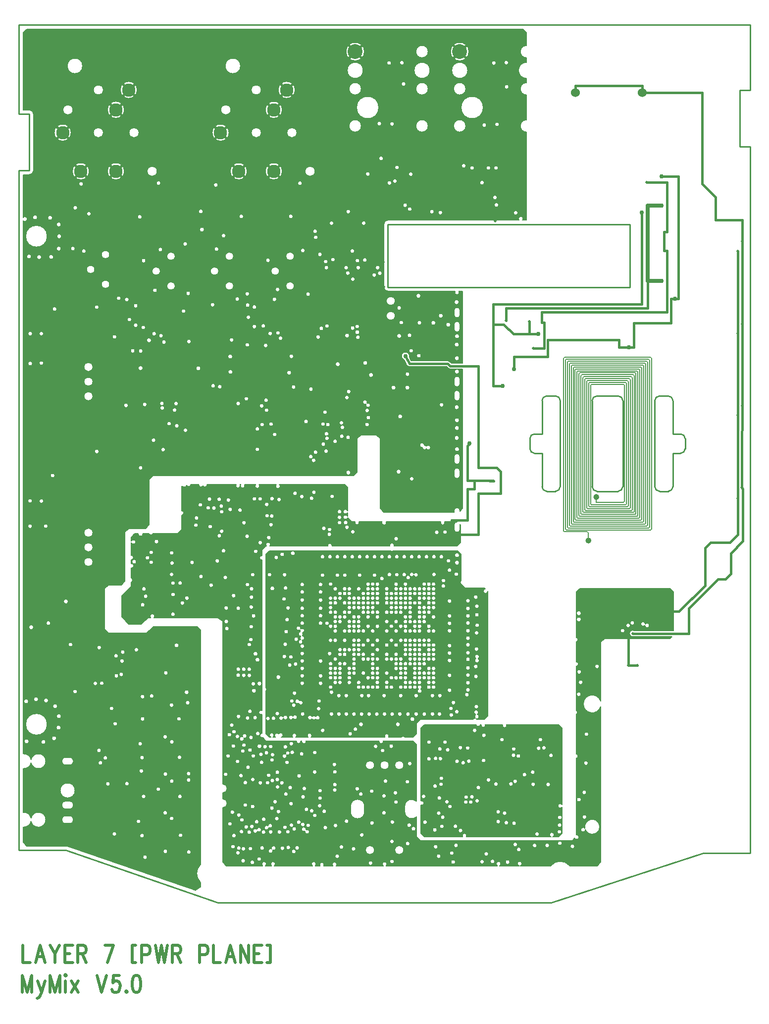
<source format=gbr>
*
*
G04 PADS Layout (Build Number 2006.45.1) generated Gerber (RS-274-X) file*
G04 PC Version=2.1*
*
%IN "MyMix V5.0_01.pcb"*%
*
%MOIN*%
*
%FSLAX35Y35*%
*
*
*
*
G04 PC Standard Apertures*
*
*
G04 Thermal Relief Aperture macro.*
%AMTER*
1,1,$1,0,0*
1,0,$1-$2,0,0*
21,0,$3,$4,0,0,45*
21,0,$3,$4,0,0,135*
%
*
*
G04 Annular Aperture macro.*
%AMANN*
1,1,$1,0,0*
1,0,$2,0,0*
%
*
*
G04 Odd Aperture macro.*
%AMODD*
1,1,$1,0,0*
1,0,$1-0.005,0,0*
%
*
*
G04 PC Custom Aperture Macros*
*
*
*
*
*
*
G04 PC Aperture Table*
*
%ADD010C,0.01*%
%ADD012C,0.015*%
%ADD013C,0.005*%
%ADD016C,0.006*%
%ADD030C,0.02*%
%ADD041C,0.025*%
%ADD051C,0.03*%
%ADD053C,0.019*%
%ADD088C,0.06*%
%ADD108C,0.09*%
%ADD148C,0.1*%
%ADD158C,0.002*%
%ADD174C,0.09488*%
%ADD182C,0.07087*%
%ADD184C,0.038*%
*
*
*
*
G04 PC Copper Outlines (0)*
G04 Layer Name MyMix V5.0_01.pcb - dark (0)*
%LPD*%
*
*
G04 PC Area=ANP005477*
G75*
G36*
G01*
X541481Y776767D02*
Y785437D01*
X539128Y787790D01*
X205770Y787801D01*
X205104D01*
X202750Y785447D01*
Y733350D01*
X207000D01*
G02*
X209750Y730600I0J-2750D01*
G01*
Y692600D01*
G02*
X207000Y689850I-2750J0D01*
G01*
X202750D01*
Y661137D01*
G02*
Y658757I1143J-1190D01*
G01*
Y300219D01*
G02*
X208071Y296318I400J-5034D01*
Y294052I4921J-1133D01*
X202750Y290151I-4921J1133D01*
G01*
Y260849D01*
G02*
X208071Y256948I400J-5034D01*
Y254682I4921J-1133D01*
X202750Y250781I-4921J1133D01*
G01*
Y240533D01*
X205104Y238180D01*
X231500D01*
X231511D01*
X231526D01*
X231527D01*
G02*
X232363Y238041I-27J-2750D01*
G01*
X232374Y238039D01*
X318940Y208495D01*
X322038Y210711D01*
Y213754D01*
G02*
Y225598I5744J5922D01*
G01*
Y383484D01*
X319684Y385838D01*
X290392D01*
X285892Y381338D01*
X260184D01*
X257538Y383984D01*
Y411192D01*
X260184Y413838D01*
X268684D01*
X271038Y416192D01*
Y449192D01*
X273684Y451838D01*
X285184D01*
X287538Y454192D01*
Y484692D01*
X290184Y487338D01*
X425184D01*
X427538Y489692D01*
Y512192D01*
X430184Y514838D01*
X440392D01*
X443038Y512192D01*
Y465192D01*
X445392Y462838D01*
X492744D01*
Y463734D01*
G02*
X496844I2050J0D01*
G01*
Y463498D01*
X498538Y465192D01*
Y558945D01*
X494872D01*
G02*
X494601I-136J-1644D01*
G01*
X490290D01*
G02*
X488876Y559531I0J2000D01*
G01*
X487730Y560677D01*
X462688D01*
G02*
X460905Y561770I0J2000D01*
G01*
X459161Y565199D01*
G02*
X462726Y567013I927J2589D01*
G01*
X463915Y564677D01*
X488558D01*
G02*
X489972Y564091I0J-2000D01*
G01*
X491118Y562945D01*
X498538D01*
Y611423D01*
X496235D01*
G02*
X493387I-1424J-833D01*
G01*
X448300D01*
G02*
X445550Y614173I0J2750D01*
G01*
Y656500D01*
G02*
X448300Y659250I2750J0D01*
G01*
X536559D01*
G02*
X538948I1194J988D01*
G01*
X541481D01*
Y718471D01*
G02*
Y726767I136J4148D01*
G01*
Y743471D01*
G02*
Y751767I136J4148D01*
G01*
Y754598D01*
G02*
Y765443I136J5422D01*
G01*
Y768471D01*
G02*
Y776767I136J4148D01*
G37*
G74*
*
*
G04 PC Area=ANP001593*
G75*
G36*
G01*
X640538Y383159D02*
Y408984D01*
X638184Y411338D01*
X577392D01*
X575038Y408984D01*
Y378504D01*
G02*
Y375472I-325J-1516D01*
G01*
Y362085D01*
G02*
Y358985I37J-1550D01*
G01*
Y329446D01*
G02*
Y326554I-558J-1446D01*
G01*
Y300169D01*
G02*
Y297105I-235J-1532D01*
G01*
Y245594D01*
G02*
X573949Y243396I305J-1520D01*
G01*
X572392Y241838D01*
X529340D01*
G02*
X527288I-1026J1162D01*
G01*
X470184D01*
X467538Y244484D01*
Y257744D01*
G02*
X459460Y261250I-3278J3506D01*
G01*
Y264750D01*
G02*
X467538Y268256I4800J-0D01*
G01*
Y306484D01*
X465184Y308838D01*
X459275D01*
G02*
X457701I-787J1450D01*
G01*
X445278D01*
G02*
X442268I-1505J-370D01*
G01*
X393179D01*
G02*
X390210I-1485J-446D01*
G01*
X389693D01*
G02*
X386633I-1530J-246D01*
G01*
X366184D01*
X364022Y311000D01*
G02*
X362118Y312979I-434J1488D01*
X362227Y313230I-1361J742D01*
X363538Y314037I1361J-742D01*
G01*
Y326539D01*
G02*
Y329309I-695J1385D01*
G01*
Y342996D01*
G02*
Y344138I1548J571D01*
G01*
Y430489D01*
G02*
Y433585I-74J1548D01*
G01*
Y437446D01*
X366184Y440092D01*
X366417D01*
G02*
X368861I1222J954D01*
G01*
X380237D01*
G02*
X380855I309J-1519D01*
G01*
X407674D01*
G02*
X410756I1541J167D01*
G01*
X424828D01*
G02*
X425300I236J-1633D01*
G01*
X433846D01*
G02*
X434318I236J-1633D01*
G01*
X442944D01*
G02*
X444079I567J-1549D01*
G01*
X449504D01*
G02*
X452492I1494J414D01*
G01*
X494922D01*
X497276Y442446D01*
Y453984D01*
X496835Y454425D01*
G02*
X496844Y454234I-2041J-191D01*
G01*
Y451234D01*
G02*
X492744I-2050J0D01*
G01*
Y454234D01*
G02*
X494985Y456275I2050J0D01*
G01*
X494922Y456338D01*
X486549D01*
G02*
X483789I-1380J-705D01*
G01*
X447258D01*
G02*
X444318I-1470J-750D01*
G01*
X428849D01*
G02*
X426086I-1382J-703D01*
G01*
X423684D01*
X421130Y458892D01*
G02*
X421038Y460006I-1487J438D01*
G01*
Y462398D01*
G02*
Y463762I-1392J682D01*
G01*
Y479484D01*
X419184Y481338D01*
X375287Y481330D01*
G02*
X373136Y481329I-1075J-1117D01*
G01*
X361585Y481327D01*
G02*
X359279I-1153J-1036D01*
G01*
X351861Y481325D01*
G02*
X348980Y480466I-1332J-793D01*
X346072Y481324I-1545J120D01*
G01*
X326634Y481320D01*
G02*
X323793Y480400I-1549J-64D01*
X320951Y481319I-1293J856D01*
G01*
X315721Y481318D01*
G02*
X312762Y480874I-1540J180D01*
X309854Y480296I-1542J155D01*
G01*
X309538Y479983D01*
Y463771D01*
G02*
Y460697I-203J-1537D01*
G01*
Y450984D01*
X306892Y448338D01*
X290258D01*
G02*
X287318I-1470J750D01*
G01*
X283419D01*
G02*
X280157I-1631J-250D01*
G01*
X277892D01*
X276924Y447370D01*
G02*
X275538Y445957I-1636J218D01*
G01*
Y443242D01*
G02*
Y442169I1454J-537D01*
G01*
Y433793D01*
G02*
Y430695I-42J-1549D01*
G01*
Y428196D01*
G02*
Y425114I165J-1541D01*
G01*
Y418558D01*
G02*
Y415618I-750J-1470D01*
G01*
Y412734D01*
X269038Y406234D01*
Y392192D01*
X273892Y387338D01*
X282184D01*
X286684Y391838D01*
X288537D01*
G02*
X290961I1212J966D01*
G01*
X333879D01*
X337038Y389205D01*
Y279858D01*
G02*
Y273860I62J-2999D01*
G01*
Y269858D01*
G02*
Y263860I62J-2999D01*
G01*
Y239447D01*
G02*
Y238811I-1517J-318D01*
G01*
Y227192D01*
X339392Y224838D01*
X363997D01*
G02*
X365827I915J1251D01*
G01*
X370000D01*
G02*
X371830I915J1251D01*
G01*
X397459D01*
G02*
X399391I966J1212D01*
G01*
X402520D01*
G02*
X405130I1305J837D01*
G01*
X411185D01*
G02*
X413615I1215J962D01*
G01*
X445074D01*
G02*
X447126I1026J1162D01*
G01*
X521996D01*
G02*
X523604I804J1325D01*
G01*
X536389D01*
G02*
X537441I526J1458D01*
G01*
X557870D01*
G02*
X570673I6402J-5204D01*
G01*
X589184D01*
X591538Y227192D01*
Y331883D01*
G02*
Y335563I-5711J1840D01*
G01*
Y375192D01*
X594184Y377838D01*
X638184D01*
X639505Y379159D01*
X613982D01*
G02*
Y383159I-917J2000D01*
G01*
X640538D01*
G37*
G74*
*
*
G04 PC Area=ANP001592*
G75*
G36*
G01*
X348984Y480652D02*
G02*
X349197Y481325I1545J-120D01*
G01*
X348798Y481324D01*
G02*
X348984Y480652I-1363J-738D01*
G37*
G74*
*
*
G04 PC Area=ANP000000*
G75*
G36*
G01*
X515538Y325692D02*
Y409345D01*
G02*
X513812Y411077I-1538J193D01*
G01*
X513184Y411704D01*
X500105D01*
X497459Y414350D01*
Y414429D01*
G02*
Y416747I1029J1159D01*
G01*
Y434484D01*
X495105Y436838D01*
X452206D01*
G02*
X449790I-1208J971D01*
G01*
X438335D01*
G02*
X437265I-535J1561D01*
G01*
X434390D01*
G02*
X433774I-308J1621D01*
G01*
X429898D01*
G02*
X428528I-685J1501D01*
G01*
X425372D01*
G02*
X424756I-308J1621D01*
G01*
X368392D01*
X366038Y434484D01*
Y344915D01*
G02*
Y342219I-952J-1348D01*
G01*
Y324277D01*
G02*
Y323577I1510J-350D01*
G01*
Y313692D01*
X368392Y311338D01*
X369417D01*
G02*
X370863I723J1371D01*
G01*
X372571D01*
G02*
X374769Y313460I917J1250D01*
X376586Y311338I1419J-624D01*
G01*
X384249D01*
G02*
X386327I1039J1150D01*
G01*
X394496D01*
G02*
X396552I1028J1160D01*
G01*
X446206D01*
G02*
X448790I1292J856D01*
G01*
X457215D01*
G02*
X459761I1273J-1050D01*
G01*
X465184D01*
X467538Y313692D01*
Y320692D01*
X470184Y323338D01*
X505337D01*
G02*
X507168Y324063I1356J-750D01*
X507398Y326583I1007J1179D01*
X508500Y326758I325J1516D01*
X507700Y323767I-325J-1516D01*
X508049Y323338I-1007J-1179D01*
G01*
X513184D01*
X515538Y325692D01*
G37*
G74*
*
*
G04 PC Area=ANP001885*
G75*
G36*
G01*
X565538Y265891D02*
Y317484D01*
X563184Y319838D01*
X528199D01*
G02*
X525347I-1426J-607D01*
G01*
X513989D01*
G02*
X510993I-1498J-400D01*
G01*
X510645D01*
G02*
X507579I-1533J227D01*
G01*
X472892D01*
X470538Y317484D01*
Y268518D01*
G02*
Y265624I556J-1447D01*
G01*
Y246692D01*
X472892Y244338D01*
X498514D01*
G02*
X501084I1285J867D01*
G01*
X527531D01*
G02*
X529097I783J-1338D01*
G01*
X558013D01*
G02*
X559283I635J1414D01*
G01*
X563184D01*
X565538Y246692D01*
Y257182D01*
G02*
Y257534I-1540J176D01*
G01*
Y264227D01*
G02*
Y265891I-1308J832D01*
G37*
G74*
*
*
G04 PC Void Outlines (0)*
G04 Layer Name MyMix V5.0_01.pcb - clear (0)*
%LPC*%
*
*
G04 PC Area=ANP005477*
G75*
G36*
G01*
X534335Y662609D02*
G03*
X534335I-0J1550D01*
G37*
G74*
*
G75*
G36*
G01*
X528197Y747417D02*
G03*
X528197I-0J1550D01*
G37*
G74*
*
G75*
G36*
G01*
X527979Y763661D02*
G03*
X527979I0J1550D01*
G37*
G74*
*
G75*
G36*
G01*
X521360Y667909D02*
G03*
X521360I0J1550D01*
G37*
G74*
*
G75*
G36*
G01*
X520314Y672878D02*
G03*
X520314I0J1550D01*
G37*
G74*
*
G75*
G36*
G01*
X521059Y692836D02*
G03*
X521059I0J1550D01*
G37*
G74*
*
G75*
G36*
G01*
X521700Y722099D02*
G03*
X521700I0J1550D01*
G37*
G74*
*
G75*
G36*
G01*
X519579Y763401D02*
G03*
X519579I-0J1550D01*
G37*
G74*
*
G75*
G36*
G01*
X515941Y692763D02*
G03*
X515941I0J1550D01*
G37*
G74*
*
G75*
G36*
G01*
X511633Y682909D02*
G03*
X511633I0J1550D01*
G37*
G74*
*
G75*
G36*
G01*
X513100Y721641D02*
G03*
X513100I0J1550D01*
G37*
G74*
*
G75*
G36*
G01*
X504941Y692763D02*
G03*
X504941I0J1550D01*
G37*
G74*
*
G75*
G36*
G01*
X496844Y490434D02*
Y487434D01*
G02*
X492744I-2050J0D01*
G01*
Y490434D01*
G02*
X496844I2050J0D01*
G37*
G74*
*
G75*
G36*
G01*
Y500034D02*
Y497034D01*
G02*
X492744I-2050J0D01*
G01*
Y500034D01*
G02*
X496844I2050J0D01*
G37*
G74*
*
G75*
G36*
G01*
X494811Y503458D02*
G03*
X494811I0J1650D01*
G37*
G74*
*
G75*
G36*
G01*
X494631Y511044D02*
G03*
X494631I0J1650D01*
G37*
G74*
*
G75*
G36*
G01*
X494721Y517727D02*
G03*
X494721I0J1650D01*
G37*
G74*
*
G75*
G36*
G01*
X494736Y522963D02*
G03*
X494736I0J1650D01*
G37*
G74*
*
G75*
G36*
G01*
X494631Y531725D02*
G03*
X494631I0J1650D01*
G37*
G74*
*
G75*
G36*
G01*
X496844Y542634D02*
Y539634D01*
G02*
X492744I-2050J0D01*
G01*
Y542634D01*
G02*
X496844I2050J0D01*
G37*
G74*
*
G75*
G36*
G01*
Y552134D02*
Y549134D01*
G02*
X492744I-2050J0D01*
G01*
Y552134D01*
G02*
X496844I2050J0D01*
G37*
G74*
*
G75*
G36*
G01*
X499346Y694209D02*
G03*
X499346I0J1550D01*
G37*
G74*
*
G75*
G36*
G01*
X496617Y718469D02*
G03*
X496617I0J4150D01*
G37*
G74*
*
G75*
G36*
G01*
X505003Y727498D02*
G03*
X505003I0J7522D01*
G37*
G74*
*
G75*
G36*
G01*
X496617Y743469D02*
G03*
X496617I0J4150D01*
G37*
G74*
*
G75*
G36*
G01*
Y754596D02*
G03*
X496617I0J5424D01*
G37*
G74*
*
G75*
G36*
G01*
Y766369D02*
G03*
X496617I0J6250D01*
G37*
G74*
*
G75*
G36*
G01*
X483600Y662709D02*
G03*
X483600I0J1550D01*
G37*
G74*
*
G75*
G36*
G01*
X477882Y663379D02*
G03*
X477882I0J1550D01*
G37*
G74*
*
G75*
G36*
G01*
X471271Y718469D02*
G03*
X471271I0J4150D01*
G37*
G74*
*
G75*
G36*
G01*
Y743469D02*
G03*
X471271I0J4150D01*
G37*
G74*
*
G75*
G36*
G01*
Y754596D02*
G03*
X471271I0J5424D01*
G37*
G74*
*
G75*
G36*
G01*
Y768469D02*
G03*
X471271I0J4150D01*
G37*
G74*
*
G75*
G36*
G01*
X462995Y665101D02*
G03*
X462995I0J1550D01*
G37*
G74*
*
G75*
G36*
G01*
X463693Y688609D02*
G03*
X463693I0J1550D01*
G37*
G74*
*
G75*
G36*
G01*
X459869Y667709D02*
G03*
X459869I0J1550D01*
G37*
G74*
*
G75*
G36*
G01*
X458840Y749316D02*
G03*
X458840I-0J1550D01*
G37*
G74*
*
G75*
G36*
G01*
X457732Y763605D02*
G03*
X457732I0J1550D01*
G37*
G74*
*
G75*
G36*
G01*
X453008Y683953D02*
G03*
X453008I0J1550D01*
G37*
G74*
*
G75*
G36*
G01*
X454383Y693143D02*
G03*
X454383I0J1550D01*
G37*
G74*
*
G75*
G36*
G01*
X449316Y682709D02*
G03*
X449316I0J1550D01*
G37*
G74*
*
G75*
G36*
G01*
X451100Y722411D02*
G03*
X451100I0J1550D01*
G37*
G74*
*
G75*
G36*
G01*
X449133Y763459D02*
G03*
X449133I-0J1550D01*
G37*
G74*
*
G75*
G36*
G01*
X442800Y621982D02*
G03*
X442800I0J1550D01*
G37*
G74*
*
G75*
G36*
G01*
X434216Y520152D02*
G03*
X434216I0J1550D01*
G37*
G74*
*
G75*
G36*
G01*
X435157Y524809D02*
G03*
X435157I0J1550D01*
G37*
G74*
*
G75*
G36*
G01*
X434306Y529611D02*
G03*
X434306I0J1550D01*
G37*
G74*
*
G75*
G36*
G01*
X434236Y536058D02*
G02*
X433569Y535392I711J-1377D01*
X434236Y536058I-711J1377D01*
G37*
G74*
*
G75*
G36*
G01*
X436925Y553417D02*
G03*
X436925I0J1650D01*
G37*
G74*
*
G75*
G36*
G01*
X439100Y620750D02*
G03*
X439100I0J1550D01*
G37*
G74*
*
G75*
G36*
G01*
X441376Y625709D02*
G03*
X441376I0J1550D01*
G37*
G74*
*
G75*
G36*
G01*
X443700Y699228D02*
G03*
X443700I0J1550D01*
G37*
G74*
*
G75*
G36*
G01*
X442500Y722655D02*
G03*
X442500I0J1550D01*
G37*
G74*
*
G75*
G36*
G01*
X433020Y561464D02*
G03*
X433020I0J1650D01*
G37*
G74*
*
G75*
G36*
G01*
X432780Y630852D02*
G03*
X432780I0J1550D01*
G37*
G74*
*
G75*
G36*
G01*
X432021Y655655D02*
G03*
X432021I0J1550D01*
G37*
G74*
*
G75*
G36*
G01*
X434760Y688709D02*
G03*
X434760I0J1550D01*
G37*
G74*
*
G75*
G36*
G01*
X428100Y578887D02*
G03*
X428100I0J1550D01*
G37*
G74*
*
G75*
G36*
G01*
X427669Y582188D02*
G03*
X427669I0J1650D01*
G37*
G74*
*
G75*
G36*
G01*
X421656Y487718D02*
G03*
X421656I0J1650D01*
G37*
G74*
*
G75*
G36*
G01*
X421478Y511486D02*
G03*
X421478I0J1550D01*
G37*
G74*
*
G75*
G36*
G01*
X417260Y512248D02*
G03*
X417260I0J1550D01*
G37*
G74*
*
G75*
G36*
G01*
X417666Y518238D02*
G03*
X417666I0J1550D01*
G37*
G74*
*
G75*
G36*
G01*
X420697Y538290D02*
G03*
X420697I-0J1550D01*
G37*
G74*
*
G75*
G36*
G01*
X421925Y542344D02*
G03*
X421925I0J1550D01*
G37*
G74*
*
G75*
G36*
G01*
X424505Y585094D02*
G03*
X424505I-0J1550D01*
G37*
G74*
*
G75*
G36*
G01*
X427576Y586168D02*
G03*
X427576I-0J1550D01*
G37*
G74*
*
G75*
G36*
G01*
X428291Y625709D02*
G03*
X428291I0J1550D01*
G37*
G74*
*
G75*
G36*
G01*
X427800Y630446D02*
G03*
X427800I0J1550D01*
G37*
G74*
*
G75*
G36*
G01*
X424676Y617968D02*
G03*
X424676I0J1550D01*
G37*
G74*
*
G75*
G36*
G01*
X420788Y579938D02*
G03*
X420788I0J1650D01*
G37*
G74*
*
G75*
G36*
G01*
X421300Y622060D02*
G03*
X421300I0J1550D01*
G37*
G74*
*
G75*
G36*
G01*
X424364Y636909D02*
G03*
X424364I0J1550D01*
G37*
G74*
*
G75*
G36*
G01*
X420151Y625709D02*
G03*
X420151I0J1550D01*
G37*
G74*
*
G75*
G36*
G01*
X421591Y663379D02*
G03*
X421591I-0J1550D01*
G37*
G74*
*
G75*
G36*
G01*
X426271Y718469D02*
G03*
X426271I0J4150D01*
G37*
G74*
*
G75*
G36*
G01*
X434657Y727498D02*
G03*
X434657I0J7522D01*
G37*
G74*
*
G75*
G36*
G01*
X426271Y743469D02*
G03*
X426271I0J4150D01*
G37*
G74*
*
G75*
G36*
G01*
Y754596D02*
G03*
X426271I0J5424D01*
G37*
G74*
*
G75*
G36*
G01*
Y766369D02*
G03*
X426271I0J6250D01*
G37*
G74*
*
G75*
G36*
G01*
X417005Y521295D02*
G03*
X417005I0J1550D01*
G37*
G74*
*
G75*
G36*
G01*
X412736Y508894D02*
G03*
X412736I0J1550D01*
G37*
G74*
*
G75*
G36*
G01*
X414551Y560662D02*
G03*
X414551I0J1650D01*
G37*
G74*
*
G75*
G36*
G01*
X411309Y631182D02*
G03*
X411309I-0J1550D01*
G37*
G74*
*
G75*
G36*
G01*
X406661Y502225D02*
G03*
X406661I0J1550D01*
G37*
G74*
*
G75*
G36*
G01*
X404789Y506960D02*
G03*
X404789I0J1550D01*
G37*
G74*
*
G75*
G36*
G01*
X407389Y513981D02*
G02*
X406855Y513925I-105J-1546D01*
X407389Y513981I105J1546D01*
G37*
G74*
*
G75*
G36*
G01*
X407858Y520126D02*
G03*
X407858I0J1550D01*
G37*
G74*
*
G75*
G36*
G01*
X404639Y520434D02*
G03*
X404639I0J1550D01*
G37*
G74*
*
G75*
G36*
G01*
X405934Y528487D02*
G03*
X405934I0J1550D01*
G37*
G74*
*
G75*
G36*
G01*
X407307Y586445D02*
G03*
X407307I-0J1550D01*
G37*
G74*
*
G75*
G36*
G01*
X410354Y655631D02*
G03*
X410354I0J1550D01*
G37*
G74*
*
G75*
G36*
G01*
X406885Y625709D02*
G03*
X406885I0J1550D01*
G37*
G74*
*
G75*
G36*
G01*
X398300Y496050D02*
G03*
X398300I0J1550D01*
G37*
G74*
*
G75*
G36*
G01*
X399549Y501495D02*
G03*
X399549I0J1550D01*
G37*
G74*
*
G75*
G36*
G01*
X401288Y579038D02*
G03*
X401288I0J1550D01*
G37*
G74*
*
G75*
G36*
G01*
X403498Y584848D02*
G03*
X403498I0J1550D01*
G37*
G74*
*
G75*
G36*
G01*
X406400Y629812D02*
G03*
X406400I0J1550D01*
G37*
G74*
*
G75*
G36*
G01*
X402579Y634626D02*
G03*
X402579I0J1550D01*
G37*
G74*
*
G75*
G36*
G01*
X399700Y646084D02*
G03*
X399700I0J1550D01*
G37*
G74*
*
G75*
G36*
G01*
X396405Y498576D02*
G03*
X396405I0J1550D01*
G37*
G74*
*
G75*
G36*
G01*
X396441Y543953D02*
G03*
X396441I0J1550D01*
G37*
G74*
*
G75*
G36*
G01*
X399243Y650185D02*
G03*
X399243I-0J1550D01*
G37*
G74*
*
G75*
G36*
G01*
X393175Y522209D02*
G03*
X393175I0J1550D01*
G37*
G74*
*
G75*
G36*
G01*
X394526Y607850D02*
G03*
X394526I0J1550D01*
G37*
G74*
*
G75*
G36*
G01*
X391000Y637210D02*
G03*
X391000I0J1550D01*
G37*
G74*
*
G75*
G36*
G01*
X395880Y688726D02*
G03*
X395880I0J3400D01*
G37*
G74*
*
G75*
G36*
G01*
X389075Y682535D02*
G03*
X389075I-0J1550D01*
G37*
G74*
*
G75*
G36*
G01*
X384792Y545371D02*
G03*
X384792I0J1550D01*
G37*
G74*
*
G75*
G36*
G01*
X381788Y554938D02*
G03*
X381788I0J1650D01*
G37*
G74*
*
G75*
G36*
G01*
X383288Y566038D02*
G03*
X383288I0J1550D01*
G37*
G74*
*
G75*
G36*
G01*
X382400Y612159D02*
G03*
X382400I0J2800D01*
G37*
G74*
*
G75*
G36*
G01*
Y632159D02*
G03*
X382400I0J2800D01*
G37*
G74*
*
G75*
G36*
G01*
X382900Y660222D02*
G03*
X382900I0J1550D01*
G37*
G74*
*
G75*
G36*
G01*
X383676Y714710D02*
G03*
X383676I0J3400D01*
G37*
G74*
*
G75*
G36*
G01*
X376008Y578266D02*
G03*
X376008I0J1550D01*
G37*
G74*
*
G75*
G36*
G01*
X372058Y513490D02*
G03*
X372058I-0J1550D01*
G37*
G74*
*
G75*
G36*
G01*
X374295Y581766D02*
G03*
X374295I0J1550D01*
G37*
G74*
*
G75*
G36*
G01*
X369662Y520432D02*
G03*
X369662I0J1550D01*
G37*
G74*
*
G75*
G36*
G01*
X363608Y520177D02*
G03*
X363608I0J1550D01*
G37*
G74*
*
G75*
G36*
G01*
X366588Y529838D02*
G03*
X366588I0J1550D01*
G37*
G74*
*
G75*
G36*
G01*
X360403Y503510D02*
G03*
X360403I0J1550D01*
G37*
G74*
*
G75*
G36*
G01*
X360400Y517181D02*
G03*
X360400I0J1550D01*
G37*
G74*
*
G75*
G36*
G01*
X363300Y532696D02*
G03*
X363300I0J1550D01*
G37*
G74*
*
G75*
G36*
G01*
X366288Y536538D02*
G03*
X366288I0J1550D01*
G37*
G74*
*
G75*
G36*
G01*
X366031Y573350D02*
G03*
X366031I0J1550D01*
G37*
G74*
*
G75*
G36*
G01*
X369043Y581390D02*
G03*
X369043I-0J1550D01*
G37*
G74*
*
G75*
G36*
G01*
X371884Y604434D02*
G03*
X371884I-0J1550D01*
G37*
G74*
*
G75*
G36*
G01*
X374005Y611062D02*
G03*
X374005I-0J1550D01*
G37*
G74*
*
G75*
G36*
G01*
X372400Y622159D02*
G03*
X372400I0J2800D01*
G37*
G74*
*
G75*
G36*
G01*
X367561Y630655D02*
G03*
X367561I0J1550D01*
G37*
G74*
*
G75*
G36*
G01*
X364419Y586550D02*
G03*
X364419I0J1550D01*
G37*
G74*
*
G75*
G36*
G01*
X371471Y686376D02*
G03*
X371471I0J5750D01*
G37*
G74*
*
G75*
G36*
G01*
Y727714D02*
G03*
X371471I0J5750D01*
G37*
G74*
*
G75*
G36*
G01*
X380132Y741100D02*
G03*
X380132I0J5750D01*
G37*
G74*
*
G75*
G36*
G01*
X358400Y586025D02*
G03*
X358400I0J1550D01*
G37*
G74*
*
G75*
G36*
G01*
Y599240D02*
G03*
X358400I0J1550D01*
G37*
G74*
*
G75*
G36*
G01*
X359660Y714710D02*
G03*
X359660I0J3400D01*
G37*
G74*
*
G75*
G36*
G01*
Y743450D02*
G03*
X359660I0J3400D01*
G37*
G74*
*
G75*
G36*
G01*
X353000Y537523D02*
G03*
X353000I0J1550D01*
G37*
G74*
*
G75*
G36*
G01*
X353637Y573750D02*
G03*
X353637I0J1550D01*
G37*
G74*
*
G75*
G36*
G01*
X354376Y592333D02*
G03*
X354376I0J1550D01*
G37*
G74*
*
G75*
G36*
G01*
X353853Y600509D02*
G03*
X353853I0J1550D01*
G37*
G74*
*
G75*
G36*
G01*
X353596Y608050D02*
G03*
X353596I0J1550D01*
G37*
G74*
*
G75*
G36*
G01*
X347483Y534309D02*
G03*
X347483I0J1550D01*
G37*
G74*
*
G75*
G36*
G01*
X346886Y604582D02*
G03*
X346886I0J1550D01*
G37*
G74*
*
G75*
G36*
G01*
X349600Y660222D02*
G03*
X349600I0J1550D01*
G37*
G74*
*
G75*
G36*
G01*
X342288Y555438D02*
G03*
X342288I0J1650D01*
G37*
G74*
*
G75*
G36*
G01*
X342149Y565809D02*
G03*
X342149I0J1650D01*
G37*
G74*
*
G75*
G36*
G01*
X343056Y577050D02*
G03*
X343056I0J1550D01*
G37*
G74*
*
G75*
G36*
G01*
X341600Y612159D02*
G03*
X341600I0J2800D01*
G37*
G74*
*
G75*
G36*
G01*
Y632159D02*
G03*
X341600I0J2800D01*
G37*
G74*
*
G75*
G36*
G01*
X347849Y686376D02*
G03*
X347849I0J5750D01*
G37*
G74*
*
G75*
G36*
G01*
X335100Y545584D02*
G03*
X335100I0J1550D01*
G37*
G74*
*
G75*
G36*
G01*
X337673Y647236D02*
G03*
X337673I0J1550D01*
G37*
G74*
*
G75*
G36*
G01*
X330600Y546240D02*
G03*
X330600I0J1550D01*
G37*
G74*
*
G75*
G36*
G01*
X330235Y600767D02*
G03*
X330235I0J1550D01*
G37*
G74*
*
G75*
G36*
G01*
X331600Y622159D02*
G03*
X331600I0J2800D01*
G37*
G74*
*
G75*
G36*
G01*
X332900Y638224D02*
G03*
X332900I0J1550D01*
G37*
G74*
*
G75*
G36*
G01*
X332430Y681358D02*
G03*
X332430I0J1550D01*
G37*
G74*
*
G75*
G36*
G01*
X335644Y712360D02*
G03*
X335644I0J5750D01*
G37*
G74*
*
G75*
G36*
G01*
X339188Y730064D02*
G03*
X339188I0J3400D01*
G37*
G74*
*
G75*
G36*
G01*
X343912Y757792D02*
G03*
X343912I0J5200D01*
G37*
G74*
*
G75*
G36*
G01*
X314288Y232538D02*
G03*
X314288I0J1550D01*
G37*
G74*
*
G75*
G36*
G01*
X314095Y280974D02*
G03*
X314095I0J1550D01*
G37*
G74*
*
G75*
G36*
G01*
X314099Y285273D02*
G03*
X314099I0J1550D01*
G37*
G74*
*
G75*
G36*
G01*
X313535Y332980D02*
G03*
X313535I0J1550D01*
G37*
G74*
*
G75*
G36*
G01*
X312788Y339938D02*
G03*
X312788I0J1650D01*
G37*
G74*
*
G75*
G36*
G01*
X308686Y243754D02*
G03*
X308686I0J1550D01*
G37*
G74*
*
G75*
G36*
G01*
X308277Y269914D02*
G03*
X308277I0J1550D01*
G37*
G74*
*
G75*
G36*
G01*
X308016Y296214D02*
G03*
X308016I0J1550D01*
G37*
G74*
*
G75*
G36*
G01*
X307655Y322091D02*
G03*
X307655I0J1550D01*
G37*
G74*
*
G75*
G36*
G01*
X306017Y371450D02*
G03*
X306017I0J1650D01*
G37*
G74*
*
G75*
G36*
G01*
X302681Y255098D02*
G03*
X302681I0J1550D01*
G37*
G74*
*
G75*
G36*
G01*
X302802Y280217D02*
G03*
X302802I0J1550D01*
G37*
G74*
*
G75*
G36*
G01*
X302803Y306633D02*
G03*
X302803I0J1550D01*
G37*
G74*
*
G75*
G36*
G01*
X302621Y331351D02*
G03*
X302621I0J1550D01*
G37*
G74*
*
G75*
G36*
G01*
X298433Y232959D02*
G03*
X298433I-0J1550D01*
G37*
G74*
*
G75*
G36*
G01*
X298358Y258883D02*
G03*
X298358I-0J1550D01*
G37*
G74*
*
G75*
G36*
G01*
X298521Y284989D02*
G03*
X298521I-0J1550D01*
G37*
G74*
*
G75*
G36*
G01*
X298349Y310007D02*
G03*
X298349I-0J1550D01*
G37*
G74*
*
G75*
G36*
G01*
X298788Y353038D02*
G03*
X298788I0J1550D01*
G37*
G74*
*
G75*
G36*
G01*
X293745Y274782D02*
G03*
X293745I0J1550D01*
G37*
G74*
*
G75*
G36*
G01*
X289261Y337519D02*
G03*
X289261I-0J1550D01*
G37*
G74*
*
G75*
G36*
G01*
X284788Y229038D02*
G03*
X284788I0J1550D01*
G37*
G74*
*
G75*
G36*
G01*
X282788Y243538D02*
G03*
X282788I0J1550D01*
G37*
G74*
*
G75*
G36*
G01*
X283871Y269914D02*
G03*
X283871I0J1550D01*
G37*
G74*
*
G75*
G36*
G01*
X280379Y253169D02*
G03*
X280379I0J1550D01*
G37*
G74*
*
G75*
G36*
G01*
X282288Y287038D02*
G03*
X282288I0J1550D01*
G37*
G74*
*
G75*
G36*
G01*
X282788Y296038D02*
G03*
X282788I0J1550D01*
G37*
G74*
*
G75*
G36*
G01*
X281538Y305361D02*
G03*
X281538I0J1550D01*
G37*
G74*
*
G75*
G36*
G01*
X283161Y322091D02*
G03*
X283161I0J1550D01*
G37*
G74*
*
G75*
G36*
G01*
X283116Y337088D02*
G03*
X283116I0J1550D01*
G37*
G74*
*
G75*
G36*
G01*
X278993Y368610D02*
G03*
X278993I0J1550D01*
G37*
G74*
*
G75*
G36*
G01*
X272611Y278526D02*
G03*
X272611I0J1550D01*
G37*
G74*
*
G75*
G36*
G01*
X268815Y352071D02*
G03*
X268815I0J1550D01*
G37*
G74*
*
G75*
G36*
G01*
X269288Y361038D02*
G03*
X269288I0J1550D01*
G37*
G74*
*
G75*
G36*
G01*
X269788Y367038D02*
G03*
X269788I0J1550D01*
G37*
G74*
*
G75*
G36*
G01*
X264158Y244712D02*
G03*
X264158I-0J1550D01*
G37*
G74*
*
G75*
G36*
G01*
X264694Y318829D02*
G03*
X264694I0J1550D01*
G37*
G74*
*
G75*
G36*
G01*
X265502Y351118D02*
G03*
X265502I0J1550D01*
G37*
G74*
*
G75*
G36*
G01*
X259810Y278405D02*
G03*
X259810I0J1550D01*
G37*
G74*
*
G75*
G36*
G01*
X262281Y329109D02*
G03*
X262281I0J1550D01*
G37*
G74*
*
G75*
G36*
G01*
X265288Y364538D02*
G03*
X265288I0J1550D01*
G37*
G74*
*
G75*
G36*
G01*
X258080Y295857D02*
G03*
X258080I0J1550D01*
G37*
G74*
*
G75*
G36*
G01*
X320685Y557909D02*
G03*
X320685I0J1650D01*
G37*
G74*
*
G75*
G36*
G01*
X323087Y651246D02*
G03*
X323087I0J1650D01*
G37*
G74*
*
G75*
G36*
G01*
X322348Y663417D02*
G03*
X322348I-0J1650D01*
G37*
G74*
*
G75*
G36*
G01*
X312000Y516323D02*
G03*
X312000I0J1550D01*
G37*
G74*
*
G75*
G36*
G01*
X314312Y576013D02*
G03*
X314312I0J1550D01*
G37*
G74*
*
G75*
G36*
G01*
X310731Y596510D02*
G03*
X310731I-0J1550D01*
G37*
G74*
*
G75*
G36*
G01*
X313827Y608450D02*
G03*
X313827I0J1550D01*
G37*
G74*
*
G75*
G36*
G01*
X311809Y641659D02*
G03*
X311809I0J1550D01*
G37*
G74*
*
G75*
G36*
G01*
X306189Y519309D02*
G03*
X306189I0J1550D01*
G37*
G74*
*
G75*
G36*
G01*
X304680Y529868D02*
G03*
X304680I0J1550D01*
G37*
G74*
*
G75*
G36*
G01*
X305688Y534238D02*
G03*
X305688I0J1550D01*
G37*
G74*
*
G75*
G36*
G01*
X301000Y520747D02*
G03*
X301000I0J1550D01*
G37*
G74*
*
G75*
G36*
G01*
X302300Y612159D02*
G03*
X302300I0J2800D01*
G37*
G74*
*
G75*
G36*
G01*
Y632159D02*
G03*
X302300I0J2800D01*
G37*
G74*
*
G75*
G36*
G01*
X297000Y503277D02*
G03*
X297000I0J1550D01*
G37*
G74*
*
G75*
G36*
G01*
X296594Y534424D02*
G02*
X295936Y534371I-206J-1536D01*
X296594Y534424I206J1536D01*
G37*
G74*
*
G75*
G36*
G01*
X297581Y575627D02*
G03*
X297581I0J1550D01*
G37*
G74*
*
G75*
G36*
G01*
X295548Y579898D02*
G03*
X295548I0J1550D01*
G37*
G74*
*
G75*
G36*
G01*
X290531Y509591D02*
G03*
X290531I-0J1550D01*
G37*
G74*
*
G75*
G36*
G01*
X290900Y581246D02*
G03*
X290900I0J1550D01*
G37*
G74*
*
G75*
G36*
G01*
X291473Y610464D02*
G03*
X291473I0J1550D01*
G37*
G74*
*
G75*
G36*
G01*
X292300Y622159D02*
G03*
X292300I0J2800D01*
G37*
G74*
*
G75*
G36*
G01*
X295131Y637890D02*
G03*
X295131I0J1550D01*
G37*
G74*
*
G75*
G36*
G01*
X293896Y682597D02*
G03*
X293896I0J1550D01*
G37*
G74*
*
G75*
G36*
G01*
X281803Y491030D02*
G03*
X281803I0J1550D01*
G37*
G74*
*
G75*
G36*
G01*
X284581Y533668D02*
G03*
X284581I0J1550D01*
G37*
G74*
*
G75*
G36*
G01*
X287460Y576722D02*
G03*
X287460I0J1650D01*
G37*
G74*
*
G75*
G36*
G01*
X289580Y688726D02*
G03*
X289580I0J3400D01*
G37*
G74*
*
G75*
G36*
G01*
X281777Y558009D02*
G03*
X281777I0J1650D01*
G37*
G74*
*
G75*
G36*
G01*
X281900Y569648D02*
G03*
X281900I0J1550D01*
G37*
G74*
*
G75*
G36*
G01*
X283592Y585509D02*
G03*
X283592I0J1550D01*
G37*
G74*
*
G75*
G36*
G01*
X283837Y630455D02*
G03*
X283837I0J1550D01*
G37*
G74*
*
G75*
G36*
G01*
X276500Y569768D02*
G03*
X276500I0J1550D01*
G37*
G74*
*
G75*
G36*
G01*
X278500Y586985D02*
G03*
X278500I0J1550D01*
G37*
G74*
*
G75*
G36*
G01*
Y600117D02*
G03*
X278500I0J1550D01*
G37*
G74*
*
G75*
G36*
G01*
X281200Y659828D02*
G03*
X281200I0J1550D01*
G37*
G74*
*
G75*
G36*
G01*
X271952Y533021D02*
G03*
X271952I-0J1550D01*
G37*
G74*
*
G75*
G36*
G01*
X274289Y590756D02*
G03*
X274289I0J1550D01*
G37*
G74*
*
G75*
G36*
G01*
X272500Y604238D02*
G03*
X272500I0J1550D01*
G37*
G74*
*
G75*
G36*
G01*
X277376Y714710D02*
G03*
X277376I0J3400D01*
G37*
G74*
*
G75*
G36*
G01*
X264222Y579150D02*
G03*
X264222I0J1550D01*
G37*
G74*
*
G75*
G36*
G01*
X267100Y605153D02*
G03*
X267100I0J1550D01*
G37*
G74*
*
G75*
G36*
G01*
X254788Y292538D02*
G03*
X254788I0J1550D01*
G37*
G74*
*
G75*
G36*
G01*
X253800Y300850D02*
G03*
X253800I0J1550D01*
G37*
G74*
*
G75*
G36*
G01*
X255675Y346096D02*
G03*
X255675I0J1550D01*
G37*
G74*
*
G75*
G36*
G01*
X251350Y345984D02*
G03*
X251350I0J1550D01*
G37*
G74*
*
G75*
G36*
G01*
X253912Y370064D02*
G03*
X253912I0J1550D01*
G37*
G74*
*
G75*
G36*
G01*
X258200Y613259D02*
G03*
X258200I0J2800D01*
G37*
G74*
*
G75*
G36*
G01*
Y633259D02*
G03*
X258200I0J2800D01*
G37*
G74*
*
G75*
G36*
G01*
X265171Y686376D02*
G03*
X265171I0J5750D01*
G37*
G74*
*
G75*
G36*
G01*
Y727714D02*
G03*
X265171I0J5750D01*
G37*
G74*
*
G75*
G36*
G01*
X273832Y741100D02*
G03*
X273832I0J5750D01*
G37*
G74*
*
G75*
G36*
G01*
X252288Y502038D02*
G03*
X252288I0J1550D01*
G37*
G74*
*
G75*
G36*
G01*
X252245Y599167D02*
G03*
X252245I0J1550D01*
G37*
G74*
*
G75*
G36*
G01*
X246685Y426190D02*
G03*
X246685I0J3050D01*
G37*
G74*
*
G75*
G36*
G01*
Y436033D02*
G03*
X246685I0J3050D01*
G37*
G74*
*
G75*
G36*
G01*
Y445875D02*
G03*
X246685I0J3051D01*
G37*
G74*
*
G75*
G36*
G01*
Y537685D02*
G03*
X246685I0J3050D01*
G37*
G74*
*
G75*
G36*
G01*
Y547528D02*
G03*
X246685I0J3050D01*
G37*
G74*
*
G75*
G36*
G01*
Y557370D02*
G03*
X246685I0J3051D01*
G37*
G74*
*
G75*
G36*
G01*
X248200Y623259D02*
G03*
X248200I0J2800D01*
G37*
G74*
*
G75*
G36*
G01*
X253360Y714710D02*
G03*
X253360I0J3400D01*
G37*
G74*
*
G75*
G36*
G01*
Y743450D02*
G03*
X253360I0J3400D01*
G37*
G74*
*
G75*
G36*
G01*
X247000Y661982D02*
G03*
X247000I0J1550D01*
G37*
G74*
*
G75*
G36*
G01*
X243600Y636860D02*
G03*
X243600I0J1550D01*
G37*
G74*
*
G75*
G36*
G01*
X241777Y682084D02*
G03*
X241777I-0J1550D01*
G37*
G74*
*
G75*
G36*
G01*
X234055Y258440D02*
G02*
Y253190I0J-2625D01*
G01*
X231299D01*
G02*
Y258440I0J2625D01*
G01*
X234055D01*
G37*
G74*
*
G75*
G36*
G01*
Y268282D02*
G02*
Y263033I0J-2625D01*
G01*
X231299D01*
G02*
Y268282I0J2624D01*
G01*
X234055D01*
G37*
G74*
*
G75*
G36*
G01*
X232677Y270450D02*
G03*
X232677I0J5050D01*
G37*
G74*
*
G75*
G36*
G01*
X234055Y297810D02*
G02*
Y292560I0J-2625D01*
G01*
X231299D01*
G02*
Y297810I0J2625D01*
G01*
X234055D01*
G37*
G74*
*
G75*
G36*
G01*
X237686Y340492D02*
G03*
X237686I0J1550D01*
G37*
G74*
*
G75*
G36*
G01*
X234646Y372087D02*
G03*
X234646I0J1550D01*
G37*
G74*
*
G75*
G36*
G01*
X236200Y638517D02*
G03*
X236200I0J1550D01*
G37*
G74*
*
G75*
G36*
G01*
X237801Y666004D02*
G03*
X237801I-0J1550D01*
G37*
G74*
*
G75*
G36*
G01*
X241549Y686376D02*
G03*
X241549I0J5750D01*
G37*
G74*
*
G75*
G36*
G01*
X231540Y401009D02*
G03*
X231540I0J1650D01*
G37*
G74*
*
G75*
G36*
G01*
X223612Y308952D02*
G03*
X223612I0J1650D01*
G37*
G74*
*
G75*
G36*
G01*
X226608Y316112D02*
G03*
X226608I0J1650D01*
G37*
G74*
*
G75*
G36*
G01*
X226754Y323784D02*
G03*
X226754I0J1650D01*
G37*
G74*
*
G75*
G36*
G01*
X224270Y330579D02*
G03*
X224270I0J1650D01*
G37*
G74*
*
G75*
G36*
G01*
X216379Y306468D02*
G03*
X216379I0J1650D01*
G37*
G74*
*
G75*
G36*
G01*
X205055Y306907D02*
G03*
X205055I0J1650D01*
G37*
G74*
*
G75*
G36*
G01*
X211700Y312700D02*
G03*
X211700I0J7300D01*
G37*
G74*
*
G75*
G36*
G01*
X218133Y334378D02*
G03*
X218133I0J1650D01*
G37*
G74*
*
G75*
G36*
G01*
X219745Y386575D02*
G03*
X219745I0J1550D01*
G37*
G74*
*
G75*
G36*
G01*
X222560Y485831D02*
G03*
X222560I0J1550D01*
G37*
G74*
*
G75*
G36*
G01*
X223900Y597901D02*
G03*
X223900I0J1550D01*
G37*
G74*
*
G75*
G36*
G01*
X226695Y638398D02*
G03*
X226695I0J1650D01*
G37*
G74*
*
G75*
G36*
G01*
X227006Y646689D02*
G03*
X227006I0J1650D01*
G37*
G74*
*
G75*
G36*
G01*
X226695Y654670D02*
G03*
X226695I0J1650D01*
G37*
G74*
*
G75*
G36*
G01*
X229344Y712360D02*
G03*
X229344I0J5750D01*
G37*
G74*
*
G75*
G36*
G01*
X232888Y730064D02*
G03*
X232888I0J3400D01*
G37*
G74*
*
G75*
G36*
G01*
X237612Y757792D02*
G03*
X237612I0J5200D01*
G37*
G74*
*
G75*
G36*
G01*
X221616Y632801D02*
G03*
X221616I0J1650D01*
G37*
G74*
*
G75*
G36*
G01*
X217908Y451779D02*
G03*
X217908I0J1550D01*
G37*
G74*
*
G75*
G36*
G01*
X220891Y659127D02*
G03*
X220891I0J1650D01*
G37*
G74*
*
G75*
G36*
G01*
X215039Y468657D02*
G03*
X215039I0J1550D01*
G37*
G74*
*
G75*
G36*
G01*
X215000Y561505D02*
G03*
X215000I0J1550D01*
G37*
G74*
*
G75*
G36*
G01*
Y581298D02*
G03*
X215000I0J1550D01*
G37*
G74*
*
G75*
G36*
G01*
X211411Y335182D02*
G03*
X211411I0J1650D01*
G37*
G74*
*
G75*
G36*
G01*
X213532Y632698D02*
G03*
X213532I0J1650D01*
G37*
G74*
*
G75*
G36*
G01*
X208180Y383661D02*
G03*
X208180I0J1650D01*
G37*
G74*
*
G75*
G36*
G01*
X204762Y333793D02*
G03*
X204762I0J1650D01*
G37*
G74*
*
G75*
G36*
G01*
X207373Y451738D02*
G03*
X207373I0J1550D01*
G37*
G74*
*
G75*
G36*
G01*
Y468837D02*
G03*
X207373I0J1550D01*
G37*
G74*
*
G75*
G36*
G01*
X207500Y561200D02*
G03*
X207500I0J1550D01*
G37*
G74*
*
G75*
G36*
G01*
Y581298D02*
G03*
X207500I0J1550D01*
G37*
G74*
*
G75*
G36*
G01*
X206692Y633112D02*
G03*
X206692I0J1650D01*
G37*
G74*
*
G75*
G36*
G01*
X211700Y641100D02*
G03*
X211700I0J7300D01*
G37*
G74*
*
G75*
G36*
G01*
X210734Y659437D02*
G03*
X210734I0J1650D01*
G37*
G74*
*
G75*
G36*
G01*
X488893Y587229D02*
G03*
X488893I0J1650D01*
G37*
G74*
*
G75*
G36*
G01*
X483893Y593273D02*
G03*
X483893I0J1650D01*
G37*
G74*
*
G75*
G36*
G01*
X478893Y588488D02*
G03*
X478893I0J1650D01*
G37*
G74*
*
G75*
G36*
G01*
X469141Y566474D02*
G03*
X469141I0J1550D01*
G37*
G74*
*
G75*
G36*
G01*
X469479Y588649D02*
G03*
X469479I0J1550D01*
G37*
G74*
*
G75*
G36*
G01*
X468849Y606645D02*
G03*
X468849I0J1650D01*
G37*
G74*
*
G75*
G36*
G01*
X463936Y569783D02*
G03*
X463936I0J1550D01*
G37*
G74*
*
G75*
G36*
G01*
X462844Y580193D02*
G03*
X462844I0J1550D01*
G37*
G74*
*
G75*
G36*
G01*
X455899Y579673D02*
G03*
X455899I0J1650D01*
G37*
G74*
*
G75*
G36*
G01*
X457304Y588756D02*
G03*
X457304I0J1550D01*
G37*
G74*
*
G75*
G36*
G01*
X455899Y598636D02*
G03*
X455899I0J1550D01*
G37*
G74*
*
G75*
G36*
G01*
X452060Y544919D02*
G03*
X452060I0J1650D01*
G37*
G74*
*
G75*
G36*
G01*
X450200Y591859D02*
G03*
X450200I0J3000D01*
G37*
G74*
*
G75*
G36*
G01*
Y601859D02*
G03*
X450200I0J3000D01*
G37*
G74*
*
G75*
G36*
G01*
X484384Y533412D02*
G03*
X484384I0J1550D01*
G37*
G74*
*
G75*
G36*
G01*
X474262Y507185D02*
G02*
X474236Y505322I1226J-949D01*
X471463Y506353I-1226J948D01*
X472797Y507806I-214J1535D01*
X474262Y507185I213J-1536D01*
G37*
G74*
*
G75*
G36*
G01*
X464288Y483638D02*
G03*
X464288I0J1550D01*
G37*
G74*
*
G75*
G36*
G01*
X461389Y544919D02*
G03*
X461389I0J1650D01*
G37*
G74*
*
G75*
G36*
G01*
X461482Y554083D02*
G03*
X461482I0J1550D01*
G37*
G74*
*
G75*
G36*
G01*
X455498Y488307D02*
G03*
X455498I-0J1650D01*
G37*
G74*
*
G75*
G36*
G01*
X456583Y525455D02*
G03*
X456583I0J1650D01*
G37*
G74*
*
G75*
G36*
G01*
X494721Y564688D02*
G03*
X494721I0J1650D01*
G37*
G74*
*
G75*
G36*
G01*
X494631Y573809D02*
G03*
X494631I0J1650D01*
G37*
G74*
*
G75*
G36*
G01*
X494811Y579499D02*
G03*
X494811I0J1650D01*
G37*
G74*
*
G75*
G36*
G01*
X496844Y589034D02*
Y586034D01*
G02*
X492744I-2050J0D01*
G01*
Y589034D01*
G02*
X496844I2050J0D01*
G37*
G74*
*
G75*
G36*
G01*
Y598534D02*
Y595534D01*
G02*
X492744I-2050J0D01*
G01*
Y598534D01*
G02*
X496844I2050J0D01*
G37*
G74*
*
G75*
G36*
G01*
X494540Y602437D02*
G03*
X494540I0J1650D01*
G37*
G74*
*
*
G04 PC Area=ANP001593*
G75*
G36*
G01*
X621567Y387448D02*
G02*
X621267Y386581I1249J-918D01*
X621567Y387448I-1249J918D01*
G37*
G74*
*
G75*
G36*
G01*
X610007Y384980D02*
G03*
X610007I0J1550D01*
G37*
G74*
*
G75*
G36*
G01*
X612806Y386702D02*
G03*
X612806I0J1550D01*
G37*
G74*
*
G75*
G36*
G01*
X606255Y381432D02*
G03*
X606255I0J1550D01*
G37*
G74*
*
G75*
G36*
G01*
X580954Y249926D02*
G02*
X581244Y249047I4873J1120D01*
X580954Y249926I-1550J-24D01*
G37*
G74*
*
G75*
G36*
G01*
X580590Y256078D02*
G03*
X580590I0J1550D01*
G37*
G74*
*
G75*
G36*
G01*
X580441Y272646D02*
G03*
X580441I0J1550D01*
G37*
G74*
*
G75*
G36*
G01*
X581599Y292339D02*
G03*
X581599I0J1550D01*
G37*
G74*
*
G75*
G36*
G01*
X581907Y311801D02*
G03*
X581907I0J1550D01*
G37*
G74*
*
G75*
G36*
G01*
X589075Y357422D02*
G03*
X589075I0J1550D01*
G37*
G74*
*
G75*
G36*
G01*
X572516Y236337D02*
G03*
X572516I0J1550D01*
G37*
G74*
*
G75*
G36*
G01*
X564030Y238407D02*
G03*
X564030I0J1550D01*
G37*
G74*
*
G75*
G36*
G01*
X555544Y236958D02*
G03*
X555544I0J1550D01*
G37*
G74*
*
G75*
G36*
G01*
X547057D02*
G03*
X547057I0J1550D01*
G37*
G74*
*
G75*
G36*
G01*
X536424Y234236D02*
G03*
X536424I0J1550D01*
G37*
G74*
*
G75*
G36*
G01*
X534017Y237579D02*
G03*
X534017I0J1550D01*
G37*
G74*
*
G75*
G36*
G01*
X528843Y225781D02*
G03*
X528843I0J1550D01*
G37*
G74*
*
G75*
G36*
G01*
X518701Y226195D02*
G03*
X518701I0J1550D01*
G37*
G74*
*
G75*
G36*
G01*
X511663Y225988D02*
G03*
X511663I0J1550D01*
G37*
G74*
*
G75*
G36*
G01*
X514500Y231248D02*
G03*
X514500I0J1550D01*
G37*
G74*
*
G75*
G36*
G01*
X492207Y225781D02*
G03*
X492207I0J1550D01*
G37*
G74*
*
G75*
G36*
G01*
X491254Y231764D02*
G03*
X491254I0J1550D01*
G37*
G74*
*
G75*
G36*
G01*
X494128Y237009D02*
G03*
X494128I0J1550D01*
G37*
G74*
*
G75*
G36*
G01*
X482479Y229713D02*
G03*
X482479I0J1550D01*
G37*
G74*
*
G75*
G36*
G01*
X480440Y236033D02*
G03*
X480440I0J1550D01*
G37*
G74*
*
G75*
G36*
G01*
X486756Y447834D02*
G03*
X486756I0J1550D01*
G37*
G74*
*
G75*
G36*
G01*
X481163Y447600D02*
G03*
X481163I0J1550D01*
G37*
G74*
*
G75*
G36*
G01*
X453863Y443281D02*
G03*
X453863I-0J1550D01*
G37*
G74*
*
G75*
G36*
G01*
X424694Y447965D02*
G03*
X424694I0J1550D01*
G37*
G74*
*
G75*
G36*
G01*
X420740Y451037D02*
G03*
X420740I0J1550D01*
G37*
G74*
*
G75*
G36*
G01*
X419846Y454183D02*
G03*
X419846I0J1550D01*
G37*
G74*
*
G75*
G36*
G01*
X415742Y454133D02*
G03*
X415742I0J1550D01*
G37*
G74*
*
G75*
G36*
G01*
X415692Y457729D02*
G03*
X415692I0J1550D01*
G37*
G74*
*
G75*
G36*
G01*
X415742Y461580D02*
G03*
X415742I0J1550D01*
G37*
G74*
*
G75*
G36*
G01*
X408900Y446309D02*
G03*
X408900I0J1550D01*
G37*
G74*
*
G75*
G36*
G01*
X409001Y449502D02*
G03*
X409001I0J1550D01*
G37*
G74*
*
G75*
G36*
G01*
X410711Y471839D02*
G03*
X410711I0J1550D01*
G37*
G74*
*
G75*
G36*
G01*
X405171Y450306D02*
G03*
X405171I0J1550D01*
G37*
G74*
*
G75*
G36*
G01*
X396896Y470558D02*
G03*
X396896I0J1550D01*
G37*
G74*
*
G75*
G36*
G01*
X398444Y474574D02*
G03*
X398444I0J1550D01*
G37*
G74*
*
G75*
G36*
G01*
X390371Y471676D02*
G03*
X390371I0J1550D01*
G37*
G74*
*
G75*
G36*
G01*
X385800Y473842D02*
G03*
X385800I0J1550D01*
G37*
G74*
*
G75*
G36*
G01*
X374988Y469683D02*
G03*
X374988I0J1550D01*
G37*
G74*
*
G75*
G36*
G01*
X368109Y444068D02*
G03*
X368109I0J1550D01*
G37*
G74*
*
G75*
G36*
G01*
X369583Y452761D02*
G03*
X369583I-0J1550D01*
G37*
G74*
*
G75*
G36*
G01*
X370083Y458594D02*
G03*
X370083I-0J1550D01*
G37*
G74*
*
G75*
G36*
G01*
X370275Y470287D02*
G03*
X370275I-0J1550D01*
G37*
G74*
*
G75*
G36*
G01*
X366916Y458795D02*
G03*
X366916I0J1550D01*
G37*
G74*
*
G75*
G36*
G01*
X366698Y466395D02*
G03*
X366698I-0J1550D01*
G37*
G74*
*
G75*
G36*
G01*
X359142Y365836D02*
G03*
X359142I0J1650D01*
G37*
G74*
*
G75*
G36*
G01*
X355033Y351342D02*
G03*
X355033I0J1550D01*
G37*
G74*
*
G75*
G36*
G01*
X354939Y355554D02*
G03*
X354939I0J1550D01*
G37*
G74*
*
G75*
G36*
G01*
X354989Y372113D02*
G03*
X354989I0J1550D01*
G37*
G74*
*
G75*
G36*
G01*
X356012Y375429D02*
G03*
X356012I0J1550D01*
G37*
G74*
*
G75*
G36*
G01*
X356219Y384122D02*
G03*
X356219I0J1550D01*
G37*
G74*
*
G75*
G36*
G01*
X357857Y391438D02*
G03*
X357857I0J1550D01*
G37*
G74*
*
G75*
G36*
G01*
X356282Y397326D02*
G03*
X356282I0J1550D01*
G37*
G74*
*
G75*
G36*
G01*
X356439Y404016D02*
G03*
X356439I0J1550D01*
G37*
G74*
*
G75*
G36*
G01*
X356463Y409644D02*
G03*
X356463I0J1550D01*
G37*
G74*
*
G75*
G36*
G01*
X357254Y419103D02*
G03*
X357254I0J1550D01*
G37*
G74*
*
G75*
G36*
G01*
X359324Y434833D02*
G03*
X359324I0J1550D01*
G37*
G74*
*
G75*
G36*
G01*
X362329Y440696D02*
G03*
X362329I0J1550D01*
G37*
G74*
*
G75*
G36*
G01*
X362233Y470109D02*
G03*
X362233I0J1550D01*
G37*
G74*
*
G75*
G36*
G01*
X358467Y470150D02*
G03*
X358467I0J1550D01*
G37*
G74*
*
G75*
G36*
G01*
X351288Y351388D02*
G03*
X351288I0J1550D01*
G37*
G74*
*
G75*
G36*
G01*
X351241Y355554D02*
G03*
X351241I0J1550D01*
G37*
G74*
*
G75*
G36*
G01*
X353735Y412479D02*
G03*
X353735I0J1550D01*
G37*
G74*
*
G75*
G36*
G01*
X353529Y444952D02*
G03*
X353529I0J1550D01*
G37*
G74*
*
G75*
G36*
G01*
X351398Y454067D02*
G03*
X351398I0J1550D01*
G37*
G74*
*
G75*
G36*
G01*
X341937Y251446D02*
G03*
X341937I0J1550D01*
G37*
G74*
*
G75*
G36*
G01*
X343593Y259312D02*
G03*
X343593I0J1550D01*
G37*
G74*
*
G75*
G36*
G01*
X344214Y303813D02*
G03*
X344214I0J1550D01*
G37*
G74*
*
G75*
G36*
G01*
X346964Y310293D02*
G03*
X346964I0J1550D01*
G37*
G74*
*
G75*
G36*
G01*
X344672Y313458D02*
G03*
X344672I0J1550D01*
G37*
G74*
*
G75*
G36*
G01*
X347733Y323684D02*
G03*
X347733I0J1550D01*
G37*
G74*
*
G75*
G36*
G01*
X347500Y351534D02*
G03*
X347500I0J1550D01*
G37*
G74*
*
G75*
G36*
G01*
X347543Y355504D02*
G03*
X347543I0J1550D01*
G37*
G74*
*
G75*
G36*
G01*
X347526Y396541D02*
G03*
X347526I0J1550D01*
G37*
G74*
*
G75*
G36*
G01*
X348729Y462595D02*
G03*
X348729I-0J1550D01*
G37*
G74*
*
G75*
G36*
G01*
X339040Y284771D02*
G03*
X339040I0J1550D01*
G37*
G74*
*
G75*
G36*
G01*
X340695Y297190D02*
G03*
X340695I0J1550D01*
G37*
G74*
*
G75*
G36*
G01*
X341523Y311472D02*
G03*
X341523I0J1550D01*
G37*
G74*
*
G75*
G36*
G01*
X343179Y317888D02*
G03*
X343179I0J1550D01*
G37*
G74*
*
G75*
G36*
G01*
X344421Y405028D02*
G03*
X344421I0J1550D01*
G37*
G74*
*
G75*
G36*
G01*
X339867Y382880D02*
G03*
X339867I0J1550D01*
G37*
G74*
*
G75*
G36*
G01*
X339454Y387641D02*
G03*
X339454I0J1550D01*
G37*
G74*
*
G75*
G36*
G01*
Y396748D02*
G03*
X339454I0J1550D01*
G37*
G74*
*
G75*
G36*
G01*
X342115Y463077D02*
G03*
X342115I0J1550D01*
G37*
G74*
*
G75*
G36*
G01*
X338833Y417240D02*
G03*
X338833I0J1550D01*
G37*
G74*
*
G75*
G36*
G01*
X340921Y469320D02*
G03*
X340921I0J1550D01*
G37*
G74*
*
G75*
G36*
G01*
X337645Y435215D02*
G03*
X337645I0J1550D01*
G37*
G74*
*
G75*
G36*
G01*
X333451Y428417D02*
G03*
X333451I0J1550D01*
G37*
G74*
*
G75*
G36*
G01*
X334787Y445340D02*
G03*
X334787I0J1550D01*
G37*
G74*
*
G75*
G36*
G01*
X336397Y448336D02*
G03*
X336397I0J1550D01*
G37*
G74*
*
G75*
G36*
G01*
Y461491D02*
G03*
X336397I0J1550D01*
G37*
G74*
*
G75*
G36*
G01*
X336127Y465251D02*
G03*
X336127I0J1550D01*
G37*
G74*
*
G75*
G36*
G01*
X334714Y469872D02*
G03*
X334714I0J1550D01*
G37*
G74*
*
G75*
G36*
G01*
X329311Y412065D02*
G03*
X329311I0J1550D01*
G37*
G74*
*
G75*
G36*
G01*
X328674Y451453D02*
G03*
X328674I0J1550D01*
G37*
G74*
*
G75*
G36*
G01*
X331198Y463970D02*
G03*
X331198I0J1550D01*
G37*
G74*
*
G75*
G36*
G01*
X327316Y464090D02*
G03*
X327316I0J1550D01*
G37*
G74*
*
G75*
G36*
G01*
X328224Y469960D02*
G03*
X328224I0J1550D01*
G37*
G74*
*
G75*
G36*
G01*
X322481Y417861D02*
G03*
X322481I0J1550D01*
G37*
G74*
*
G75*
G36*
G01*
X316478Y427382D02*
G03*
X316478I0J1550D01*
G37*
G74*
*
G75*
G36*
G01*
X319024Y452422D02*
G03*
X319024I0J1550D01*
G37*
G74*
*
G75*
G36*
G01*
X319455Y457265D02*
G03*
X319455I0J1550D01*
G37*
G74*
*
G75*
G36*
G01*
X322022Y466076D02*
G03*
X322022I0J1550D01*
G37*
G74*
*
G75*
G36*
G01*
X309923Y400069D02*
G03*
X309923I0J1550D01*
G37*
G74*
*
G75*
G36*
G01*
X312960Y403372D02*
G03*
X312960I0J1550D01*
G37*
G74*
*
G75*
G36*
G01*
X308406Y413514D02*
G03*
X308406I0J1550D01*
G37*
G74*
*
G75*
G36*
G01*
X303585Y392509D02*
G03*
X303585I0J1550D01*
G37*
G74*
*
G75*
G36*
G01*
X303664Y405809D02*
G03*
X303664I0J1550D01*
G37*
G74*
*
G75*
G36*
G01*
X303625Y413519D02*
G03*
X303625I0J1550D01*
G37*
G74*
*
G75*
G36*
G01*
X302640Y419309D02*
G03*
X302640I0J1550D01*
G37*
G74*
*
G75*
G36*
G01*
X302973Y426943D02*
G03*
X302973I0J1550D01*
G37*
G74*
*
G75*
G36*
G01*
X302719Y433809D02*
G03*
X302719I0J1550D01*
G37*
G74*
*
G75*
G36*
G01*
X292503Y441396D02*
G03*
X292503I0J1550D01*
G37*
G74*
*
G75*
G36*
G01*
X288900Y427484D02*
G03*
X288900I0J1550D01*
G37*
G74*
*
G75*
G36*
G01*
X283182Y398826D02*
G03*
X283182I0J1550D01*
G37*
G74*
*
G75*
G36*
G01*
X285224Y404614D02*
G03*
X285224I0J1550D01*
G37*
G74*
*
G75*
G36*
G01*
X284089Y409573D02*
G03*
X284089I0J1550D01*
G37*
G74*
*
G75*
G36*
G01*
X286466Y430487D02*
G03*
X286466I0J1550D01*
G37*
G74*
*
G75*
G36*
G01*
X288900Y434124D02*
G03*
X288900I0J1550D01*
G37*
G74*
*
G75*
G36*
G01*
X277493Y427855D02*
G03*
X277493I0J1550D01*
G37*
G74*
*
G75*
G36*
G01*
X355791Y234794D02*
G03*
X355791I0J1550D01*
G37*
G74*
*
G75*
G36*
G01*
X354888Y245838D02*
G03*
X354888I0J1550D01*
G37*
G74*
*
G75*
G36*
G01*
X356722Y249690D02*
G03*
X356722I0J1550D01*
G37*
G74*
*
G75*
G36*
G01*
X357200Y263150D02*
G03*
X357200I0J1550D01*
G37*
G74*
*
G75*
G36*
G01*
X357313Y281313D02*
G03*
X357313I0J1550D01*
G37*
G74*
*
G75*
G36*
G01*
X357668Y297190D02*
G03*
X357668I0J1550D01*
G37*
G74*
*
G75*
G36*
G01*
X350838Y226608D02*
G03*
X350838I0J1550D01*
G37*
G74*
*
G75*
G36*
G01*
X351016Y234720D02*
G03*
X351016I0J1550D01*
G37*
G74*
*
G75*
G36*
G01*
X352907Y249377D02*
G03*
X352907I0J1550D01*
G37*
G74*
*
G75*
G36*
G01*
X347319Y231990D02*
G03*
X347319I0J1550D01*
G37*
G74*
*
G75*
G36*
G01*
X347936Y235199D02*
G03*
X347936I0J1550D01*
G37*
G74*
*
G75*
G36*
G01*
X349718Y246267D02*
G03*
X349718I0J1550D01*
G37*
G74*
*
G75*
G36*
G01*
X350010Y254137D02*
G03*
X350010I0J1550D01*
G37*
G74*
*
G75*
G36*
G01*
X352300Y264095D02*
G03*
X352300I0J1550D01*
G37*
G74*
*
G75*
G36*
G01*
Y279232D02*
G03*
X352300I0J1550D01*
G37*
G74*
*
G75*
G36*
G01*
X354149Y289531D02*
G03*
X354149I0J1550D01*
G37*
G74*
*
G75*
G36*
G01*
X355480Y301119D02*
G03*
X355480I-0J1550D01*
G37*
G74*
*
G75*
G36*
G01*
X356134Y309596D02*
G03*
X356134I0J1550D01*
G37*
G74*
*
G75*
G36*
G01*
X358888Y322938D02*
G03*
X358888I0J1550D01*
G37*
G74*
*
G75*
G36*
G01*
X361766Y345759D02*
G03*
X361766I0J1650D01*
G37*
G74*
*
G75*
G36*
G01*
X347917Y257400D02*
G03*
X347917I0J1550D01*
G37*
G74*
*
G75*
G36*
G01*
X349389Y283943D02*
G03*
X349389I0J1550D01*
G37*
G74*
*
G75*
G36*
G01*
X350631Y300502D02*
G03*
X350631I0J1550D01*
G37*
G74*
*
G75*
G36*
G01*
X351353Y304419D02*
G03*
X351353I0J1550D01*
G37*
G74*
*
G75*
G36*
G01*
X344007Y236130D02*
G03*
X344007I0J1550D01*
G37*
G74*
*
G75*
G36*
G01*
X344628Y243581D02*
G03*
X344628I0J1550D01*
G37*
G74*
*
G75*
G36*
G01*
X347112Y293464D02*
G03*
X347112I0J1550D01*
G37*
G74*
*
G75*
G36*
G01*
X350416Y311592D02*
G02*
X351307Y310757I1420J622D01*
X350416Y311592I-1420J-622D01*
G37*
G74*
*
G75*
G36*
G01*
X353798Y322694D02*
G03*
X353798I0J1550D01*
G37*
G74*
*
G75*
G36*
G01*
X355391Y327202D02*
G03*
X355391I0J1550D01*
G37*
G74*
*
G75*
G36*
G01*
X358078Y340944D02*
G03*
X358078I0J1650D01*
G37*
G74*
*
G75*
G36*
G01*
X357706Y345681D02*
G03*
X357706I0J1550D01*
G37*
G74*
*
G75*
G36*
G01*
X360486Y361840D02*
G03*
X360486I0J1650D01*
G37*
G74*
*
G75*
G36*
G01*
X381250Y235605D02*
G03*
X381250I0J1550D01*
G37*
G74*
*
G75*
G36*
G01*
X380888Y246138D02*
G03*
X380888I0J1550D01*
G37*
G74*
*
G75*
G36*
G01*
X383371Y250611D02*
G03*
X383371I0J1550D01*
G37*
G74*
*
G75*
G36*
G01*
X383127Y265107D02*
G03*
X383127I0J1550D01*
G37*
G74*
*
G75*
G36*
G01*
X377259Y235073D02*
G03*
X377259I0J1550D01*
G37*
G74*
*
G75*
G36*
G01*
X378987Y249170D02*
G03*
X378987I0J1550D01*
G37*
G74*
*
G75*
G36*
G01*
X379608Y271524D02*
G03*
X379608I0J1550D01*
G37*
G74*
*
G75*
G36*
G01*
X382506Y275871D02*
G03*
X382506I0J1550D01*
G37*
G74*
*
G75*
G36*
G01*
X380365Y292833D02*
G03*
X380365I0J1550D01*
G37*
G74*
*
G75*
G36*
G01*
X375271Y245972D02*
G03*
X375271I0J1550D01*
G37*
G74*
*
G75*
G36*
G01*
X369970Y236148D02*
G02*
X370743Y235334I1434J588D01*
X369970Y236148I-1434J-588D01*
G37*
G74*
*
G75*
G36*
G01*
X373484Y255023D02*
G03*
X373484I-0J1550D01*
G37*
G74*
*
G75*
G36*
G01*
X374641Y259726D02*
G03*
X374641I0J1550D01*
G37*
G74*
*
G75*
G36*
G01*
X369388Y246038D02*
G03*
X369388I0J1550D01*
G37*
G74*
*
G75*
G36*
G01*
X361624Y227808D02*
G03*
X361624I0J1550D01*
G37*
G74*
*
G75*
G36*
G01*
X363588Y235238D02*
G03*
X363588I0J1550D01*
G37*
G74*
*
G75*
G36*
G01*
X364588Y245938D02*
G03*
X364588I0J1550D01*
G37*
G74*
*
G75*
G36*
G01*
X367591Y251707D02*
G02*
X368182Y250535I1549J47D01*
X367591Y251707I-1549J-47D01*
G37*
G74*
*
G75*
G36*
G01*
X370175Y262109D02*
G03*
X370175I0J1550D01*
G37*
G74*
*
G75*
G36*
G01*
X372364Y266349D02*
G03*
X372364I0J1550D01*
G37*
G74*
*
G75*
G36*
G01*
X374020Y276285D02*
G03*
X374020I0J1550D01*
G37*
G74*
*
G75*
G36*
G01*
X376878Y279098D02*
G03*
X376878I0J1550D01*
G37*
G74*
*
G75*
G36*
G01*
X382361Y301058D02*
G02*
X382420Y300703I1548J76D01*
X380058Y299308I-1548J-76D01*
X379492Y299921I-1380J-706D01*
X382361Y301058I1380J706D01*
G37*
G74*
*
G75*
G36*
G01*
X383258Y305370D02*
G03*
X383258I-0J1550D01*
G37*
G74*
*
G75*
G36*
G01*
X379272Y303285D02*
G03*
X379272I0J1550D01*
G37*
G74*
*
G75*
G36*
G01*
X373847Y281331D02*
G03*
X373847I0J1550D01*
G37*
G74*
*
G75*
G36*
G01*
X373859Y286157D02*
G03*
X373859I0J1550D01*
G37*
G74*
*
G75*
G36*
G01*
X370501Y280631D02*
G03*
X370501I0J1550D01*
G37*
G74*
*
G75*
G36*
G01*
X364706Y254551D02*
G03*
X364706I0J1550D01*
G37*
G74*
*
G75*
G36*
G01*
X367300Y279140D02*
G03*
X367300I0J1550D01*
G37*
G74*
*
G75*
G36*
G01*
X368027Y284146D02*
G03*
X368027I0J1550D01*
G37*
G74*
*
G75*
G36*
G01*
X370294Y294499D02*
G03*
X370294I0J1550D01*
G37*
G74*
*
G75*
G36*
G01*
X370650Y297989D02*
G03*
X370650I0J1550D01*
G37*
G74*
*
G75*
G36*
G01*
X366567Y299310D02*
G03*
X366567I0J1550D01*
G37*
G74*
*
G75*
G36*
G01*
X369345Y303519D02*
G03*
X369345I-0J1550D01*
G37*
G74*
*
G75*
G36*
G01*
X357047Y225574D02*
G03*
X357047I0J1550D01*
G37*
G74*
*
G75*
G36*
G01*
X360054Y249411D02*
G02*
X360521Y247914I1510J-350D01*
X360054Y249411I-1510J350D01*
G37*
G74*
*
G75*
G36*
G01*
X359945Y252895D02*
G03*
X359945I0J1550D01*
G37*
G74*
*
G75*
G36*
G01*
X362400Y279054D02*
G03*
X362400I0J1550D01*
G37*
G74*
*
G75*
G36*
G01*
X363257Y292843D02*
G03*
X363257I0J1550D01*
G37*
G74*
*
G75*
G36*
G01*
X362837Y298231D02*
G03*
X362837I0J1550D01*
G37*
G74*
*
G75*
G36*
G01*
X365541Y303439D02*
G03*
X365541I-0J1550D01*
G37*
G74*
*
G75*
G36*
G01*
X361825Y303557D02*
G03*
X361825I0J1650D01*
G37*
G74*
*
G75*
G36*
G01*
X384916Y232881D02*
G03*
X384916I0J1550D01*
G37*
G74*
*
G75*
G36*
G01*
X387186Y235282D02*
G03*
X387186I-0J1550D01*
G37*
G74*
*
G75*
G36*
G01*
X385212Y248034D02*
G03*
X385212I0J1550D01*
G37*
G74*
*
G75*
G36*
G01*
X436600Y225050D02*
G03*
X436600I0J1550D01*
G37*
G74*
*
G75*
G36*
G01*
X436210Y232400D02*
G03*
X436210I0J3000D01*
G37*
G74*
*
G75*
G36*
G01*
X437563Y252067D02*
G03*
X437563I0J1550D01*
G37*
G74*
*
G75*
G36*
G01*
X437444Y273436D02*
G03*
X437444I-0J1550D01*
G37*
G74*
*
G75*
G36*
G01*
X436210Y289500D02*
G03*
X436210I0J3000D01*
G37*
G74*
*
G75*
G36*
G01*
X440047Y303606D02*
G03*
X440047I0J1550D01*
G37*
G74*
*
G75*
G36*
G01*
X430733Y243995D02*
G03*
X430733I0J1550D01*
G37*
G74*
*
G75*
G36*
G01*
X425144Y234681D02*
G03*
X425144I0J1550D01*
G37*
G74*
*
G75*
G36*
G01*
X432660Y264750D02*
Y261250D01*
G02*
X423060I-4800J-0D01*
G01*
Y264750D01*
G02*
X432660I4800J-0D01*
G37*
G74*
*
G75*
G36*
G01*
X430112Y271524D02*
G03*
X430112I0J1550D01*
G37*
G74*
*
G75*
G36*
G01*
X427651Y275063D02*
G03*
X427651I-0J1550D01*
G37*
G74*
*
G75*
G36*
G01*
X420422Y253255D02*
G03*
X420422I0J1550D01*
G37*
G74*
*
G75*
G36*
G01*
X414174Y229713D02*
G03*
X414174I0J1550D01*
G37*
G74*
*
G75*
G36*
G01*
X416998Y235875D02*
G03*
X416998I0J1550D01*
G37*
G74*
*
G75*
G36*
G01*
X413000Y250383D02*
G03*
X413000I0J1550D01*
G37*
G74*
*
G75*
G36*
G01*
X412491Y274234D02*
G03*
X412491I0J1550D01*
G37*
G74*
*
G75*
G36*
G01*
X412553Y277880D02*
G03*
X412553I0J1550D01*
G37*
G74*
*
G75*
G36*
G01*
X412546Y286454D02*
G03*
X412546I0J1550D01*
G37*
G74*
*
G75*
G36*
G01*
X412263Y291398D02*
G03*
X412263I0J1550D01*
G37*
G74*
*
G75*
G36*
G01*
X406138Y248938D02*
G03*
X406138I0J1550D01*
G37*
G74*
*
G75*
G36*
G01*
X405423Y259912D02*
G03*
X405423I-0J1550D01*
G37*
G74*
*
G75*
G36*
G01*
X402376Y263659D02*
G03*
X402376I0J1550D01*
G37*
G74*
*
G75*
G36*
G01*
X402583Y268833D02*
G03*
X402583I0J1550D01*
G37*
G74*
*
G75*
G36*
G01*
Y273801D02*
G03*
X402583I0J1550D01*
G37*
G74*
*
G75*
G36*
G01*
X399053Y257141D02*
G03*
X399053I0J1550D01*
G37*
G74*
*
G75*
G36*
G01*
X393206Y249080D02*
G02*
X392365Y247978I682J-1392D01*
X393206Y249080I-682J1392D01*
G37*
G74*
*
G75*
G36*
G01*
X394613Y250477D02*
G03*
X394613I0J1550D01*
G37*
G74*
*
G75*
G36*
G01*
X396979Y260263D02*
G03*
X396979I0J1550D01*
G37*
G74*
*
G75*
G36*
G01*
X398988Y286338D02*
G03*
X398988I0J1550D01*
G37*
G74*
*
G75*
G36*
G01*
X399040Y299493D02*
G03*
X399040I0J1550D01*
G37*
G74*
*
G75*
G36*
G01*
X389627Y253474D02*
G02*
X389539Y253317I1307J-833D01*
X389627Y253474I-1307J833D01*
G37*
G74*
*
G75*
G36*
G01*
X393476Y261175D02*
G03*
X393476I0J1550D01*
G37*
G74*
*
G75*
G36*
G01*
X391199Y269661D02*
G03*
X391199I0J1550D01*
G37*
G74*
*
G75*
G36*
G01*
X392027Y275250D02*
G03*
X392027I0J1550D01*
G37*
G74*
*
G75*
G36*
G01*
X388509Y283736D02*
G03*
X388509I0J1550D01*
G37*
G74*
*
G75*
G36*
G01*
X390203Y298524D02*
G03*
X390203I0J1550D01*
G37*
G74*
*
G75*
G36*
G01*
X465501Y248190D02*
G03*
X465501I0J1550D01*
G37*
G74*
*
G75*
G36*
G01*
X461573Y238200D02*
G03*
X461573I0J1550D01*
G37*
G74*
*
G75*
G36*
G01*
X462608Y250619D02*
G03*
X462608I0J1550D01*
G37*
G74*
*
G75*
G36*
G01*
X461366Y279803D02*
G03*
X461366I0J1550D01*
G37*
G74*
*
G75*
G36*
G01*
X463022Y292015D02*
G03*
X463022I0J1550D01*
G37*
G74*
*
G75*
G36*
G01*
X455910Y232400D02*
G03*
X455910I0J3000D01*
G37*
G74*
*
G75*
G36*
G01*
X451017Y226195D02*
G03*
X451017I0J1550D01*
G37*
G74*
*
G75*
G36*
G01*
Y239648D02*
G03*
X451017I0J1550D01*
G37*
G74*
*
G75*
G36*
G01*
X451293Y252660D02*
G03*
X451293I-0J1550D01*
G37*
G74*
*
G75*
G36*
G01*
X453708Y266142D02*
G03*
X453708I0J1550D01*
G37*
G74*
*
G75*
G36*
G01*
X453319Y272361D02*
G03*
X453319I-0J1550D01*
G37*
G74*
*
G75*
G36*
G01*
X455910Y289500D02*
G03*
X455910I0J3000D01*
G37*
G74*
*
G75*
G36*
G01*
X445636Y258898D02*
G03*
X445636I0J1550D01*
G37*
G74*
*
G75*
G36*
G01*
Y270282D02*
G03*
X445636I0J1550D01*
G37*
G74*
*
G75*
G36*
G01*
X446670Y280217D02*
G03*
X446670I0J1550D01*
G37*
G74*
*
G75*
G36*
G01*
X446060Y289500D02*
G03*
X446060I0J3000D01*
G37*
G74*
*
G75*
G36*
G01*
X450524Y303769D02*
G03*
X450524I0J1550D01*
G37*
G74*
*
G75*
G36*
G01*
X444760Y300809D02*
G03*
X444760I0J1550D01*
G37*
G74*
*
G75*
G36*
G01*
X576863Y267798D02*
G03*
X576863I0J1550D01*
G37*
G74*
*
G75*
G36*
G01*
X576761Y338651D02*
G03*
X576761I0J1550D01*
G37*
G74*
*
G75*
G36*
G01*
X578051Y346686D02*
G03*
X578051I0J1550D01*
G37*
G74*
*
G75*
G36*
G01*
X577070Y353696D02*
G03*
X577070I0J1550D01*
G37*
G74*
*
G75*
G36*
G01*
X576812Y388925D02*
G03*
X576812I0J1650D01*
G37*
G74*
*
G75*
G36*
G01*
Y393100D02*
G03*
X576812I0J1650D01*
G37*
G74*
*
*
G04 PC Area=ANP000000*
G75*
G36*
G01*
X507834Y330384D02*
G03*
X507834I0J1550D01*
G37*
G74*
*
G75*
G36*
G01*
X507549Y350662D02*
G03*
X507549I-0J1550D01*
G37*
G74*
*
G75*
G36*
G01*
X507437Y357354D02*
G03*
X507437I0J1550D01*
G37*
G74*
*
G75*
G36*
G01*
X507424Y364246D02*
G02*
X509057Y364180I869J1283D01*
X507424Y364246I-869J-1283D01*
G37*
G74*
*
G75*
G36*
G01*
X507894Y369095D02*
G03*
X507894I0J1550D01*
G37*
G74*
*
G75*
G36*
G01*
X508008Y379979D02*
G03*
X508008I0J1550D01*
G37*
G74*
*
G75*
G36*
G01*
X508351Y385097D02*
G03*
X508351I0J1550D01*
G37*
G74*
*
G75*
G36*
G01*
X508179Y392147D02*
G03*
X508179I0J1550D01*
G37*
G74*
*
G75*
G36*
G01*
Y397884D02*
G03*
X508179I0J1550D01*
G37*
G74*
*
G75*
G36*
G01*
X507437Y404038D02*
G03*
X507437I0J1550D01*
G37*
G74*
*
G75*
G36*
G01*
X501471Y338379D02*
G03*
X501471I-0J1550D01*
G37*
G74*
*
G75*
G36*
G01*
X502168Y341630D02*
G03*
X502168I-0J1550D01*
G37*
G74*
*
G75*
G36*
G01*
X502169Y346403D02*
G03*
X502169I0J1550D01*
G37*
G74*
*
G75*
G36*
G01*
Y351554D02*
G03*
X502169I0J1550D01*
G37*
G74*
*
G75*
G36*
G01*
Y356403D02*
G03*
X502169I0J1550D01*
G37*
G74*
*
G75*
G36*
G01*
Y362154D02*
G03*
X502169I0J1550D01*
G37*
G74*
*
G75*
G36*
G01*
Y366583D02*
G03*
X502169I0J1550D01*
G37*
G74*
*
G75*
G36*
G01*
Y372000D02*
G03*
X502169I0J1550D01*
G37*
G74*
*
G75*
G36*
G01*
Y376403D02*
G03*
X502169I0J1550D01*
G37*
G74*
*
G75*
G36*
G01*
Y381403D02*
G03*
X502169I0J1550D01*
G37*
G74*
*
G75*
G36*
G01*
Y386636D02*
G03*
X502169I0J1550D01*
G37*
G74*
*
G75*
G36*
G01*
Y391403D02*
G03*
X502169I0J1550D01*
G37*
G74*
*
G75*
G36*
G01*
Y396403D02*
G03*
X502169I0J1550D01*
G37*
G74*
*
G75*
G36*
G01*
Y401554D02*
G03*
X502169I0J1550D01*
G37*
G74*
*
G75*
G36*
G01*
X494686Y326897D02*
G03*
X494686I0J1550D01*
G37*
G74*
*
G75*
G36*
G01*
X490965Y324719D02*
G03*
X490965I0J1550D01*
G37*
G74*
*
G75*
G36*
G01*
X490705Y329106D02*
G03*
X490705I0J1550D01*
G37*
G74*
*
G75*
G36*
G01*
X492395Y333038D02*
G03*
X492395I0J1550D01*
G37*
G74*
*
G75*
G36*
G01*
X494347Y419453D02*
G03*
X494347I0J1551D01*
G37*
G74*
*
G75*
G36*
G01*
X494772Y427091D02*
G03*
X494772I0J1650D01*
G37*
G74*
*
G75*
G36*
G01*
X494830Y432150D02*
G03*
X494830I0J1650D01*
G37*
G74*
*
G75*
G36*
G01*
X489782Y341401D02*
G03*
X489782I0J1550D01*
G37*
G74*
*
G75*
G36*
G01*
X489783Y351403D02*
G03*
X489783I0J1550D01*
G37*
G74*
*
G75*
G36*
G01*
X489770Y361403D02*
G03*
X489770I-0J1550D01*
G37*
G74*
*
G75*
G36*
G01*
X489783Y366403D02*
G03*
X489783I0J1550D01*
G37*
G74*
*
G75*
G36*
G01*
Y371403D02*
G03*
X489783I0J1550D01*
G37*
G74*
*
G75*
G36*
G01*
Y381403D02*
G03*
X489783I0J1550D01*
G37*
G74*
*
G75*
G36*
G01*
Y386403D02*
G03*
X489783I0J1550D01*
G37*
G74*
*
G75*
G36*
G01*
X489782Y391403D02*
G03*
X489782I-0J1550D01*
G37*
G74*
*
G75*
G36*
G01*
X489783Y401403D02*
G03*
X489783I0J1550D01*
G37*
G74*
*
G75*
G36*
G01*
X489739Y422211D02*
G03*
X489739I0J1550D01*
G37*
G74*
*
G75*
G36*
G01*
X489088Y428438D02*
G03*
X489088I0J1550D01*
G37*
G74*
*
G75*
G36*
G01*
X482998Y325326D02*
G03*
X482998I0J1550D01*
G37*
G74*
*
G75*
G36*
G01*
X483288Y337731D02*
G03*
X483288I0J1550D01*
G37*
G74*
*
G75*
G36*
G01*
X485595Y411538D02*
G03*
X485595I0J1550D01*
G37*
G74*
*
G75*
G36*
G01*
X485695Y415181D02*
G03*
X485695I0J1550D01*
G37*
G74*
*
G75*
G36*
G01*
X484288Y431231D02*
G03*
X484288I0J1550D01*
G37*
G74*
*
G75*
G36*
G01*
X478288Y325345D02*
G03*
X478288I0J1550D01*
G37*
G74*
*
G75*
G36*
G01*
Y337731D02*
G03*
X478288I0J1550D01*
G37*
G74*
*
G75*
G36*
G01*
X479005Y343463D02*
G03*
X479005I0J1550D01*
G37*
G74*
*
G75*
G36*
G01*
Y346613D02*
G03*
X479005I0J1550D01*
G37*
G74*
*
G75*
G36*
G01*
Y349762D02*
G03*
X479005I0J1550D01*
G37*
G74*
*
G75*
G36*
G01*
Y352912D02*
G03*
X479005I0J1550D01*
G37*
G74*
*
G75*
G36*
G01*
Y356062D02*
G03*
X479005I0J1550D01*
G37*
G74*
*
G75*
G36*
G01*
Y362361D02*
G03*
X479005I0J1550D01*
G37*
G74*
*
G75*
G36*
G01*
Y365511D02*
G03*
X479005I0J1550D01*
G37*
G74*
*
G75*
G36*
G01*
Y368660D02*
G03*
X479005I0J1550D01*
G37*
G74*
*
G75*
G36*
G01*
Y371810D02*
G03*
X479005I0J1550D01*
G37*
G74*
*
G75*
G36*
G01*
Y381259D02*
G03*
X479005I0J1550D01*
G37*
G74*
*
G75*
G36*
G01*
Y390708D02*
G03*
X479005I0J1550D01*
G37*
G74*
*
G75*
G36*
G01*
Y397007D02*
G03*
X479005I0J1550D01*
G37*
G74*
*
G75*
G36*
G01*
Y400156D02*
G03*
X479005I0J1550D01*
G37*
G74*
*
G75*
G36*
G01*
Y403306D02*
G03*
X479005I0J1550D01*
G37*
G74*
*
G75*
G36*
G01*
Y406456D02*
G03*
X479005I0J1550D01*
G37*
G74*
*
G75*
G36*
G01*
Y409605D02*
G03*
X479005I0J1550D01*
G37*
G74*
*
G75*
G36*
G01*
Y412755D02*
G03*
X479005I0J1550D01*
G37*
G74*
*
G75*
G36*
G01*
X479288Y419283D02*
G03*
X479288I0J1550D01*
G37*
G74*
*
G75*
G36*
G01*
Y431231D02*
G03*
X479288I0J1550D01*
G37*
G74*
*
G75*
G36*
G01*
X472788Y325345D02*
G03*
X472788I0J1550D01*
G37*
G74*
*
G75*
G36*
G01*
X475855Y343463D02*
G03*
X475855I0J1550D01*
G37*
G74*
*
G75*
G36*
G01*
Y346613D02*
G03*
X475855I0J1550D01*
G37*
G74*
*
G75*
G36*
G01*
Y349762D02*
G03*
X475855I0J1550D01*
G37*
G74*
*
G75*
G36*
G01*
Y352912D02*
G03*
X475855I0J1550D01*
G37*
G74*
*
G75*
G36*
G01*
Y356062D02*
G03*
X475855I0J1550D01*
G37*
G74*
*
G75*
G36*
G01*
Y362361D02*
G03*
X475855I0J1550D01*
G37*
G74*
*
G75*
G36*
G01*
Y365510D02*
G03*
X475855I0J1550D01*
G37*
G74*
*
G75*
G36*
G01*
Y368660D02*
G03*
X475855I0J1550D01*
G37*
G74*
*
G75*
G36*
G01*
Y371810D02*
G03*
X475855I0J1550D01*
G37*
G74*
*
G75*
G36*
G01*
Y374959D02*
G03*
X475855I0J1550D01*
G37*
G74*
*
G75*
G36*
G01*
Y381259D02*
G03*
X475855I0J1550D01*
G37*
G74*
*
G75*
G36*
G01*
Y384408D02*
G03*
X475855I0J1550D01*
G37*
G74*
*
G75*
G36*
G01*
Y393857D02*
G03*
X475855I0J1550D01*
G37*
G74*
*
G75*
G36*
G01*
Y397007D02*
G03*
X475855I0J1550D01*
G37*
G74*
*
G75*
G36*
G01*
Y400156D02*
G03*
X475855I0J1550D01*
G37*
G74*
*
G75*
G36*
G01*
Y403306D02*
G03*
X475855I0J1550D01*
G37*
G74*
*
G75*
G36*
G01*
Y406456D02*
G03*
X475855I0J1550D01*
G37*
G74*
*
G75*
G36*
G01*
Y409605D02*
G03*
X475855I0J1550D01*
G37*
G74*
*
G75*
G36*
G01*
Y412755D02*
G03*
X475855I0J1550D01*
G37*
G74*
*
G75*
G36*
G01*
X464788Y321838D02*
G03*
X464788I0J1650D01*
G37*
G74*
*
G75*
G36*
G01*
X467288Y325345D02*
G03*
X467288I0J1550D01*
G37*
G74*
*
G75*
G36*
G01*
X467313Y337731D02*
G03*
X467313I0J1550D01*
G37*
G74*
*
G75*
G36*
G01*
X470379Y343699D02*
G02*
X468837Y343640I-720J-1373D01*
X470379Y343699I719J1373D01*
G37*
G74*
*
G75*
G36*
G01*
X472706Y349762D02*
G03*
X472706I0J1550D01*
G37*
G74*
*
G75*
G36*
G01*
Y352912D02*
G03*
X472706I0J1550D01*
G37*
G74*
*
G75*
G36*
G01*
Y359211D02*
G03*
X472706I0J1550D01*
G37*
G74*
*
G75*
G36*
G01*
Y362361D02*
G03*
X472706I0J1550D01*
G37*
G74*
*
G75*
G36*
G01*
Y365510D02*
G03*
X472706I0J1550D01*
G37*
G74*
*
G75*
G36*
G01*
Y371810D02*
G03*
X472706I0J1550D01*
G37*
G74*
*
G75*
G36*
G01*
Y374959D02*
G03*
X472706I0J1550D01*
G37*
G74*
*
G75*
G36*
G01*
Y387558D02*
G03*
X472706I0J1550D01*
G37*
G74*
*
G75*
G36*
G01*
Y390708D02*
G03*
X472706I0J1550D01*
G37*
G74*
*
G75*
G36*
G01*
Y393857D02*
G03*
X472706I0J1550D01*
G37*
G74*
*
G75*
G36*
G01*
Y397007D02*
G03*
X472706I0J1550D01*
G37*
G74*
*
G75*
G36*
G01*
Y403306D02*
G03*
X472706I0J1550D01*
G37*
G74*
*
G75*
G36*
G01*
Y406456D02*
G03*
X472706I0J1550D01*
G37*
G74*
*
G75*
G36*
G01*
Y409605D02*
G03*
X472706I0J1550D01*
G37*
G74*
*
G75*
G36*
G01*
Y412755D02*
G03*
X472706I0J1550D01*
G37*
G74*
*
G75*
G36*
G01*
X474288Y431231D02*
G03*
X474288I0J1550D01*
G37*
G74*
*
G75*
G36*
G01*
X469556Y346613D02*
G03*
X469556I0J1550D01*
G37*
G74*
*
G75*
G36*
G01*
Y349762D02*
G03*
X469556I0J1550D01*
G37*
G74*
*
G75*
G36*
G01*
Y352912D02*
G03*
X469556I0J1550D01*
G37*
G74*
*
G75*
G36*
G01*
Y356062D02*
G03*
X469556I0J1550D01*
G37*
G74*
*
G75*
G36*
G01*
Y359211D02*
G03*
X469556I0J1550D01*
G37*
G74*
*
G75*
G36*
G01*
Y362361D02*
G03*
X469556I0J1550D01*
G37*
G74*
*
G75*
G36*
G01*
Y365510D02*
G03*
X469556I0J1550D01*
G37*
G74*
*
G75*
G36*
G01*
Y368660D02*
G03*
X469556I0J1550D01*
G37*
G74*
*
G75*
G36*
G01*
Y371810D02*
G03*
X469556I0J1550D01*
G37*
G74*
*
G75*
G36*
G01*
Y374959D02*
G03*
X469556I0J1550D01*
G37*
G74*
*
G75*
G36*
G01*
Y381259D02*
G03*
X469556I0J1550D01*
G37*
G74*
*
G75*
G36*
G01*
Y384408D02*
G03*
X469556I0J1550D01*
G37*
G74*
*
G75*
G36*
G01*
Y387558D02*
G03*
X469556I0J1550D01*
G37*
G74*
*
G75*
G36*
G01*
Y390708D02*
G03*
X469556I0J1550D01*
G37*
G74*
*
G75*
G36*
G01*
Y393857D02*
G03*
X469556I0J1550D01*
G37*
G74*
*
G75*
G36*
G01*
Y397007D02*
G03*
X469556I0J1550D01*
G37*
G74*
*
G75*
G36*
G01*
Y400156D02*
G03*
X469556I0J1550D01*
G37*
G74*
*
G75*
G36*
G01*
Y403306D02*
G03*
X469556I0J1550D01*
G37*
G74*
*
G75*
G36*
G01*
Y406456D02*
G03*
X469556I0J1550D01*
G37*
G74*
*
G75*
G36*
G01*
Y409605D02*
G03*
X469556I0J1550D01*
G37*
G74*
*
G75*
G36*
G01*
X466406Y343463D02*
G03*
X466406I0J1550D01*
G37*
G74*
*
G75*
G36*
G01*
Y346613D02*
G03*
X466406I0J1550D01*
G37*
G74*
*
G75*
G36*
G01*
Y349762D02*
G03*
X466406I0J1550D01*
G37*
G74*
*
G75*
G36*
G01*
Y352912D02*
G03*
X466406I0J1550D01*
G37*
G74*
*
G75*
G36*
G01*
Y356062D02*
G03*
X466406I0J1550D01*
G37*
G74*
*
G75*
G36*
G01*
Y359212D02*
G03*
X466406I0J1550D01*
G37*
G74*
*
G75*
G36*
G01*
Y362361D02*
G03*
X466406I0J1550D01*
G37*
G74*
*
G75*
G36*
G01*
Y365510D02*
G03*
X466406I0J1550D01*
G37*
G74*
*
G75*
G36*
G01*
Y368660D02*
G03*
X466406I0J1550D01*
G37*
G74*
*
G75*
G36*
G01*
Y371810D02*
G03*
X466406I0J1550D01*
G37*
G74*
*
G75*
G36*
G01*
Y374959D02*
G03*
X466406I0J1550D01*
G37*
G74*
*
G75*
G36*
G01*
Y381259D02*
G03*
X466406I0J1550D01*
G37*
G74*
*
G75*
G36*
G01*
Y384408D02*
G03*
X466406I0J1550D01*
G37*
G74*
*
G75*
G36*
G01*
Y387558D02*
G03*
X466406I0J1550D01*
G37*
G74*
*
G75*
G36*
G01*
Y400156D02*
G03*
X466406I0J1550D01*
G37*
G74*
*
G75*
G36*
G01*
Y406456D02*
G03*
X466406I0J1550D01*
G37*
G74*
*
G75*
G36*
G01*
Y409605D02*
G03*
X466406I0J1550D01*
G37*
G74*
*
G75*
G36*
G01*
X461788Y325345D02*
G03*
X461788I0J1550D01*
G37*
G74*
*
G75*
G36*
G01*
X463257Y343463D02*
G03*
X463257I0J1550D01*
G37*
G74*
*
G75*
G36*
G01*
Y346613D02*
G03*
X463257I0J1550D01*
G37*
G74*
*
G75*
G36*
G01*
Y359211D02*
G03*
X463257I0J1550D01*
G37*
G74*
*
G75*
G36*
G01*
Y362361D02*
G03*
X463257I0J1550D01*
G37*
G74*
*
G75*
G36*
G01*
Y365510D02*
G03*
X463257I0J1550D01*
G37*
G74*
*
G75*
G36*
G01*
Y368660D02*
G03*
X463257I0J1550D01*
G37*
G74*
*
G75*
G36*
G01*
Y371810D02*
G03*
X463257I0J1550D01*
G37*
G74*
*
G75*
G36*
G01*
Y374959D02*
G03*
X463257I0J1550D01*
G37*
G74*
*
G75*
G36*
G01*
Y381259D02*
G03*
X463257I0J1550D01*
G37*
G74*
*
G75*
G36*
G01*
Y387558D02*
G03*
X463257I0J1550D01*
G37*
G74*
*
G75*
G36*
G01*
Y390708D02*
G03*
X463257I0J1550D01*
G37*
G74*
*
G75*
G36*
G01*
Y393857D02*
G03*
X463257I0J1550D01*
G37*
G74*
*
G75*
G36*
G01*
Y397007D02*
G03*
X463257I0J1550D01*
G37*
G74*
*
G75*
G36*
G01*
Y400156D02*
G03*
X463257I0J1550D01*
G37*
G74*
*
G75*
G36*
G01*
Y403306D02*
G03*
X463257I0J1550D01*
G37*
G74*
*
G75*
G36*
G01*
Y406456D02*
G03*
X463257I0J1550D01*
G37*
G74*
*
G75*
G36*
G01*
Y409605D02*
G03*
X463257I0J1550D01*
G37*
G74*
*
G75*
G36*
G01*
X460107Y343463D02*
G03*
X460107I0J1550D01*
G37*
G74*
*
G75*
G36*
G01*
Y346613D02*
G03*
X460107I0J1550D01*
G37*
G74*
*
G75*
G36*
G01*
Y349762D02*
G03*
X460107I-0J1550D01*
G37*
G74*
*
G75*
G36*
G01*
Y352912D02*
G03*
X460107I0J1550D01*
G37*
G74*
*
G75*
G36*
G01*
Y356062D02*
G03*
X460107I0J1550D01*
G37*
G74*
*
G75*
G36*
G01*
Y359211D02*
G03*
X460107I0J1550D01*
G37*
G74*
*
G75*
G36*
G01*
Y365510D02*
G03*
X460107I0J1550D01*
G37*
G74*
*
G75*
G36*
G01*
Y368660D02*
G03*
X460107I0J1550D01*
G37*
G74*
*
G75*
G36*
G01*
Y371810D02*
G03*
X460107I0J1550D01*
G37*
G74*
*
G75*
G36*
G01*
Y374959D02*
G03*
X460107I0J1550D01*
G37*
G74*
*
G75*
G36*
G01*
Y381259D02*
G03*
X460107I0J1550D01*
G37*
G74*
*
G75*
G36*
G01*
Y384408D02*
G03*
X460107I0J1550D01*
G37*
G74*
*
G75*
G36*
G01*
Y387558D02*
G03*
X460107I0J1550D01*
G37*
G74*
*
G75*
G36*
G01*
Y390708D02*
G03*
X460107I0J1550D01*
G37*
G74*
*
G75*
G36*
G01*
Y397007D02*
G03*
X460107I0J1550D01*
G37*
G74*
*
G75*
G36*
G01*
Y400156D02*
G03*
X460107I0J1550D01*
G37*
G74*
*
G75*
G36*
G01*
Y403306D02*
G03*
X460107I0J1550D01*
G37*
G74*
*
G75*
G36*
G01*
Y406456D02*
G03*
X460107I0J1550D01*
G37*
G74*
*
G75*
G36*
G01*
Y409605D02*
G03*
X460107I0J1550D01*
G37*
G74*
*
G75*
G36*
G01*
Y412755D02*
G03*
X460107I0J1550D01*
G37*
G74*
*
G75*
G36*
G01*
X461914Y417173D02*
G03*
X461914I-0J1550D01*
G37*
G74*
*
G75*
G36*
G01*
X465777Y421264D02*
G02*
X465712Y420221I1424J-611D01*
X465777Y421264I-1424J612D01*
G37*
G74*
*
G75*
G36*
G01*
X469288Y431231D02*
G03*
X469288I0J1550D01*
G37*
G74*
*
G75*
G36*
G01*
X464288D02*
G03*
X464288I0J1550D01*
G37*
G74*
*
G75*
G36*
G01*
X454988Y318338D02*
G03*
X454988I0J1650D01*
G37*
G74*
*
G75*
G36*
G01*
X456288Y325345D02*
G03*
X456288I0J1550D01*
G37*
G74*
*
G75*
G36*
G01*
X456887Y337731D02*
G03*
X456887I0J1550D01*
G37*
G74*
*
G75*
G36*
G01*
X456958Y343463D02*
G03*
X456958I0J1550D01*
G37*
G74*
*
G75*
G36*
G01*
Y349762D02*
G03*
X456958I0J1550D01*
G37*
G74*
*
G75*
G36*
G01*
Y352912D02*
G03*
X456958I0J1550D01*
G37*
G74*
*
G75*
G36*
G01*
Y356062D02*
G03*
X456958I0J1550D01*
G37*
G74*
*
G75*
G36*
G01*
Y359211D02*
G03*
X456958I0J1550D01*
G37*
G74*
*
G75*
G36*
G01*
Y362361D02*
G03*
X456958I0J1550D01*
G37*
G74*
*
G75*
G36*
G01*
Y374959D02*
G03*
X456958I0J1550D01*
G37*
G74*
*
G75*
G36*
G01*
Y384408D02*
G03*
X456958I0J1550D01*
G37*
G74*
*
G75*
G36*
G01*
Y393857D02*
G03*
X456958I0J1550D01*
G37*
G74*
*
G75*
G36*
G01*
Y397007D02*
G03*
X456958I0J1550D01*
G37*
G74*
*
G75*
G36*
G01*
Y400156D02*
G03*
X456958I0J1550D01*
G37*
G74*
*
G75*
G36*
G01*
Y403306D02*
G03*
X456958I0J1550D01*
G37*
G74*
*
G75*
G36*
G01*
Y406456D02*
G03*
X456958I0J1550D01*
G37*
G74*
*
G75*
G36*
G01*
Y409605D02*
G03*
X456958I0J1550D01*
G37*
G74*
*
G75*
G36*
G01*
X459271Y419205D02*
G03*
X459271I-0J1550D01*
G37*
G74*
*
G75*
G36*
G01*
X459288Y431231D02*
G03*
X459288I0J1550D01*
G37*
G74*
*
G75*
G36*
G01*
X451139Y325345D02*
G03*
X451139I0J1550D01*
G37*
G74*
*
G75*
G36*
G01*
X453808Y349762D02*
G03*
X453808I0J1550D01*
G37*
G74*
*
G75*
G36*
G01*
Y356062D02*
G03*
X453808I0J1550D01*
G37*
G74*
*
G75*
G36*
G01*
Y359211D02*
G03*
X453808I0J1550D01*
G37*
G74*
*
G75*
G36*
G01*
Y362361D02*
G03*
X453808I0J1550D01*
G37*
G74*
*
G75*
G36*
G01*
Y365510D02*
G03*
X453808I0J1550D01*
G37*
G74*
*
G75*
G36*
G01*
Y371810D02*
G03*
X453808I0J1550D01*
G37*
G74*
*
G75*
G36*
G01*
Y381259D02*
G03*
X453808I0J1550D01*
G37*
G74*
*
G75*
G36*
G01*
Y387558D02*
G03*
X453808I0J1550D01*
G37*
G74*
*
G75*
G36*
G01*
Y393857D02*
G03*
X453808I0J1550D01*
G37*
G74*
*
G75*
G36*
G01*
Y397007D02*
G03*
X453808I0J1550D01*
G37*
G74*
*
G75*
G36*
G01*
Y400156D02*
G03*
X453808I0J1550D01*
G37*
G74*
*
G75*
G36*
G01*
Y403306D02*
G03*
X453808I0J1550D01*
G37*
G74*
*
G75*
G36*
G01*
Y406456D02*
G03*
X453808I0J1550D01*
G37*
G74*
*
G75*
G36*
G01*
Y409605D02*
G03*
X453808I0J1550D01*
G37*
G74*
*
G75*
G36*
G01*
Y412755D02*
G03*
X453808I0J1550D01*
G37*
G74*
*
G75*
G36*
G01*
X454288Y419117D02*
G03*
X454288I0J1550D01*
G37*
G74*
*
G75*
G36*
G01*
Y431231D02*
G03*
X454288I0J1550D01*
G37*
G74*
*
G75*
G36*
G01*
X450658Y343463D02*
G03*
X450658I0J1550D01*
G37*
G74*
*
G75*
G36*
G01*
Y349762D02*
G03*
X450658I0J1550D01*
G37*
G74*
*
G75*
G36*
G01*
Y362361D02*
G03*
X450658I0J1550D01*
G37*
G74*
*
G75*
G36*
G01*
Y374959D02*
G03*
X450658I0J1550D01*
G37*
G74*
*
G75*
G36*
G01*
Y384408D02*
G03*
X450658I0J1550D01*
G37*
G74*
*
G75*
G36*
G01*
Y393857D02*
G03*
X450658I0J1550D01*
G37*
G74*
*
G75*
G36*
G01*
Y397007D02*
G03*
X450658I0J1550D01*
G37*
G74*
*
G75*
G36*
G01*
Y400156D02*
G03*
X450658I0J1550D01*
G37*
G74*
*
G75*
G36*
G01*
Y403306D02*
G03*
X450658I0J1550D01*
G37*
G74*
*
G75*
G36*
G01*
Y406456D02*
G03*
X450658I0J1550D01*
G37*
G74*
*
G75*
G36*
G01*
X445989Y325345D02*
G03*
X445989I0J1550D01*
G37*
G74*
*
G75*
G36*
G01*
X445752Y337731D02*
G03*
X445752I-0J1550D01*
G37*
G74*
*
G75*
G36*
G01*
X447509Y343463D02*
G03*
X447509I0J1550D01*
G37*
G74*
*
G75*
G36*
G01*
X447508Y346613D02*
G03*
X447508I-0J1550D01*
G37*
G74*
*
G75*
G36*
G01*
X447509Y352912D02*
G03*
X447509I0J1550D01*
G37*
G74*
*
G75*
G36*
G01*
Y362361D02*
G03*
X447509I0J1550D01*
G37*
G74*
*
G75*
G36*
G01*
Y365510D02*
G03*
X447509I0J1550D01*
G37*
G74*
*
G75*
G36*
G01*
Y371810D02*
G03*
X447509I0J1550D01*
G37*
G74*
*
G75*
G36*
G01*
Y381259D02*
G03*
X447509I0J1550D01*
G37*
G74*
*
G75*
G36*
G01*
Y387558D02*
G03*
X447509I0J1550D01*
G37*
G74*
*
G75*
G36*
G01*
Y393857D02*
G03*
X447509I0J1550D01*
G37*
G74*
*
G75*
G36*
G01*
Y400156D02*
G03*
X447509I0J1550D01*
G37*
G74*
*
G75*
G36*
G01*
Y403306D02*
G03*
X447509I0J1550D01*
G37*
G74*
*
G75*
G36*
G01*
X447508Y406455D02*
G03*
X447508I-0J1550D01*
G37*
G74*
*
G75*
G36*
G01*
X447509Y409605D02*
G03*
X447509I0J1550D01*
G37*
G74*
*
G75*
G36*
G01*
X449288Y419243D02*
G03*
X449288I0J1550D01*
G37*
G74*
*
G75*
G36*
G01*
Y431231D02*
G03*
X449288I0J1550D01*
G37*
G74*
*
G75*
G36*
G01*
X440799Y325345D02*
G03*
X440799I0J1550D01*
G37*
G74*
*
G75*
G36*
G01*
X441209Y343463D02*
G03*
X441209I-0J1550D01*
G37*
G74*
*
G75*
G36*
G01*
Y346613D02*
G03*
X441209I-0J1550D01*
G37*
G74*
*
G75*
G36*
G01*
X441210Y349762D02*
G03*
X441210I0J1550D01*
G37*
G74*
*
G75*
G36*
G01*
X441209Y352912D02*
G03*
X441209I-0J1550D01*
G37*
G74*
*
G75*
G36*
G01*
Y356062D02*
G03*
X441209I0J1550D01*
G37*
G74*
*
G75*
G36*
G01*
Y362361D02*
G03*
X441209I-0J1550D01*
G37*
G74*
*
G75*
G36*
G01*
Y368660D02*
G03*
X441209I-0J1550D01*
G37*
G74*
*
G75*
G36*
G01*
Y374959D02*
G03*
X441209I-0J1550D01*
G37*
G74*
*
G75*
G36*
G01*
Y384408D02*
G03*
X441209I-0J1550D01*
G37*
G74*
*
G75*
G36*
G01*
Y390708D02*
G03*
X441209I-0J1550D01*
G37*
G74*
*
G75*
G36*
G01*
Y393857D02*
G03*
X441209I-0J1550D01*
G37*
G74*
*
G75*
G36*
G01*
Y400156D02*
G03*
X441209I-0J1550D01*
G37*
G74*
*
G75*
G36*
G01*
Y403306D02*
G03*
X441209I-0J1550D01*
G37*
G74*
*
G75*
G36*
G01*
Y406456D02*
G03*
X441209I-0J1550D01*
G37*
G74*
*
G75*
G36*
G01*
Y409605D02*
G03*
X441209I-0J1550D01*
G37*
G74*
*
G75*
G36*
G01*
Y412755D02*
G03*
X441209I-0J1550D01*
G37*
G74*
*
G75*
G36*
G01*
X444247Y416545D02*
G03*
X444247I-0J1550D01*
G37*
G74*
*
G75*
G36*
G01*
X444288Y431231D02*
G03*
X444288I0J1550D01*
G37*
G74*
*
G75*
G36*
G01*
X435648Y325345D02*
G03*
X435648I0J1550D01*
G37*
G74*
*
G75*
G36*
G01*
X435287Y337731D02*
G03*
X435287I0J1550D01*
G37*
G74*
*
G75*
G36*
G01*
X438060Y343463D02*
G03*
X438060I-0J1550D01*
G37*
G74*
*
G75*
G36*
G01*
Y349762D02*
G03*
X438060I0J1550D01*
G37*
G74*
*
G75*
G36*
G01*
Y352912D02*
G03*
X438060I-0J1550D01*
G37*
G74*
*
G75*
G36*
G01*
Y356062D02*
G03*
X438060I0J1550D01*
G37*
G74*
*
G75*
G36*
G01*
Y359211D02*
G03*
X438060I-0J1550D01*
G37*
G74*
*
G75*
G36*
G01*
Y362361D02*
G03*
X438060I-0J1550D01*
G37*
G74*
*
G75*
G36*
G01*
Y365510D02*
G03*
X438060I-0J1550D01*
G37*
G74*
*
G75*
G36*
G01*
Y371810D02*
G03*
X438060I-0J1550D01*
G37*
G74*
*
G75*
G36*
G01*
Y381259D02*
G03*
X438060I-0J1550D01*
G37*
G74*
*
G75*
G36*
G01*
Y393857D02*
G03*
X438060I-0J1550D01*
G37*
G74*
*
G75*
G36*
G01*
Y397007D02*
G03*
X438060I-0J1550D01*
G37*
G74*
*
G75*
G36*
G01*
Y400156D02*
G03*
X438060I-0J1550D01*
G37*
G74*
*
G75*
G36*
G01*
Y403306D02*
G03*
X438060I-0J1550D01*
G37*
G74*
*
G75*
G36*
G01*
Y406456D02*
G03*
X438060I-0J1550D01*
G37*
G74*
*
G75*
G36*
G01*
Y409605D02*
G03*
X438060I-0J1550D01*
G37*
G74*
*
G75*
G36*
G01*
Y412755D02*
G03*
X438060I-0J1550D01*
G37*
G74*
*
G75*
G36*
G01*
X439287Y418845D02*
G03*
X439287I0J1550D01*
G37*
G74*
*
G75*
G36*
G01*
X439288Y431231D02*
G03*
X439288I0J1550D01*
G37*
G74*
*
G75*
G36*
G01*
X434910Y343463D02*
G03*
X434910I-0J1550D01*
G37*
G74*
*
G75*
G36*
G01*
Y349763D02*
G03*
X434910I-0J1550D01*
G37*
G74*
*
G75*
G36*
G01*
Y362361D02*
G03*
X434910I-0J1550D01*
G37*
G74*
*
G75*
G36*
G01*
Y374959D02*
G03*
X434910I-0J1550D01*
G37*
G74*
*
G75*
G36*
G01*
Y384408D02*
G03*
X434910I-0J1550D01*
G37*
G74*
*
G75*
G36*
G01*
Y390708D02*
G03*
X434910I-0J1550D01*
G37*
G74*
*
G75*
G36*
G01*
Y393857D02*
G03*
X434910I-0J1550D01*
G37*
G74*
*
G75*
G36*
G01*
Y397007D02*
G03*
X434910I-0J1550D01*
G37*
G74*
*
G75*
G36*
G01*
Y400156D02*
G03*
X434910I-0J1550D01*
G37*
G74*
*
G75*
G36*
G01*
Y403306D02*
G03*
X434910I-0J1550D01*
G37*
G74*
*
G75*
G36*
G01*
Y406456D02*
G03*
X434910I-0J1550D01*
G37*
G74*
*
G75*
G36*
G01*
Y409605D02*
G03*
X434910I-0J1550D01*
G37*
G74*
*
G75*
G36*
G01*
Y412755D02*
G03*
X434910I-0J1550D01*
G37*
G74*
*
G75*
G36*
G01*
X430188Y318338D02*
G03*
X430188I0J1650D01*
G37*
G74*
*
G75*
G36*
G01*
X430588Y325345D02*
G03*
X430588I0J1550D01*
G37*
G74*
*
G75*
G36*
G01*
X430713Y337731D02*
G03*
X430713I0J1550D01*
G37*
G74*
*
G75*
G36*
G01*
X431760Y343463D02*
G03*
X431760I-0J1550D01*
G37*
G74*
*
G75*
G36*
G01*
X431761Y352912D02*
G03*
X431761I0J1550D01*
G37*
G74*
*
G75*
G36*
G01*
X431760Y362361D02*
G03*
X431760I-0J1550D01*
G37*
G74*
*
G75*
G36*
G01*
Y365510D02*
G03*
X431760I-0J1550D01*
G37*
G74*
*
G75*
G36*
G01*
Y371810D02*
G03*
X431760I-0J1550D01*
G37*
G74*
*
G75*
G36*
G01*
Y381259D02*
G03*
X431760I-0J1550D01*
G37*
G74*
*
G75*
G36*
G01*
Y393857D02*
G03*
X431760I-0J1550D01*
G37*
G74*
*
G75*
G36*
G01*
Y397007D02*
G03*
X431760I-0J1550D01*
G37*
G74*
*
G75*
G36*
G01*
Y400156D02*
G03*
X431760I-0J1550D01*
G37*
G74*
*
G75*
G36*
G01*
Y403306D02*
G03*
X431760I-0J1550D01*
G37*
G74*
*
G75*
G36*
G01*
Y406456D02*
G03*
X431760I-0J1550D01*
G37*
G74*
*
G75*
G36*
G01*
X434288Y431231D02*
G03*
X434288I0J1550D01*
G37*
G74*
*
G75*
G36*
G01*
X426386Y315197D02*
G03*
X426386I0J1550D01*
G37*
G74*
*
G75*
G36*
G01*
X428611Y343463D02*
G03*
X428611I0J1550D01*
G37*
G74*
*
G75*
G36*
G01*
Y346613D02*
G03*
X428611I-0J1550D01*
G37*
G74*
*
G75*
G36*
G01*
Y365510D02*
G03*
X428611I-0J1550D01*
G37*
G74*
*
G75*
G36*
G01*
Y368660D02*
G03*
X428611I-0J1550D01*
G37*
G74*
*
G75*
G36*
G01*
Y371810D02*
G03*
X428611I-0J1550D01*
G37*
G74*
*
G75*
G36*
G01*
Y374959D02*
G03*
X428611I-0J1550D01*
G37*
G74*
*
G75*
G36*
G01*
Y381259D02*
G03*
X428611I-0J1550D01*
G37*
G74*
*
G75*
G36*
G01*
Y384408D02*
G03*
X428611I-0J1550D01*
G37*
G74*
*
G75*
G36*
G01*
Y387558D02*
G03*
X428611I-0J1550D01*
G37*
G74*
*
G75*
G36*
G01*
Y390708D02*
G03*
X428611I-0J1550D01*
G37*
G74*
*
G75*
G36*
G01*
Y397007D02*
G03*
X428611I-0J1550D01*
G37*
G74*
*
G75*
G36*
G01*
Y400156D02*
G03*
X428611I-0J1550D01*
G37*
G74*
*
G75*
G36*
G01*
Y403306D02*
G03*
X428611I-0J1550D01*
G37*
G74*
*
G75*
G36*
G01*
Y409605D02*
G03*
X428611I-0J1550D01*
G37*
G74*
*
G75*
G36*
G01*
X429288Y418845D02*
G03*
X429288I0J1550D01*
G37*
G74*
*
G75*
G36*
G01*
Y431231D02*
G03*
X429288I0J1550D01*
G37*
G74*
*
G75*
G36*
G01*
X422867Y312093D02*
G03*
X422867I0J1550D01*
G37*
G74*
*
G75*
G36*
G01*
X425438Y325345D02*
G03*
X425438I0J1550D01*
G37*
G74*
*
G75*
G36*
G01*
X425461Y352912D02*
G03*
X425461I-0J1550D01*
G37*
G74*
*
G75*
G36*
G01*
Y356062D02*
G03*
X425461I-0J1550D01*
G37*
G74*
*
G75*
G36*
G01*
Y359211D02*
G03*
X425461I-0J1550D01*
G37*
G74*
*
G75*
G36*
G01*
Y362361D02*
G03*
X425461I-0J1550D01*
G37*
G74*
*
G75*
G36*
G01*
Y365510D02*
G03*
X425461I-0J1550D01*
G37*
G74*
*
G75*
G36*
G01*
Y368660D02*
G03*
X425461I-0J1550D01*
G37*
G74*
*
G75*
G36*
G01*
Y371810D02*
G03*
X425461I-0J1550D01*
G37*
G74*
*
G75*
G36*
G01*
Y374959D02*
G03*
X425461I-0J1550D01*
G37*
G74*
*
G75*
G36*
G01*
Y381259D02*
G03*
X425461I-0J1550D01*
G37*
G74*
*
G75*
G36*
G01*
Y384408D02*
G03*
X425461I-0J1550D01*
G37*
G74*
*
G75*
G36*
G01*
Y387558D02*
G03*
X425461I-0J1550D01*
G37*
G74*
*
G75*
G36*
G01*
Y390708D02*
G03*
X425461I-0J1550D01*
G37*
G74*
*
G75*
G36*
G01*
Y397007D02*
G03*
X425461I-0J1550D01*
G37*
G74*
*
G75*
G36*
G01*
Y400156D02*
G03*
X425461I-0J1550D01*
G37*
G74*
*
G75*
G36*
G01*
Y403306D02*
G03*
X425461I-0J1550D01*
G37*
G74*
*
G75*
G36*
G01*
X420288Y325345D02*
G03*
X420288I0J1550D01*
G37*
G74*
*
G75*
G36*
G01*
Y337731D02*
G03*
X420288I0J1550D01*
G37*
G74*
*
G75*
G36*
G01*
X422312Y346613D02*
G03*
X422312I-0J1550D01*
G37*
G74*
*
G75*
G36*
G01*
Y349762D02*
G03*
X422312I-0J1550D01*
G37*
G74*
*
G75*
G36*
G01*
Y352912D02*
G03*
X422312I0J1550D01*
G37*
G74*
*
G75*
G36*
G01*
Y356062D02*
G03*
X422312I-0J1550D01*
G37*
G74*
*
G75*
G36*
G01*
Y368660D02*
G03*
X422312I-0J1550D01*
G37*
G74*
*
G75*
G36*
G01*
Y381259D02*
G03*
X422312I-0J1550D01*
G37*
G74*
*
G75*
G36*
G01*
Y384408D02*
G03*
X422312I-0J1550D01*
G37*
G74*
*
G75*
G36*
G01*
Y387558D02*
G03*
X422312I-0J1550D01*
G37*
G74*
*
G75*
G36*
G01*
Y393857D02*
G03*
X422312I-0J1550D01*
G37*
G74*
*
G75*
G36*
G01*
Y397007D02*
G03*
X422312I-0J1550D01*
G37*
G74*
*
G75*
G36*
G01*
Y400156D02*
G03*
X422312I-0J1550D01*
G37*
G74*
*
G75*
G36*
G01*
Y403306D02*
G03*
X422312I-0J1550D01*
G37*
G74*
*
G75*
G36*
G01*
Y406456D02*
G03*
X422312I-0J1550D01*
G37*
G74*
*
G75*
G36*
G01*
Y409605D02*
G03*
X422312I-0J1550D01*
G37*
G74*
*
G75*
G36*
G01*
X424288Y431231D02*
G03*
X424288I0J1550D01*
G37*
G74*
*
G75*
G36*
G01*
X419162Y359211D02*
G03*
X419162I-0J1550D01*
G37*
G74*
*
G75*
G36*
G01*
Y365511D02*
G03*
X419162I-0J1550D01*
G37*
G74*
*
G75*
G36*
G01*
Y368660D02*
G03*
X419162I-0J1550D01*
G37*
G74*
*
G75*
G36*
G01*
Y374959D02*
G03*
X419162I-0J1550D01*
G37*
G74*
*
G75*
G36*
G01*
Y381259D02*
G03*
X419162I-0J1550D01*
G37*
G74*
*
G75*
G36*
G01*
Y390708D02*
G03*
X419162I-0J1550D01*
G37*
G74*
*
G75*
G36*
G01*
Y393857D02*
G03*
X419162I-0J1550D01*
G37*
G74*
*
G75*
G36*
G01*
Y400156D02*
G03*
X419162I-0J1550D01*
G37*
G74*
*
G75*
G36*
G01*
Y406456D02*
G03*
X419162I-0J1550D01*
G37*
G74*
*
G75*
G36*
G01*
Y409605D02*
G03*
X419162I-0J1550D01*
G37*
G74*
*
G75*
G36*
G01*
X419288Y418845D02*
G03*
X419288I0J1550D01*
G37*
G74*
*
G75*
G36*
G01*
Y431231D02*
G03*
X419288I0J1550D01*
G37*
G74*
*
G75*
G36*
G01*
X415288Y325345D02*
G03*
X415288I0J1550D01*
G37*
G74*
*
G75*
G36*
G01*
Y337731D02*
G03*
X415288I0J1550D01*
G37*
G74*
*
G75*
G36*
G01*
X416012Y346613D02*
G03*
X416012I-0J1550D01*
G37*
G74*
*
G75*
G36*
G01*
Y349762D02*
G03*
X416012I-0J1550D01*
G37*
G74*
*
G75*
G36*
G01*
Y352912D02*
G03*
X416012I-0J1550D01*
G37*
G74*
*
G75*
G36*
G01*
Y356062D02*
G03*
X416012I-0J1550D01*
G37*
G74*
*
G75*
G36*
G01*
Y359211D02*
G03*
X416012I-0J1550D01*
G37*
G74*
*
G75*
G36*
G01*
Y365510D02*
G03*
X416012I-0J1550D01*
G37*
G74*
*
G75*
G36*
G01*
Y368660D02*
G03*
X416012I0J1550D01*
G37*
G74*
*
G75*
G36*
G01*
Y387558D02*
G03*
X416012I-0J1550D01*
G37*
G74*
*
G75*
G36*
G01*
Y390708D02*
G03*
X416012I-0J1550D01*
G37*
G74*
*
G75*
G36*
G01*
Y403306D02*
G03*
X416012I-0J1550D01*
G37*
G74*
*
G75*
G36*
G01*
Y406456D02*
G03*
X416012I-0J1550D01*
G37*
G74*
*
G75*
G36*
G01*
X410288Y325345D02*
G03*
X410288I0J1550D01*
G37*
G74*
*
G75*
G36*
G01*
Y340017D02*
G03*
X410288I0J1550D01*
G37*
G74*
*
G75*
G36*
G01*
X412863Y346613D02*
G03*
X412863I-0J1550D01*
G37*
G74*
*
G75*
G36*
G01*
Y349762D02*
G03*
X412863I-0J1550D01*
G37*
G74*
*
G75*
G36*
G01*
Y352912D02*
G03*
X412863I-0J1550D01*
G37*
G74*
*
G75*
G36*
G01*
Y356062D02*
G03*
X412863I-0J1550D01*
G37*
G74*
*
G75*
G36*
G01*
Y362361D02*
G03*
X412863I-0J1550D01*
G37*
G74*
*
G75*
G36*
G01*
Y374960D02*
G03*
X412863I-0J1550D01*
G37*
G74*
*
G75*
G36*
G01*
Y381259D02*
G03*
X412863I-0J1550D01*
G37*
G74*
*
G75*
G36*
G01*
Y384408D02*
G03*
X412863I-0J1550D01*
G37*
G74*
*
G75*
G36*
G01*
Y387558D02*
G03*
X412863I-0J1550D01*
G37*
G74*
*
G75*
G36*
G01*
Y390708D02*
G03*
X412863I-0J1550D01*
G37*
G74*
*
G75*
G36*
G01*
Y393857D02*
G03*
X412863I-0J1550D01*
G37*
G74*
*
G75*
G36*
G01*
Y400156D02*
G03*
X412863I-0J1550D01*
G37*
G74*
*
G75*
G36*
G01*
Y403306D02*
G03*
X412863I-0J1550D01*
G37*
G74*
*
G75*
G36*
G01*
Y409605D02*
G03*
X412863I-0J1550D01*
G37*
G74*
*
G75*
G36*
G01*
X414288Y418845D02*
G03*
X414288I0J1550D01*
G37*
G74*
*
G75*
G36*
G01*
Y431231D02*
G03*
X414288I0J1550D01*
G37*
G74*
*
G75*
G36*
G01*
X409713Y343463D02*
G03*
X409713I-0J1550D01*
G37*
G74*
*
G75*
G36*
G01*
Y349762D02*
G03*
X409713I-0J1550D01*
G37*
G74*
*
G75*
G36*
G01*
Y352912D02*
G03*
X409713I-0J1550D01*
G37*
G74*
*
G75*
G36*
G01*
Y356062D02*
G03*
X409713I-0J1550D01*
G37*
G74*
*
G75*
G36*
G01*
Y359211D02*
G03*
X409713I-0J1550D01*
G37*
G74*
*
G75*
G36*
G01*
X409082Y366038D02*
G03*
X409082I0J1550D01*
G37*
G74*
*
G75*
G36*
G01*
X409713Y374959D02*
G03*
X409713I-0J1550D01*
G37*
G74*
*
G75*
G36*
G01*
Y384408D02*
G03*
X409713I-0J1550D01*
G37*
G74*
*
G75*
G36*
G01*
X404386Y314338D02*
G03*
X404386I-0J1550D01*
G37*
G74*
*
G75*
G36*
G01*
X407286Y386483D02*
G03*
X407286I0J1550D01*
G37*
G74*
*
G75*
G36*
G01*
X409713Y393857D02*
G03*
X409713I-0J1550D01*
G37*
G74*
*
G75*
G36*
G01*
Y397007D02*
G03*
X409713I-0J1550D01*
G37*
G74*
*
G75*
G36*
G01*
Y400156D02*
G03*
X409713I-0J1550D01*
G37*
G74*
*
G75*
G36*
G01*
Y403306D02*
G03*
X409713I-0J1550D01*
G37*
G74*
*
G75*
G36*
G01*
Y412755D02*
G03*
X409713I-0J1550D01*
G37*
G74*
*
G75*
G36*
G01*
X409288Y431231D02*
G03*
X409288I0J1550D01*
G37*
G74*
*
G75*
G36*
G01*
X399693Y325264D02*
G02*
X399776Y323445I1295J-853D01*
X397067Y323663I-1295J853D01*
X397202Y325173I-1279J875D01*
X399693Y325264I1279J-875D01*
G37*
G74*
*
G75*
G36*
G01*
X401661Y328979D02*
G03*
X401661I0J1550D01*
G37*
G74*
*
G75*
G36*
G01*
X401928Y334097D02*
G03*
X401928I0J1550D01*
G37*
G74*
*
G75*
G36*
G01*
X402981Y346038D02*
G03*
X402981I0J1550D01*
G37*
G74*
*
G75*
G36*
G01*
Y351038D02*
G03*
X402981I0J1550D01*
G37*
G74*
*
G75*
G36*
G01*
Y361038D02*
G03*
X402981I0J1550D01*
G37*
G74*
*
G75*
G36*
G01*
Y386538D02*
G03*
X402981I0J1550D01*
G37*
G74*
*
G75*
G36*
G01*
Y391538D02*
G03*
X402981I0J1550D01*
G37*
G74*
*
G75*
G36*
G01*
Y396538D02*
G03*
X402981I0J1550D01*
G37*
G74*
*
G75*
G36*
G01*
Y402038D02*
G03*
X402981I0J1550D01*
G37*
G74*
*
G75*
G36*
G01*
Y407538D02*
G03*
X402981I0J1550D01*
G37*
G74*
*
G75*
G36*
G01*
Y412538D02*
G03*
X402981I0J1550D01*
G37*
G74*
*
G75*
G36*
G01*
X404288Y418845D02*
G03*
X404288I0J1550D01*
G37*
G74*
*
G75*
G36*
G01*
Y431231D02*
G03*
X404288I0J1550D01*
G37*
G74*
*
G75*
G36*
G01*
X390888Y325374D02*
G03*
X390888I0J1550D01*
G37*
G74*
*
G75*
G36*
G01*
X384363Y325399D02*
G02*
X384459Y323991I1425J-611D01*
X384363Y325399I-1425J611D01*
G37*
G74*
*
G75*
G36*
G01*
X384920Y331331D02*
G03*
X384920I0J1550D01*
G37*
G74*
*
G75*
G36*
G01*
X388792Y335800D02*
G02*
X388150Y334197I874J-1280D01*
X388792Y335800I-874J1280D01*
G37*
G74*
*
G75*
G36*
G01*
X390595Y346038D02*
G03*
X390595I0J1550D01*
G37*
G74*
*
G75*
G36*
G01*
Y351038D02*
G03*
X390595I0J1550D01*
G37*
G74*
*
G75*
G36*
G01*
Y356038D02*
G03*
X390595I0J1550D01*
G37*
G74*
*
G75*
G36*
G01*
Y361038D02*
G03*
X390595I0J1550D01*
G37*
G74*
*
G75*
G36*
G01*
Y366038D02*
G03*
X390595I0J1550D01*
G37*
G74*
*
G75*
G36*
G01*
X389555Y384237D02*
G02*
X390907Y381570I1040J-1149D01*
X390584Y379638I-1347J-768D01*
X390566Y376538I11J-1550D01*
X390343Y374117I-1069J-1122D01*
X389749Y373887I252J-1529D01*
X389526Y376966I-252J1529D01*
X389571Y379252I1069J1122D01*
X389248Y382320I-11J1550D01*
X389109Y383529I1347J768D01*
X389555Y384237I-1040J1149D01*
G37*
G74*
*
G75*
G36*
G01*
X390595Y386538D02*
G03*
X390595I0J1550D01*
G37*
G74*
*
G75*
G36*
G01*
Y391538D02*
G03*
X390595I0J1550D01*
G37*
G74*
*
G75*
G36*
G01*
Y396538D02*
G03*
X390595I0J1550D01*
G37*
G74*
*
G75*
G36*
G01*
Y402038D02*
G03*
X390595I0J1550D01*
G37*
G74*
*
G75*
G36*
G01*
Y407538D02*
G03*
X390595I0J1550D01*
G37*
G74*
*
G75*
G36*
G01*
Y412538D02*
G03*
X390595I0J1550D01*
G37*
G74*
*
G75*
G36*
G01*
X377780Y324870D02*
G02*
X377924Y323980I1536J-208D01*
X377780Y324870I-1536J208D01*
G37*
G74*
*
G75*
G36*
G01*
X382231Y358314D02*
G03*
X382231I0J1550D01*
G37*
G74*
*
G75*
G36*
G01*
X382983Y363781D02*
G03*
X382983I0J1550D01*
G37*
G74*
*
G75*
G36*
G01*
X384288Y433438D02*
G03*
X384288I0J1650D01*
G37*
G74*
*
G75*
G36*
G01*
X378573Y364045D02*
G03*
X378573I0J1550D01*
G37*
G74*
*
G75*
G36*
G01*
X379194Y372324D02*
G03*
X379194I0J1550D01*
G37*
G74*
*
G75*
G36*
G01*
X379815Y380811D02*
G03*
X379815I0J1550D01*
G37*
G74*
*
G75*
G36*
G01*
X380436Y388883D02*
G03*
X380436I0J1550D01*
G37*
G74*
*
G75*
G36*
G01*
X381057Y396748D02*
G03*
X381057I0J1550D01*
G37*
G74*
*
G75*
G36*
G01*
X378366Y402751D02*
G03*
X378366I0J1550D01*
G37*
G74*
*
G75*
G36*
G01*
X379401Y410202D02*
G03*
X379401I0J1550D01*
G37*
G74*
*
G75*
G36*
G01*
X378780Y419103D02*
G03*
X378780I0J1550D01*
G37*
G74*
*
G75*
G36*
G01*
X371288Y322538D02*
G03*
X371288I0J1550D01*
G37*
G74*
*
G75*
G36*
G01*
X373809Y325697D02*
G03*
X373809I0J1550D01*
G37*
G74*
*
G75*
G36*
G01*
X374582Y350098D02*
G03*
X374582I0J1650D01*
G37*
G74*
*
G75*
G36*
G01*
X377141Y432816D02*
G03*
X377141I0J1550D01*
G37*
G74*
*
G75*
G36*
G01*
X370508Y409820D02*
G03*
X370508I0J1650D01*
G37*
G74*
*
G75*
G36*
G01*
X373136Y430736D02*
G03*
X373136I0J1550D01*
G37*
G74*
*
G75*
G36*
G01*
X368638Y419103D02*
G03*
X368638I0J1550D01*
G37*
G74*
*
G75*
G36*
G01*
X383634Y334174D02*
G03*
X383634I0J1550D01*
G37*
G74*
*
G75*
G36*
G01*
X385404Y339414D02*
G03*
X385404I0J1550D01*
G37*
G74*
*
G75*
G36*
G01*
X386115Y359021D02*
G03*
X386115I0J1550D01*
G37*
G74*
*
G75*
G36*
G01*
X386553Y375718D02*
G03*
X386553I0J1550D01*
G37*
G74*
*
*
G04 PC Area=ANP001885*
G75*
G36*
G01*
X563766Y246109D02*
G03*
X563766I0J1550D01*
G37*
G74*
*
G75*
G36*
G01*
X563882Y250609D02*
G03*
X563882I0J1550D01*
G37*
G74*
*
G75*
G36*
G01*
X556200Y277980D02*
G03*
X556200I0J1550D01*
G37*
G74*
*
G75*
G36*
G01*
X558100Y297550D02*
G03*
X558100I0J1550D01*
G37*
G74*
*
G75*
G36*
G01*
X553311Y302608D02*
G03*
X553311I0J1550D01*
G37*
G74*
*
G75*
G36*
G01*
X548713Y244616D02*
G03*
X548713I0J1550D01*
G37*
G74*
*
G75*
G36*
G01*
X549742Y302333D02*
G03*
X549742I0J1550D01*
G37*
G74*
*
G75*
G36*
G01*
X550913Y308109D02*
G03*
X550913I0J1550D01*
G37*
G74*
*
G75*
G36*
G01*
X546100Y278096D02*
G03*
X546100I0J1550D01*
G37*
G74*
*
G75*
G36*
G01*
X545760Y286270D02*
G03*
X545760I0J1550D01*
G37*
G74*
*
G75*
G36*
G01*
X540260Y284622D02*
G03*
X540260I0J1550D01*
G37*
G74*
*
G75*
G36*
G01*
X533190Y251860D02*
G03*
X533190I0J1550D01*
G37*
G74*
*
G75*
G36*
G01*
X528015Y252274D02*
G03*
X528015I0J1550D01*
G37*
G74*
*
G75*
G36*
G01*
X531100Y278328D02*
G03*
X531100I0J1550D01*
G37*
G74*
*
G75*
G36*
G01*
X533942Y280053D02*
G03*
X533942I0J1550D01*
G37*
G74*
*
G75*
G36*
G01*
X536149Y297116D02*
G03*
X536149I0J1550D01*
G37*
G74*
*
G75*
G36*
G01*
X532849Y297666D02*
G03*
X532849I0J1550D01*
G37*
G74*
*
G75*
G36*
G01*
X532992Y301867D02*
G03*
X532992I0J1550D01*
G37*
G74*
*
G75*
G36*
G01*
X526812Y258701D02*
G03*
X526812I0J1550D01*
G37*
G74*
*
G75*
G36*
G01*
X522544Y253009D02*
G03*
X522544I0J1550D01*
G37*
G74*
*
G75*
G36*
G01*
Y259569D02*
G03*
X522544I0J1550D01*
G37*
G74*
*
G75*
G36*
G01*
X525091Y308109D02*
G03*
X525091I0J1550D01*
G37*
G74*
*
G75*
G36*
G01*
X521000Y278212D02*
G03*
X521000I0J1550D01*
G37*
G74*
*
G75*
G36*
G01*
X516010Y281045D02*
G03*
X516010I0J1550D01*
G37*
G74*
*
G75*
G36*
G01*
X512698Y294085D02*
G03*
X512698I0J1550D01*
G37*
G74*
*
G75*
G36*
G01*
X512905Y311058D02*
G03*
X512905I0J1550D01*
G37*
G74*
*
G75*
G36*
G01*
X508352Y266970D02*
G03*
X508352I0J1550D01*
G37*
G74*
*
G75*
G36*
G01*
X509179Y275871D02*
G03*
X509179I0J1550D01*
G37*
G74*
*
G75*
G36*
G01*
X504113Y266122D02*
G03*
X504113I0J1550D01*
G37*
G74*
*
G75*
G36*
G01*
X504860Y269670D02*
G03*
X504860I-0J1550D01*
G37*
G74*
*
G75*
G36*
G01*
X506696Y314369D02*
G03*
X506696I0J1550D01*
G37*
G74*
*
G75*
G36*
G01*
X500728Y266088D02*
G03*
X500728I0J1550D01*
G37*
G74*
*
G75*
G36*
G01*
X500950Y269489D02*
G03*
X500950I-0J1550D01*
G37*
G74*
*
G75*
G36*
G01*
X502763Y293671D02*
G03*
X502763I0J1550D01*
G37*
G74*
*
G75*
G36*
G01*
X497158Y247004D02*
G03*
X497158I0J1550D01*
G37*
G74*
*
G75*
G36*
G01*
X498943Y292586D02*
G03*
X498943I0J1550D01*
G37*
G74*
*
G75*
G36*
G01*
X502000Y302529D02*
G03*
X502000I0J1550D01*
G37*
G74*
*
G75*
G36*
G01*
X493726Y249887D02*
G03*
X493726I0J1550D01*
G37*
G74*
*
G75*
G36*
G01*
X494824Y293547D02*
G03*
X494824I0J1550D01*
G37*
G74*
*
G75*
G36*
G01*
X497100Y302741D02*
G03*
X497100I0J1550D01*
G37*
G74*
*
G75*
G36*
G01*
X490091Y263111D02*
G03*
X490091I0J1550D01*
G37*
G74*
*
G75*
G36*
G01*
X484548Y249791D02*
G03*
X484548I0J1550D01*
G37*
G74*
*
G75*
G36*
G01*
X485213Y255928D02*
G03*
X485213I0J1550D01*
G37*
G74*
*
G75*
G36*
G01*
X488000Y266285D02*
G03*
X488000I0J1550D01*
G37*
G74*
*
G75*
G36*
G01*
X488533Y301276D02*
G03*
X488533I0J1550D01*
G37*
G74*
*
G75*
G36*
G01*
X479859Y247416D02*
G03*
X479859I0J1550D01*
G37*
G74*
*
G75*
G36*
G01*
X482479Y258691D02*
G03*
X482479I0J1550D01*
G37*
G74*
*
G75*
G36*
G01*
X482893Y268833D02*
G03*
X482893I0J1550D01*
G37*
G74*
*
G75*
G36*
G01*
X484037Y278109D02*
G03*
X484037I0J1550D01*
G37*
G74*
*
G75*
G36*
G01*
X484287Y282164D02*
G03*
X484287I0J1550D01*
G37*
G74*
*
G75*
G36*
G01*
X486724Y306452D02*
G03*
X486724I0J1550D01*
G37*
G74*
*
G75*
G36*
G01*
X483599Y295330D02*
G03*
X483599I0J1550D01*
G37*
G74*
*
G75*
G36*
G01*
X480040Y276906D02*
G03*
X480040I-0J1551D01*
G37*
G74*
*
G75*
G36*
G01*
X480433Y295512D02*
G03*
X480433I0J1550D01*
G37*
G74*
*
G75*
G36*
G01*
X483237Y301899D02*
G03*
X483237I0J1550D01*
G37*
G74*
*
G75*
G36*
G01*
X473269Y252633D02*
G03*
X473269I0J1550D01*
G37*
G74*
*
G75*
G36*
G01*
X475900Y295223D02*
G03*
X475900I0J1550D01*
G37*
G74*
*
G75*
G36*
G01*
Y306446D02*
G03*
X475900I0J1550D01*
G37*
G74*
*
G75*
G36*
G01*
X472296Y269931D02*
G03*
X472296I0J1550D01*
G37*
G74*
*
*
G04 PC Copper Outlines (1)*
G04 Layer Name MyMix V5.0_01.pcb - dark (1)*
%LPD*%
*
*
G04 PC Area=DRW87538867*
G75*
G36*
G01*
X583259Y441987D02*
G03*
X583259I0J1650D01*
G37*
G74*
*
*
G04 PC Area=DRW27597209*
G75*
G36*
G01*
X588600Y471250D02*
G03*
X588600I0J1650D01*
G37*
G74*
*
*
G04 PC Copper Outlines (2)*
G04 Layer Name MyMix V5.0_01.pcb - dark (2)*
%LPD*%
*
*
G04 PC Area=Custom_Thermal*
*
G04 PC Custom Flashes*
G04 Layer Name MyMix V5.0_01.pcb - flashes*
%LPD*%
*
*
G04 PC Circuitry*
G04 Layer Name MyMix V5.0_01.pcb - circuitry*
%LPD*%
*
G54D10*
G01X200000Y790551D02*
X692126D01*
Y746600*
X685126*
Y708600*
X692126*
Y233465*
X684094*
X660630*
X558268Y200000*
X333860*
X231500Y235430*
X200000*
Y692600*
X207000*
Y730600*
X200000*
Y790551*
X448300Y614173D02*
X611200D01*
Y656500*
X448300*
Y614173*
X588891Y540912D02*
G75*
G03X585801Y537822I0J-3090D01*
G01X588891Y540912D02*
X603310D01*
X606423Y537799D02*
G03X603310Y540912I-3113J0D01*
G01X606423Y537799D02*
Y479945D01*
X603288Y476810D02*
G03X606423Y479945I0J3135D01*
G01X603288Y476810D02*
X588894D01*
X585801Y479903D02*
G03X588894Y476810I3093J0D01*
G01X585801Y479903D02*
Y537822D01*
X631050Y540912D02*
G03X627950Y537812I-0J-3100D01*
G01Y479901*
G03X631041Y476810I3091J0*
G01X637059*
G03X640159Y479910I-0J3100*
G01Y502360*
X645273*
G03X648373Y505460I-0J3100*
G01Y512262*
G03X645273Y515362I-3100J-0*
G01X640159*
Y537812*
G03X637059Y540912I-3100J0*
G01X631050*
X552065Y479910D02*
G03X555165Y476810I3100J-0D01*
G01X561174*
G03X564274Y479910I-0J3100*
G01Y537812*
G03X561174Y540912I-3100J-0*
G01X555165*
G03X552065Y537812I-0J-3100*
G01Y515362*
X546951*
G03X543851Y512262I-0J-3100*
G01Y505460*
G03X546951Y502360I3100J-0*
G01X552065*
Y479910*
G54D12*
X610288Y359588D02*
Y382515D01*
X623761Y395988*
X644203*
X661714Y413499*
Y438536*
X665552Y442374*
X678476*
X683863Y447761*
Y472117*
X610288Y359588D02*
X616288D01*
X613065Y381159D02*
X650988D01*
Y398141*
X670462Y417615*
X675388*
X679064Y421291*
Y435147*
X687296Y443379*
X491198Y445577D02*
X491180Y447788D01*
X509288*
Y475271*
X524217*
Y489931*
X491180Y457388D02*
Y447788D01*
X491198Y445577*
X491180Y457388D02*
X501788D01*
Y478406*
X506392*
Y483896*
X513570*
X491180Y457388D02*
X501788D01*
Y478406*
X506392*
Y483896*
X509288*
Y484009*
X683863Y472117D02*
Y527945D01*
X509288Y484009D02*
Y483896D01*
X513570*
X509288Y484009D02*
X513570Y483896D01*
X519320*
X519476Y483739*
X513570Y483896*
X686561Y479189D02*
Y479208D01*
X686570Y481867*
X686636Y500850*
X686752Y534290*
X686561Y479189D02*
X687296Y478454D01*
Y443379*
X501788Y507428D02*
Y484088D01*
X506311*
X509288Y484009*
X501788Y507428D02*
X503223Y508863D01*
Y509151*
X683863Y527945D02*
Y582983D01*
X519287Y547808D02*
Y589116D01*
X526299*
X532708Y582707*
X543509*
Y591147*
X519287Y547808D02*
X525497D01*
X686752Y534290D02*
Y534313D01*
X686755Y536943*
X686778Y555978*
X686818Y589339*
X460088Y567788D02*
X462688Y562677D01*
X488558*
X490290Y560945*
X509288*
Y492806*
X521342*
X524217Y489931*
X546208Y573091D02*
X553454D01*
X533245Y558856D02*
Y567285D01*
X555990*
Y578601*
X603779*
Y573692*
X610275*
X610420Y573547*
X610565Y573692*
X613886*
Y590151*
X638836*
Y606412*
X641533*
X519287Y589116D02*
Y547808D01*
X525497*
X519287Y589116D02*
X526299D01*
X532708Y582707*
X549585*
X519287Y589116D02*
Y602709D01*
X619157*
Y664488*
X527925Y591826D02*
Y600087D01*
X623210*
Y618638*
X623222Y618650*
X551688Y590188D02*
Y597401D01*
X636040*
X551688Y590188D02*
X553454D01*
Y573091*
X683863Y582983D02*
Y638515D01*
X686818Y589339D02*
Y589340D01*
X686819Y592059*
X686827Y611111*
X686842Y644853*
X643998Y606412D02*
X641533D01*
X643998*
Y688793*
X634244Y638665D02*
Y651226D01*
X636040*
X634244Y638665D02*
X636040D01*
Y597401*
X686842Y644853D02*
Y659237D01*
X686967Y659363*
X622484Y684534D02*
X636040D01*
Y651226*
X632345Y688642D02*
X632496Y688793D01*
X643998*
Y606412*
X632345Y688642D02*
X632496Y688793D01*
X643998*
X574500Y745055D02*
Y749671D01*
X574516Y749687*
X619500*
Y745055*
X619555Y745110*
X659736*
Y683569*
X668684Y674621*
Y659363*
X686967*
X430691Y777038D02*
X429807Y776154D01*
X421852Y777038D02*
X422736Y776154D01*
X421852Y768199D02*
X422736Y769083D01*
X430691Y768199D02*
X429807Y769083D01*
X375537Y696192D02*
X374653Y695308D01*
X367405Y696192D02*
X368289Y695308D01*
X367405Y688060D02*
X368289Y688944D01*
X375537Y688060D02*
X374653Y688944D01*
X375537Y737530D02*
X374653Y736646D01*
X367405Y737530D02*
X368289Y736646D01*
X367405Y729398D02*
X368289Y730282D01*
X375537Y729398D02*
X374653Y730282D01*
X384198Y750916D02*
X383314Y750032D01*
X376066Y750916D02*
X376950Y750032D01*
X376066Y742784D02*
X376950Y743668D01*
X384198Y742784D02*
X383314Y743668D01*
X269237Y696192D02*
X268353Y695308D01*
X261105Y696192D02*
X261989Y695308D01*
X261105Y688060D02*
X261989Y688944D01*
X269237Y688060D02*
X268353Y688944D01*
X269237Y737530D02*
X268353Y736646D01*
X261105Y737530D02*
X261989Y736646D01*
X261105Y729398D02*
X261989Y730282D01*
X269237Y729398D02*
X268353Y730282D01*
X277898Y750916D02*
X277014Y750032D01*
X269766Y750916D02*
X270650Y750032D01*
X269766Y742784D02*
X270650Y743668D01*
X277898Y742784D02*
X277014Y743668D01*
X233410Y722176D02*
X232526Y721292D01*
X225278Y722176D02*
X226162Y721292D01*
X225278Y714044D02*
X226162Y714928D01*
X233410Y714044D02*
X232526Y714928D01*
X501037Y777038D02*
X500153Y776154D01*
X492198Y777038D02*
X493082Y776154D01*
X492198Y768199D02*
X493082Y769083D01*
X501037Y768199D02*
X500153Y769083D01*
X245615Y696192D02*
X244731Y695308D01*
X237483Y696192D02*
X238367Y695308D01*
X237483Y688060D02*
X238367Y688944D01*
X245615Y688060D02*
X244731Y688944D01*
X351915Y696192D02*
X351031Y695308D01*
X343783Y696192D02*
X344667Y695308D01*
X343783Y688060D02*
X344667Y688944D01*
X351915Y688060D02*
X351031Y688944D01*
X339710Y722176D02*
X338826Y721292D01*
X331578Y722176D02*
X332462Y721292D01*
X331578Y714044D02*
X332462Y714928D01*
X339710Y714044D02*
X338826Y714928D01*
G54D13*
X584909Y443637D02*
G03X584909I-1650J0D01*
G01X590250Y472900D02*
G03X590250I-1650J0D01*
G01X584909Y443637D02*
G03X584909I-1650J0D01*
G01X590250Y472900D02*
G03X590250I-1650J0D01*
G01X509384Y331934D02*
G03X509384I-1550J0D01*
G01X509099Y352212D02*
G03X509099I-1550J0D01*
G01X508987Y358904D02*
G03X508987I-1550J0D01*
G01X509444Y370645D02*
G03X509444I-1550J0D01*
G01X509558Y381529D02*
G03X509558I-1550J0D01*
G01X509901Y386647D02*
G03X509901I-1550J0D01*
G01X509729Y393697D02*
G03X509729I-1550J0D01*
G01Y399434D02*
G03X509729I-1550J0D01*
G01X508987Y405588D02*
G03X508987I-1550J0D01*
G01X503021Y339929D02*
G03X503021I-1550J0D01*
G01X503718Y343180D02*
G03X503718I-1550J0D01*
G01X503719Y347953D02*
G03X503719I-1550J0D01*
G01Y353104D02*
G03X503719I-1550J0D01*
G01Y357953D02*
G03X503719I-1550J0D01*
G01Y363704D02*
G03X503719I-1550J0D01*
G01Y368133D02*
G03X503719I-1550J0D01*
G01Y373550D02*
G03X503719I-1550J0D01*
G01Y377953D02*
G03X503719I-1550J0D01*
G01Y382953D02*
G03X503719I-1550J0D01*
G01Y388186D02*
G03X503719I-1550J0D01*
G01Y392953D02*
G03X503719I-1550J0D01*
G01Y397953D02*
G03X503719I-1550J0D01*
G01Y403104D02*
G03X503719I-1550J0D01*
G01X496236Y328447D02*
G03X496236I-1550J0D01*
G01X492515Y326269D02*
G03X492515I-1550J0D01*
G01X492255Y330656D02*
G03X492255I-1550J0D01*
G01X493945Y334588D02*
G03X493945I-1550J0D01*
G01X495897Y421004D02*
G03X495897I-1550J0D01*
G01X496422Y428741D02*
G03X496422I-1650J0D01*
G01X496480Y433800D02*
G03X496480I-1650J0D01*
G01X491332Y342951D02*
G03X491332I-1550J0D01*
G01X491333Y352953D02*
G03X491333I-1550J0D01*
G01X491320Y362953D02*
G03X491320I-1550J0D01*
G01X491333Y367953D02*
G03X491333I-1550J0D01*
G01Y372953D02*
G03X491333I-1550J0D01*
G01Y382953D02*
G03X491333I-1550J0D01*
G01Y387953D02*
G03X491333I-1550J0D01*
G01X491332Y392953D02*
G03X491332I-1550J0D01*
G01X491333Y402953D02*
G03X491333I-1550J0D01*
G01X491289Y423761D02*
G03X491289I-1550J0D01*
G01X490638Y429988D02*
G03X490638I-1550J0D01*
G01X484548Y326876D02*
G03X484548I-1550J0D01*
G01X484838Y339281D02*
G03X484838I-1550J0D01*
G01X487145Y413088D02*
G03X487145I-1550J0D01*
G01X487245Y416731D02*
G03X487245I-1550J0D01*
G01X485838Y432781D02*
G03X485838I-1550J0D01*
G01X479838Y326895D02*
G03X479838I-1550J0D01*
G01Y339281D02*
G03X479838I-1550J0D01*
G01X480555Y345013D02*
G03X480555I-1550J0D01*
G01Y348163D02*
G03X480555I-1550J0D01*
G01Y351312D02*
G03X480555I-1550J0D01*
G01Y354462D02*
G03X480555I-1550J0D01*
G01Y357612D02*
G03X480555I-1550J0D01*
G01Y363911D02*
G03X480555I-1550J0D01*
G01Y367061D02*
G03X480555I-1550J0D01*
G01Y370210D02*
G03X480555I-1550J0D01*
G01Y373360D02*
G03X480555I-1550J0D01*
G01Y382809D02*
G03X480555I-1550J0D01*
G01Y392258D02*
G03X480555I-1550J0D01*
G01Y398557D02*
G03X480555I-1550J0D01*
G01Y401706D02*
G03X480555I-1550J0D01*
G01Y404856D02*
G03X480555I-1550J0D01*
G01Y408006D02*
G03X480555I-1550J0D01*
G01Y411155D02*
G03X480555I-1550J0D01*
G01Y414305D02*
G03X480555I-1550J0D01*
G01X480838Y420833D02*
G03X480838I-1550J0D01*
G01Y432781D02*
G03X480838I-1550J0D01*
G01X474338Y326895D02*
G03X474338I-1550J0D01*
G01X477405Y345013D02*
G03X477405I-1550J0D01*
G01Y348163D02*
G03X477405I-1550J0D01*
G01Y351312D02*
G03X477405I-1550J0D01*
G01Y354462D02*
G03X477405I-1550J0D01*
G01Y357612D02*
G03X477405I-1550J0D01*
G01Y363911D02*
G03X477405I-1550J0D01*
G01Y367060D02*
G03X477405I-1550J0D01*
G01Y370210D02*
G03X477405I-1550J0D01*
G01Y373360D02*
G03X477405I-1550J0D01*
G01Y376509D02*
G03X477405I-1550J0D01*
G01Y382809D02*
G03X477405I-1550J0D01*
G01Y385958D02*
G03X477405I-1550J0D01*
G01Y395407D02*
G03X477405I-1550J0D01*
G01Y398557D02*
G03X477405I-1550J0D01*
G01Y401706D02*
G03X477405I-1550J0D01*
G01Y404856D02*
G03X477405I-1550J0D01*
G01Y408006D02*
G03X477405I-1550J0D01*
G01Y411155D02*
G03X477405I-1550J0D01*
G01Y414305D02*
G03X477405I-1550J0D01*
G01X466438Y323488D02*
G03X466438I-1650J0D01*
G01X468838Y326895D02*
G03X468838I-1550J0D01*
G01X468863Y339281D02*
G03X468863I-1550J0D01*
G01X474256Y351312D02*
G03X474256I-1550J0D01*
G01Y354462D02*
G03X474256I-1550J0D01*
G01Y360761D02*
G03X474256I-1550J0D01*
G01Y363911D02*
G03X474256I-1550J0D01*
G01Y367060D02*
G03X474256I-1550J0D01*
G01Y373360D02*
G03X474256I-1550J0D01*
G01Y376509D02*
G03X474256I-1550J0D01*
G01Y389108D02*
G03X474256I-1550J0D01*
G01Y392258D02*
G03X474256I-1550J0D01*
G01Y395407D02*
G03X474256I-1550J0D01*
G01Y398557D02*
G03X474256I-1550J0D01*
G01Y404856D02*
G03X474256I-1550J0D01*
G01Y408006D02*
G03X474256I-1550J0D01*
G01Y411155D02*
G03X474256I-1550J0D01*
G01Y414305D02*
G03X474256I-1550J0D01*
G01X475838Y432781D02*
G03X475838I-1550J0D01*
G01X471106Y348163D02*
G03X471106I-1550J0D01*
G01Y351312D02*
G03X471106I-1550J0D01*
G01Y354462D02*
G03X471106I-1550J0D01*
G01Y357612D02*
G03X471106I-1550J0D01*
G01Y360761D02*
G03X471106I-1550J0D01*
G01Y363911D02*
G03X471106I-1550J0D01*
G01Y367060D02*
G03X471106I-1550J0D01*
G01Y370210D02*
G03X471106I-1550J0D01*
G01Y373360D02*
G03X471106I-1550J0D01*
G01Y376509D02*
G03X471106I-1550J0D01*
G01Y382809D02*
G03X471106I-1550J0D01*
G01Y385958D02*
G03X471106I-1550J0D01*
G01Y389108D02*
G03X471106I-1550J0D01*
G01Y392258D02*
G03X471106I-1550J0D01*
G01Y395407D02*
G03X471106I-1550J0D01*
G01Y398557D02*
G03X471106I-1550J0D01*
G01Y401706D02*
G03X471106I-1550J0D01*
G01Y404856D02*
G03X471106I-1550J0D01*
G01Y408006D02*
G03X471106I-1550J0D01*
G01Y411155D02*
G03X471106I-1550J0D01*
G01X467956Y345013D02*
G03X467956I-1550J0D01*
G01Y348163D02*
G03X467956I-1550J0D01*
G01Y351312D02*
G03X467956I-1550J0D01*
G01Y354462D02*
G03X467956I-1550J0D01*
G01Y357612D02*
G03X467956I-1550J0D01*
G01Y360762D02*
G03X467956I-1550J0D01*
G01Y363911D02*
G03X467956I-1550J0D01*
G01Y367060D02*
G03X467956I-1550J0D01*
G01Y370210D02*
G03X467956I-1550J0D01*
G01Y373360D02*
G03X467956I-1550J0D01*
G01Y376509D02*
G03X467956I-1550J0D01*
G01Y382809D02*
G03X467956I-1550J0D01*
G01Y385958D02*
G03X467956I-1550J0D01*
G01Y389108D02*
G03X467956I-1550J0D01*
G01Y401706D02*
G03X467956I-1550J0D01*
G01Y408006D02*
G03X467956I-1550J0D01*
G01Y411155D02*
G03X467956I-1550J0D01*
G01X463338Y326895D02*
G03X463338I-1550J0D01*
G01X464807Y345013D02*
G03X464807I-1550J0D01*
G01Y348163D02*
G03X464807I-1550J0D01*
G01Y360761D02*
G03X464807I-1550J0D01*
G01Y363911D02*
G03X464807I-1550J0D01*
G01Y367060D02*
G03X464807I-1550J0D01*
G01Y370210D02*
G03X464807I-1550J0D01*
G01Y373360D02*
G03X464807I-1550J0D01*
G01Y376509D02*
G03X464807I-1550J0D01*
G01Y382809D02*
G03X464807I-1550J0D01*
G01Y389108D02*
G03X464807I-1550J0D01*
G01Y392258D02*
G03X464807I-1550J0D01*
G01Y395407D02*
G03X464807I-1550J0D01*
G01Y398557D02*
G03X464807I-1550J0D01*
G01Y401706D02*
G03X464807I-1550J0D01*
G01Y404856D02*
G03X464807I-1550J0D01*
G01Y408006D02*
G03X464807I-1550J0D01*
G01Y411155D02*
G03X464807I-1550J0D01*
G01X461657Y345013D02*
G03X461657I-1550J0D01*
G01Y348163D02*
G03X461657I-1550J0D01*
G01Y351312D02*
G03X461657I-1550J0D01*
G01Y354462D02*
G03X461657I-1550J0D01*
G01Y357612D02*
G03X461657I-1550J0D01*
G01Y360761D02*
G03X461657I-1550J0D01*
G01Y367060D02*
G03X461657I-1550J0D01*
G01Y370210D02*
G03X461657I-1550J0D01*
G01Y373360D02*
G03X461657I-1550J0D01*
G01Y376509D02*
G03X461657I-1550J0D01*
G01Y382809D02*
G03X461657I-1550J0D01*
G01Y385958D02*
G03X461657I-1550J0D01*
G01Y389108D02*
G03X461657I-1550J0D01*
G01Y392258D02*
G03X461657I-1550J0D01*
G01Y398557D02*
G03X461657I-1550J0D01*
G01Y401706D02*
G03X461657I-1550J0D01*
G01Y404856D02*
G03X461657I-1550J0D01*
G01Y408006D02*
G03X461657I-1550J0D01*
G01Y411155D02*
G03X461657I-1550J0D01*
G01Y414305D02*
G03X461657I-1550J0D01*
G01X463464Y418723D02*
G03X463464I-1550J0D01*
G01X470838Y432781D02*
G03X470838I-1550J0D01*
G01X465838D02*
G03X465838I-1550J0D01*
G01X456638Y319988D02*
G03X456638I-1650J0D01*
G01X457838Y326895D02*
G03X457838I-1550J0D01*
G01X458437Y339281D02*
G03X458437I-1550J0D01*
G01X458508Y345013D02*
G03X458508I-1550J0D01*
G01Y351312D02*
G03X458508I-1550J0D01*
G01Y354462D02*
G03X458508I-1550J0D01*
G01Y357612D02*
G03X458508I-1550J0D01*
G01Y360761D02*
G03X458508I-1550J0D01*
G01Y363911D02*
G03X458508I-1550J0D01*
G01Y376509D02*
G03X458508I-1550J0D01*
G01Y385958D02*
G03X458508I-1550J0D01*
G01Y395407D02*
G03X458508I-1550J0D01*
G01Y398557D02*
G03X458508I-1550J0D01*
G01Y401706D02*
G03X458508I-1550J0D01*
G01Y404856D02*
G03X458508I-1550J0D01*
G01Y408006D02*
G03X458508I-1550J0D01*
G01Y411155D02*
G03X458508I-1550J0D01*
G01X460821Y420755D02*
G03X460821I-1550J0D01*
G01X460838Y432781D02*
G03X460838I-1550J0D01*
G01X452689Y326895D02*
G03X452689I-1550J0D01*
G01X455358Y351312D02*
G03X455358I-1550J0D01*
G01Y357612D02*
G03X455358I-1550J0D01*
G01Y360761D02*
G03X455358I-1550J0D01*
G01Y363911D02*
G03X455358I-1550J0D01*
G01Y367060D02*
G03X455358I-1550J0D01*
G01Y373360D02*
G03X455358I-1550J0D01*
G01Y382809D02*
G03X455358I-1550J0D01*
G01Y389108D02*
G03X455358I-1550J0D01*
G01Y395407D02*
G03X455358I-1550J0D01*
G01Y398557D02*
G03X455358I-1550J0D01*
G01Y401706D02*
G03X455358I-1550J0D01*
G01Y404856D02*
G03X455358I-1550J0D01*
G01Y408006D02*
G03X455358I-1550J0D01*
G01Y411155D02*
G03X455358I-1550J0D01*
G01Y414305D02*
G03X455358I-1550J0D01*
G01X455838Y420667D02*
G03X455838I-1550J0D01*
G01Y432781D02*
G03X455838I-1550J0D01*
G01X452208Y345013D02*
G03X452208I-1550J0D01*
G01Y351312D02*
G03X452208I-1550J0D01*
G01Y363911D02*
G03X452208I-1550J0D01*
G01Y376509D02*
G03X452208I-1550J0D01*
G01Y385958D02*
G03X452208I-1550J0D01*
G01Y395407D02*
G03X452208I-1550J0D01*
G01Y398557D02*
G03X452208I-1550J0D01*
G01Y401706D02*
G03X452208I-1550J0D01*
G01Y404856D02*
G03X452208I-1550J0D01*
G01Y408006D02*
G03X452208I-1550J0D01*
G01X447539Y326895D02*
G03X447539I-1550J0D01*
G01X447302Y339281D02*
G03X447302I-1550J0D01*
G01X449059Y345013D02*
G03X449059I-1550J0D01*
G01X449058Y348163D02*
G03X449058I-1550J0D01*
G01X449059Y354462D02*
G03X449059I-1550J0D01*
G01Y363911D02*
G03X449059I-1550J0D01*
G01Y367060D02*
G03X449059I-1550J0D01*
G01Y373360D02*
G03X449059I-1550J0D01*
G01Y382809D02*
G03X449059I-1550J0D01*
G01Y389108D02*
G03X449059I-1550J0D01*
G01Y395407D02*
G03X449059I-1550J0D01*
G01Y401706D02*
G03X449059I-1550J0D01*
G01Y404856D02*
G03X449059I-1550J0D01*
G01X449058Y408005D02*
G03X449058I-1550J0D01*
G01X449059Y411155D02*
G03X449059I-1550J0D01*
G01X450838Y420793D02*
G03X450838I-1550J0D01*
G01Y432781D02*
G03X450838I-1550J0D01*
G01X442349Y326895D02*
G03X442349I-1550J0D01*
G01X442759Y345013D02*
G03X442759I-1550J0D01*
G01Y348163D02*
G03X442759I-1550J0D01*
G01X442760Y351312D02*
G03X442760I-1550J0D01*
G01X442759Y354462D02*
G03X442759I-1550J0D01*
G01Y357612D02*
G03X442759I-1550J0D01*
G01Y363911D02*
G03X442759I-1550J0D01*
G01Y370210D02*
G03X442759I-1550J0D01*
G01Y376509D02*
G03X442759I-1550J0D01*
G01Y385958D02*
G03X442759I-1550J0D01*
G01Y392258D02*
G03X442759I-1550J0D01*
G01Y395407D02*
G03X442759I-1550J0D01*
G01Y401706D02*
G03X442759I-1550J0D01*
G01Y404856D02*
G03X442759I-1550J0D01*
G01Y408006D02*
G03X442759I-1550J0D01*
G01Y411155D02*
G03X442759I-1550J0D01*
G01Y414305D02*
G03X442759I-1550J0D01*
G01X445797Y418095D02*
G03X445797I-1550J0D01*
G01X445838Y432781D02*
G03X445838I-1550J0D01*
G01X437198Y326895D02*
G03X437198I-1550J0D01*
G01X436837Y339281D02*
G03X436837I-1550J0D01*
G01X439610Y345013D02*
G03X439610I-1550J0D01*
G01Y351312D02*
G03X439610I-1550J0D01*
G01Y354462D02*
G03X439610I-1550J0D01*
G01Y357612D02*
G03X439610I-1550J0D01*
G01Y360761D02*
G03X439610I-1550J0D01*
G01Y363911D02*
G03X439610I-1550J0D01*
G01Y367060D02*
G03X439610I-1550J0D01*
G01Y373360D02*
G03X439610I-1550J0D01*
G01Y382809D02*
G03X439610I-1550J0D01*
G01Y395407D02*
G03X439610I-1550J0D01*
G01Y398557D02*
G03X439610I-1550J0D01*
G01Y401706D02*
G03X439610I-1550J0D01*
G01Y404856D02*
G03X439610I-1550J0D01*
G01Y408006D02*
G03X439610I-1550J0D01*
G01Y411155D02*
G03X439610I-1550J0D01*
G01Y414305D02*
G03X439610I-1550J0D01*
G01X440837Y420395D02*
G03X440837I-1550J0D01*
G01X440838Y432781D02*
G03X440838I-1550J0D01*
G01X436460Y345013D02*
G03X436460I-1550J0D01*
G01Y351313D02*
G03X436460I-1550J0D01*
G01Y363911D02*
G03X436460I-1550J0D01*
G01Y376509D02*
G03X436460I-1550J0D01*
G01Y385958D02*
G03X436460I-1550J0D01*
G01Y392258D02*
G03X436460I-1550J0D01*
G01Y395407D02*
G03X436460I-1550J0D01*
G01Y398557D02*
G03X436460I-1550J0D01*
G01Y401706D02*
G03X436460I-1550J0D01*
G01Y404856D02*
G03X436460I-1550J0D01*
G01Y408006D02*
G03X436460I-1550J0D01*
G01Y411155D02*
G03X436460I-1550J0D01*
G01Y414305D02*
G03X436460I-1550J0D01*
G01X431838Y319988D02*
G03X431838I-1650J0D01*
G01X432138Y326895D02*
G03X432138I-1550J0D01*
G01X432263Y339281D02*
G03X432263I-1550J0D01*
G01X433310Y345013D02*
G03X433310I-1550J0D01*
G01X433311Y354462D02*
G03X433311I-1550J0D01*
G01X433310Y363911D02*
G03X433310I-1550J0D01*
G01Y367060D02*
G03X433310I-1550J0D01*
G01Y373360D02*
G03X433310I-1550J0D01*
G01Y382809D02*
G03X433310I-1550J0D01*
G01Y395407D02*
G03X433310I-1550J0D01*
G01Y398557D02*
G03X433310I-1550J0D01*
G01Y401706D02*
G03X433310I-1550J0D01*
G01Y404856D02*
G03X433310I-1550J0D01*
G01Y408006D02*
G03X433310I-1550J0D01*
G01X435838Y432781D02*
G03X435838I-1550J0D01*
G01X427936Y316747D02*
G03X427936I-1550J0D01*
G01X430161Y345013D02*
G03X430161I-1550J0D01*
G01Y348163D02*
G03X430161I-1550J0D01*
G01Y367060D02*
G03X430161I-1550J0D01*
G01Y370210D02*
G03X430161I-1550J0D01*
G01Y373360D02*
G03X430161I-1550J0D01*
G01Y376509D02*
G03X430161I-1550J0D01*
G01Y382809D02*
G03X430161I-1550J0D01*
G01Y385958D02*
G03X430161I-1550J0D01*
G01Y389108D02*
G03X430161I-1550J0D01*
G01Y392258D02*
G03X430161I-1550J0D01*
G01Y398557D02*
G03X430161I-1550J0D01*
G01Y401706D02*
G03X430161I-1550J0D01*
G01Y404856D02*
G03X430161I-1550J0D01*
G01Y411155D02*
G03X430161I-1550J0D01*
G01X430838Y420395D02*
G03X430838I-1550J0D01*
G01Y432781D02*
G03X430838I-1550J0D01*
G01X424417Y313643D02*
G03X424417I-1550J0D01*
G01X426988Y326895D02*
G03X426988I-1550J0D01*
G01X427011Y354462D02*
G03X427011I-1550J0D01*
G01Y357612D02*
G03X427011I-1550J0D01*
G01Y360761D02*
G03X427011I-1550J0D01*
G01Y363911D02*
G03X427011I-1550J0D01*
G01Y367060D02*
G03X427011I-1550J0D01*
G01Y370210D02*
G03X427011I-1550J0D01*
G01Y373360D02*
G03X427011I-1550J0D01*
G01Y376509D02*
G03X427011I-1550J0D01*
G01Y382809D02*
G03X427011I-1550J0D01*
G01Y385958D02*
G03X427011I-1550J0D01*
G01Y389108D02*
G03X427011I-1550J0D01*
G01Y392258D02*
G03X427011I-1550J0D01*
G01Y398557D02*
G03X427011I-1550J0D01*
G01Y401706D02*
G03X427011I-1550J0D01*
G01Y404856D02*
G03X427011I-1550J0D01*
G01X421838Y326895D02*
G03X421838I-1550J0D01*
G01Y339281D02*
G03X421838I-1550J0D01*
G01X423862Y348163D02*
G03X423862I-1550J0D01*
G01Y351312D02*
G03X423862I-1550J0D01*
G01Y354462D02*
G03X423862I-1550J0D01*
G01Y357612D02*
G03X423862I-1550J0D01*
G01Y370210D02*
G03X423862I-1550J0D01*
G01Y382809D02*
G03X423862I-1550J0D01*
G01Y385958D02*
G03X423862I-1550J0D01*
G01Y389108D02*
G03X423862I-1550J0D01*
G01Y395407D02*
G03X423862I-1550J0D01*
G01Y398557D02*
G03X423862I-1550J0D01*
G01Y401706D02*
G03X423862I-1550J0D01*
G01Y404856D02*
G03X423862I-1550J0D01*
G01Y408006D02*
G03X423862I-1550J0D01*
G01Y411155D02*
G03X423862I-1550J0D01*
G01X425838Y432781D02*
G03X425838I-1550J0D01*
G01X420712Y360761D02*
G03X420712I-1550J0D01*
G01Y367061D02*
G03X420712I-1550J0D01*
G01Y370210D02*
G03X420712I-1550J0D01*
G01Y376509D02*
G03X420712I-1550J0D01*
G01Y382809D02*
G03X420712I-1550J0D01*
G01Y392258D02*
G03X420712I-1550J0D01*
G01Y395407D02*
G03X420712I-1550J0D01*
G01Y401706D02*
G03X420712I-1550J0D01*
G01Y408006D02*
G03X420712I-1550J0D01*
G01Y411155D02*
G03X420712I-1550J0D01*
G01X420838Y420395D02*
G03X420838I-1550J0D01*
G01Y432781D02*
G03X420838I-1550J0D01*
G01X416838Y326895D02*
G03X416838I-1550J0D01*
G01Y339281D02*
G03X416838I-1550J0D01*
G01X417562Y348163D02*
G03X417562I-1550J0D01*
G01Y351312D02*
G03X417562I-1550J0D01*
G01Y354462D02*
G03X417562I-1550J0D01*
G01Y357612D02*
G03X417562I-1550J0D01*
G01Y360761D02*
G03X417562I-1550J0D01*
G01Y367060D02*
G03X417562I-1550J0D01*
G01Y370210D02*
G03X417562I-1550J0D01*
G01Y389108D02*
G03X417562I-1550J0D01*
G01Y392258D02*
G03X417562I-1550J0D01*
G01Y404856D02*
G03X417562I-1550J0D01*
G01Y408006D02*
G03X417562I-1550J0D01*
G01X411838Y326895D02*
G03X411838I-1550J0D01*
G01Y341567D02*
G03X411838I-1550J0D01*
G01X414413Y348163D02*
G03X414413I-1550J0D01*
G01Y351312D02*
G03X414413I-1550J0D01*
G01Y354462D02*
G03X414413I-1550J0D01*
G01Y357612D02*
G03X414413I-1550J0D01*
G01Y363911D02*
G03X414413I-1550J0D01*
G01Y376510D02*
G03X414413I-1550J0D01*
G01Y382809D02*
G03X414413I-1550J0D01*
G01Y385958D02*
G03X414413I-1550J0D01*
G01Y389108D02*
G03X414413I-1550J0D01*
G01Y392258D02*
G03X414413I-1550J0D01*
G01Y395407D02*
G03X414413I-1550J0D01*
G01Y401706D02*
G03X414413I-1550J0D01*
G01Y404856D02*
G03X414413I-1550J0D01*
G01Y411155D02*
G03X414413I-1550J0D01*
G01X415838Y420395D02*
G03X415838I-1550J0D01*
G01Y432781D02*
G03X415838I-1550J0D01*
G01X411263Y345013D02*
G03X411263I-1550J0D01*
G01Y351312D02*
G03X411263I-1550J0D01*
G01Y354462D02*
G03X411263I-1550J0D01*
G01Y357612D02*
G03X411263I-1550J0D01*
G01Y360761D02*
G03X411263I-1550J0D01*
G01X410632Y367588D02*
G03X410632I-1550J0D01*
G01X411263Y376509D02*
G03X411263I-1550J0D01*
G01Y385958D02*
G03X411263I-1550J0D01*
G01X405936Y315888D02*
G03X405936I-1550J0D01*
G01X408836Y388033D02*
G03X408836I-1550J0D01*
G01X411263Y395407D02*
G03X411263I-1550J0D01*
G01Y398557D02*
G03X411263I-1550J0D01*
G01Y401706D02*
G03X411263I-1550J0D01*
G01Y404856D02*
G03X411263I-1550J0D01*
G01Y414305D02*
G03X411263I-1550J0D01*
G01X410838Y432781D02*
G03X410838I-1550J0D01*
G01X403211Y330529D02*
G03X403211I-1550J0D01*
G01X403478Y335647D02*
G03X403478I-1550J0D01*
G01X404531Y347588D02*
G03X404531I-1550J0D01*
G01Y352588D02*
G03X404531I-1550J0D01*
G01Y362588D02*
G03X404531I-1550J0D01*
G01Y388088D02*
G03X404531I-1550J0D01*
G01Y393088D02*
G03X404531I-1550J0D01*
G01Y398088D02*
G03X404531I-1550J0D01*
G01Y403588D02*
G03X404531I-1550J0D01*
G01Y409088D02*
G03X404531I-1550J0D01*
G01Y414088D02*
G03X404531I-1550J0D01*
G01X405838Y420395D02*
G03X405838I-1550J0D01*
G01Y432781D02*
G03X405838I-1550J0D01*
G01X392438Y326924D02*
G03X392438I-1550J0D01*
G01X386470Y332881D02*
G03X386470I-1550J0D01*
G01X392145Y347588D02*
G03X392145I-1550J0D01*
G01Y352588D02*
G03X392145I-1550J0D01*
G01Y357588D02*
G03X392145I-1550J0D01*
G01Y362588D02*
G03X392145I-1550J0D01*
G01Y367588D02*
G03X392145I-1550J0D01*
G01Y388088D02*
G03X392145I-1550J0D01*
G01Y393088D02*
G03X392145I-1550J0D01*
G01Y398088D02*
G03X392145I-1550J0D01*
G01Y403588D02*
G03X392145I-1550J0D01*
G01Y409088D02*
G03X392145I-1550J0D01*
G01Y414088D02*
G03X392145I-1550J0D01*
G01X383781Y359864D02*
G03X383781I-1550J0D01*
G01X384533Y365331D02*
G03X384533I-1550J0D01*
G01X385938Y435088D02*
G03X385938I-1650J0D01*
G01X380123Y365595D02*
G03X380123I-1550J0D01*
G01X380744Y373874D02*
G03X380744I-1550J0D01*
G01X381365Y382361D02*
G03X381365I-1550J0D01*
G01X381986Y390433D02*
G03X381986I-1550J0D01*
G01X382607Y398298D02*
G03X382607I-1550J0D01*
G01X379916Y404301D02*
G03X379916I-1550J0D01*
G01X380951Y411752D02*
G03X380951I-1550J0D01*
G01X380330Y420653D02*
G03X380330I-1550J0D01*
G01X372838Y324088D02*
G03X372838I-1550J0D01*
G01X375359Y327247D02*
G03X375359I-1550J0D01*
G01X376232Y351748D02*
G03X376232I-1650J0D01*
G01X378691Y434366D02*
G03X378691I-1550J0D01*
G01X372158Y411470D02*
G03X372158I-1650J0D01*
G01X374686Y432286D02*
G03X374686I-1550J0D01*
G01X370188Y420653D02*
G03X370188I-1550J0D01*
G01X385184Y335724D02*
G03X385184I-1550J0D01*
G01X386954Y340964D02*
G03X386954I-1550J0D01*
G01X387665Y360571D02*
G03X387665I-1550J0D01*
G01X388103Y377268D02*
G03X388103I-1550J0D01*
G01X611557Y386530D02*
G03X611557I-1550J0D01*
G01X614356Y388252D02*
G03X614356I-1550J0D01*
G01X607805Y382982D02*
G03X607805I-1550J0D01*
G01X582140Y257628D02*
G03X582140I-1550J0D01*
G01X581991Y274196D02*
G03X581991I-1550J0D01*
G01X583149Y293889D02*
G03X583149I-1550J0D01*
G01X583457Y313351D02*
G03X583457I-1550J0D01*
G01X590625Y358972D02*
G03X590625I-1550J0D01*
G01X574066Y237887D02*
G03X574066I-1550J0D01*
G01X565580Y239957D02*
G03X565580I-1550J0D01*
G01X557094Y238508D02*
G03X557094I-1550J0D01*
G01X548607D02*
G03X548607I-1550J0D01*
G01X537974Y235786D02*
G03X537974I-1550J0D01*
G01X535567Y239129D02*
G03X535567I-1550J0D01*
G01X530393Y227331D02*
G03X530393I-1550J0D01*
G01X520251Y227745D02*
G03X520251I-1550J0D01*
G01X513213Y227538D02*
G03X513213I-1550J0D01*
G01X516050Y232798D02*
G03X516050I-1550J0D01*
G01X493757Y227331D02*
G03X493757I-1550J0D01*
G01X492804Y233314D02*
G03X492804I-1550J0D01*
G01X495678Y238559D02*
G03X495678I-1550J0D01*
G01X484029Y231263D02*
G03X484029I-1550J0D01*
G01X481990Y237583D02*
G03X481990I-1550J0D01*
G01X488306Y449384D02*
G03X488306I-1550J0D01*
G01X482713Y449150D02*
G03X482713I-1550J0D01*
G01X455413Y444831D02*
G03X455413I-1550J0D01*
G01X426244Y449515D02*
G03X426244I-1550J0D01*
G01X422290Y452587D02*
G03X422290I-1550J0D01*
G01X421396Y455733D02*
G03X421396I-1550J0D01*
G01X417292Y455683D02*
G03X417292I-1550J0D01*
G01X417242Y459279D02*
G03X417242I-1550J0D01*
G01X417292Y463130D02*
G03X417292I-1550J0D01*
G01X410450Y447859D02*
G03X410450I-1550J0D01*
G01X410551Y451052D02*
G03X410551I-1550J0D01*
G01X412261Y473389D02*
G03X412261I-1550J0D01*
G01X406721Y451856D02*
G03X406721I-1550J0D01*
G01X398446Y472108D02*
G03X398446I-1550J0D01*
G01X399994Y476124D02*
G03X399994I-1550J0D01*
G01X391921Y473226D02*
G03X391921I-1550J0D01*
G01X387350Y475392D02*
G03X387350I-1550J0D01*
G01X376538Y471233D02*
G03X376538I-1550J0D01*
G01X369659Y445618D02*
G03X369659I-1550J0D01*
G01X371133Y454311D02*
G03X371133I-1550J0D01*
G01X371633Y460144D02*
G03X371633I-1550J0D01*
G01X371825Y471837D02*
G03X371825I-1550J0D01*
G01X368466Y460345D02*
G03X368466I-1550J0D01*
G01X368248Y467945D02*
G03X368248I-1550J0D01*
G01X360792Y367486D02*
G03X360792I-1650J0D01*
G01X356583Y352892D02*
G03X356583I-1550J0D01*
G01X356489Y357104D02*
G03X356489I-1550J0D01*
G01X356539Y373663D02*
G03X356539I-1550J0D01*
G01X357562Y376979D02*
G03X357562I-1550J0D01*
G01X357769Y385672D02*
G03X357769I-1550J0D01*
G01X359407Y392988D02*
G03X359407I-1550J0D01*
G01X357832Y398876D02*
G03X357832I-1550J0D01*
G01X357989Y405566D02*
G03X357989I-1550J0D01*
G01X358013Y411194D02*
G03X358013I-1550J0D01*
G01X358804Y420653D02*
G03X358804I-1550J0D01*
G01X360874Y436383D02*
G03X360874I-1550J0D01*
G01X363879Y442246D02*
G03X363879I-1550J0D01*
G01X363783Y471659D02*
G03X363783I-1550J0D01*
G01X360017Y471700D02*
G03X360017I-1550J0D01*
G01X352838Y352938D02*
G03X352838I-1550J0D01*
G01X352791Y357104D02*
G03X352791I-1550J0D01*
G01X355285Y414029D02*
G03X355285I-1550J0D01*
G01X355079Y446502D02*
G03X355079I-1550J0D01*
G01X352948Y455617D02*
G03X352948I-1550J0D01*
G01X343487Y252996D02*
G03X343487I-1550J0D01*
G01X345143Y260862D02*
G03X345143I-1550J0D01*
G01X345764Y305363D02*
G03X345764I-1550J0D01*
G01X348514Y311843D02*
G03X348514I-1550J0D01*
G01X346222Y315008D02*
G03X346222I-1550J0D01*
G01X349283Y325234D02*
G03X349283I-1550J0D01*
G01X349050Y353084D02*
G03X349050I-1550J0D01*
G01X349093Y357054D02*
G03X349093I-1550J0D01*
G01X349076Y398091D02*
G03X349076I-1550J0D01*
G01X350279Y464145D02*
G03X350279I-1550J0D01*
G01X340590Y286321D02*
G03X340590I-1550J0D01*
G01X342245Y298740D02*
G03X342245I-1550J0D01*
G01X343073Y313022D02*
G03X343073I-1550J0D01*
G01X344729Y319438D02*
G03X344729I-1550J0D01*
G01X345971Y406578D02*
G03X345971I-1550J0D01*
G01X341417Y384430D02*
G03X341417I-1550J0D01*
G01X341004Y389191D02*
G03X341004I-1550J0D01*
G01Y398298D02*
G03X341004I-1550J0D01*
G01X343665Y464627D02*
G03X343665I-1550J0D01*
G01X340383Y418790D02*
G03X340383I-1550J0D01*
G01X342471Y470870D02*
G03X342471I-1550J0D01*
G01X339195Y436765D02*
G03X339195I-1550J0D01*
G01X335001Y429967D02*
G03X335001I-1550J0D01*
G01X336337Y446890D02*
G03X336337I-1550J0D01*
G01X337947Y449886D02*
G03X337947I-1550J0D01*
G01Y463041D02*
G03X337947I-1550J0D01*
G01X337677Y466801D02*
G03X337677I-1550J0D01*
G01X336264Y471422D02*
G03X336264I-1550J0D01*
G01X330861Y413615D02*
G03X330861I-1550J0D01*
G01X330224Y453003D02*
G03X330224I-1550J0D01*
G01X332748Y465520D02*
G03X332748I-1550J0D01*
G01X328866Y465640D02*
G03X328866I-1550J0D01*
G01X329774Y471510D02*
G03X329774I-1550J0D01*
G01X324031Y419411D02*
G03X324031I-1550J0D01*
G01X318028Y428932D02*
G03X318028I-1550J0D01*
G01X320574Y453972D02*
G03X320574I-1550J0D01*
G01X321005Y458815D02*
G03X321005I-1550J0D01*
G01X323572Y467626D02*
G03X323572I-1550J0D01*
G01X311473Y401619D02*
G03X311473I-1550J0D01*
G01X314510Y404922D02*
G03X314510I-1550J0D01*
G01X309956Y415064D02*
G03X309956I-1550J0D01*
G01X305135Y394059D02*
G03X305135I-1550J0D01*
G01X305214Y407359D02*
G03X305214I-1550J0D01*
G01X305175Y415069D02*
G03X305175I-1550J0D01*
G01X304190Y420859D02*
G03X304190I-1550J0D01*
G01X304523Y428493D02*
G03X304523I-1550J0D01*
G01X304269Y435359D02*
G03X304269I-1550J0D01*
G01X294053Y442946D02*
G03X294053I-1550J0D01*
G01X290450Y429034D02*
G03X290450I-1550J0D01*
G01X284732Y400376D02*
G03X284732I-1550J0D01*
G01X286774Y406164D02*
G03X286774I-1550J0D01*
G01X285639Y411123D02*
G03X285639I-1550J0D01*
G01X288016Y432037D02*
G03X288016I-1550J0D01*
G01X290450Y435674D02*
G03X290450I-1550J0D01*
G01X279043Y429405D02*
G03X279043I-1550J0D01*
G01X357341Y236344D02*
G03X357341I-1550J0D01*
G01X356438Y247388D02*
G03X356438I-1550J0D01*
G01X358272Y251240D02*
G03X358272I-1550J0D01*
G01X358750Y264700D02*
G03X358750I-1550J0D01*
G01X358863Y282863D02*
G03X358863I-1550J0D01*
G01X359218Y298740D02*
G03X359218I-1550J0D01*
G01X352388Y228158D02*
G03X352388I-1550J0D01*
G01X352566Y236270D02*
G03X352566I-1550J0D01*
G01X354457Y250927D02*
G03X354457I-1550J0D01*
G01X348869Y233540D02*
G03X348869I-1550J0D01*
G01X349486Y236749D02*
G03X349486I-1550J0D01*
G01X351268Y247817D02*
G03X351268I-1550J0D01*
G01X351560Y255687D02*
G03X351560I-1550J0D01*
G01X353850Y265645D02*
G03X353850I-1550J0D01*
G01Y280782D02*
G03X353850I-1550J0D01*
G01X355699Y291081D02*
G03X355699I-1550J0D01*
G01X357030Y302669D02*
G03X357030I-1550J0D01*
G01X357684Y311146D02*
G03X357684I-1550J0D01*
G01X360438Y324488D02*
G03X360438I-1550J0D01*
G01X363416Y347409D02*
G03X363416I-1650J0D01*
G01X349467Y258950D02*
G03X349467I-1550J0D01*
G01X350939Y285493D02*
G03X350939I-1550J0D01*
G01X352181Y302052D02*
G03X352181I-1550J0D01*
G01X352903Y305969D02*
G03X352903I-1550J0D01*
G01X345557Y237680D02*
G03X345557I-1550J0D01*
G01X346178Y245131D02*
G03X346178I-1550J0D01*
G01X348662Y295014D02*
G03X348662I-1550J0D01*
G01X355348Y324244D02*
G03X355348I-1550J0D01*
G01X356941Y328752D02*
G03X356941I-1550J0D01*
G01X359728Y342594D02*
G03X359728I-1650J0D01*
G01X359256Y347231D02*
G03X359256I-1550J0D01*
G01X362136Y363490D02*
G03X362136I-1650J0D01*
G01X382800Y237155D02*
G03X382800I-1550J0D01*
G01X382438Y247688D02*
G03X382438I-1550J0D01*
G01X384921Y252161D02*
G03X384921I-1550J0D01*
G01X384677Y266657D02*
G03X384677I-1550J0D01*
G01X378809Y236623D02*
G03X378809I-1550J0D01*
G01X380537Y250720D02*
G03X380537I-1550J0D01*
G01X381158Y273074D02*
G03X381158I-1550J0D01*
G01X384056Y277421D02*
G03X384056I-1550J0D01*
G01X381915Y294383D02*
G03X381915I-1550J0D01*
G01X376821Y247522D02*
G03X376821I-1550J0D01*
G01X375034Y256573D02*
G03X375034I-1550J0D01*
G01X376191Y261276D02*
G03X376191I-1550J0D01*
G01X370938Y247588D02*
G03X370938I-1550J0D01*
G01X363174Y229358D02*
G03X363174I-1550J0D01*
G01X365138Y236788D02*
G03X365138I-1550J0D01*
G01X366138Y247488D02*
G03X366138I-1550J0D01*
G01X371725Y263659D02*
G03X371725I-1550J0D01*
G01X373914Y267899D02*
G03X373914I-1550J0D01*
G01X375570Y277835D02*
G03X375570I-1550J0D01*
G01X378428Y280648D02*
G03X378428I-1550J0D01*
G01X384808Y306920D02*
G03X384808I-1550J0D01*
G01X380822Y304835D02*
G03X380822I-1550J0D01*
G01X375397Y282881D02*
G03X375397I-1550J0D01*
G01X375409Y287707D02*
G03X375409I-1550J0D01*
G01X372051Y282181D02*
G03X372051I-1550J0D01*
G01X366256Y256101D02*
G03X366256I-1550J0D01*
G01X368850Y280690D02*
G03X368850I-1550J0D01*
G01X369577Y285696D02*
G03X369577I-1550J0D01*
G01X371844Y296049D02*
G03X371844I-1550J0D01*
G01X372200Y299539D02*
G03X372200I-1550J0D01*
G01X368117Y300860D02*
G03X368117I-1550J0D01*
G01X370895Y305069D02*
G03X370895I-1550J0D01*
G01X358597Y227124D02*
G03X358597I-1550J0D01*
G01X361495Y254445D02*
G03X361495I-1550J0D01*
G01X363950Y280604D02*
G03X363950I-1550J0D01*
G01X364807Y294393D02*
G03X364807I-1550J0D01*
G01X364387Y299781D02*
G03X364387I-1550J0D01*
G01X367091Y304989D02*
G03X367091I-1550J0D01*
G01X363475Y305207D02*
G03X363475I-1650J0D01*
G01X386466Y234431D02*
G03X386466I-1550J0D01*
G01X388736Y236832D02*
G03X388736I-1550J0D01*
G01X386762Y249584D02*
G03X386762I-1550J0D01*
G01X438150Y226600D02*
G03X438150I-1550J0D01*
G01X439210Y235400D02*
G03X439210I-3000J0D01*
G01X439113Y253617D02*
G03X439113I-1550J0D01*
G01X438994Y274986D02*
G03X438994I-1550J0D01*
G01X439210Y292500D02*
G03X439210I-3000J0D01*
G01X441597Y305156D02*
G03X441597I-1550J0D01*
G01X432283Y245545D02*
G03X432283I-1550J0D01*
G01X426694Y236231D02*
G03X426694I-1550J0D01*
G01X431662Y273074D02*
G03X431662I-1550J0D01*
G01X429201Y276613D02*
G03X429201I-1550J0D01*
G01X421972Y254805D02*
G03X421972I-1550J0D01*
G01X415724Y231263D02*
G03X415724I-1550J0D01*
G01X418548Y237425D02*
G03X418548I-1550J0D01*
G01X414550Y251933D02*
G03X414550I-1550J0D01*
G01X414041Y275784D02*
G03X414041I-1550J0D01*
G01X414103Y279430D02*
G03X414103I-1550J0D01*
G01X414096Y288004D02*
G03X414096I-1550J0D01*
G01X413813Y292948D02*
G03X413813I-1550J0D01*
G01X407688Y250488D02*
G03X407688I-1550J0D01*
G01X406973Y261462D02*
G03X406973I-1550J0D01*
G01X403926Y265209D02*
G03X403926I-1550J0D01*
G01X404133Y270383D02*
G03X404133I-1550J0D01*
G01Y275351D02*
G03X404133I-1550J0D01*
G01X400603Y258691D02*
G03X400603I-1550J0D01*
G01X396163Y252027D02*
G03X396163I-1550J0D01*
G01X398529Y261813D02*
G03X398529I-1550J0D01*
G01X400538Y287888D02*
G03X400538I-1550J0D01*
G01X400590Y301043D02*
G03X400590I-1550J0D01*
G01X395026Y262725D02*
G03X395026I-1550J0D01*
G01X392749Y271211D02*
G03X392749I-1550J0D01*
G01X393577Y276800D02*
G03X393577I-1550J0D01*
G01X390059Y285286D02*
G03X390059I-1550J0D01*
G01X391753Y300074D02*
G03X391753I-1550J0D01*
G01X467051Y249740D02*
G03X467051I-1550J0D01*
G01X463123Y239750D02*
G03X463123I-1550J0D01*
G01X464158Y252169D02*
G03X464158I-1550J0D01*
G01X462916Y281353D02*
G03X462916I-1550J0D01*
G01X464572Y293565D02*
G03X464572I-1550J0D01*
G01X458910Y235400D02*
G03X458910I-3000J0D01*
G01X452567Y227745D02*
G03X452567I-1550J0D01*
G01Y241198D02*
G03X452567I-1550J0D01*
G01X452843Y254210D02*
G03X452843I-1550J0D01*
G01X455258Y267692D02*
G03X455258I-1550J0D01*
G01X454869Y273911D02*
G03X454869I-1550J0D01*
G01X458910Y292500D02*
G03X458910I-3000J0D01*
G01X447186Y260448D02*
G03X447186I-1550J0D01*
G01Y271832D02*
G03X447186I-1550J0D01*
G01X448220Y281767D02*
G03X448220I-1550J0D01*
G01X449060Y292500D02*
G03X449060I-3000J0D01*
G01X452074Y305319D02*
G03X452074I-1550J0D01*
G01X446310Y302359D02*
G03X446310I-1550J0D01*
G01X578413Y269348D02*
G03X578413I-1550J0D01*
G01X578311Y340201D02*
G03X578311I-1550J0D01*
G01X579601Y348236D02*
G03X579601I-1550J0D01*
G01X578620Y355246D02*
G03X578620I-1550J0D01*
G01X578462Y390575D02*
G03X578462I-1650J0D01*
G01Y394750D02*
G03X578462I-1650J0D01*
G01X565316Y247659D02*
G03X565316I-1550J0D01*
G01X565432Y252159D02*
G03X565432I-1550J0D01*
G01X557750Y279530D02*
G03X557750I-1550J0D01*
G01X559650Y299100D02*
G03X559650I-1550J0D01*
G01X554861Y304158D02*
G03X554861I-1550J0D01*
G01X550263Y246166D02*
G03X550263I-1550J0D01*
G01X551292Y303883D02*
G03X551292I-1550J0D01*
G01X552463Y309659D02*
G03X552463I-1550J0D01*
G01X547650Y279646D02*
G03X547650I-1550J0D01*
G01X547310Y287820D02*
G03X547310I-1550J0D01*
G01X541810Y286172D02*
G03X541810I-1550J0D01*
G01X534740Y253410D02*
G03X534740I-1550J0D01*
G01X529565Y253824D02*
G03X529565I-1550J0D01*
G01X532650Y279878D02*
G03X532650I-1550J0D01*
G01X535492Y281603D02*
G03X535492I-1550J0D01*
G01X537699Y298666D02*
G03X537699I-1550J0D01*
G01X534399Y299216D02*
G03X534399I-1550J0D01*
G01X534542Y303417D02*
G03X534542I-1550J0D01*
G01X528362Y260251D02*
G03X528362I-1550J0D01*
G01X524094Y254559D02*
G03X524094I-1550J0D01*
G01Y261119D02*
G03X524094I-1550J0D01*
G01X526641Y309659D02*
G03X526641I-1550J0D01*
G01X522550Y279762D02*
G03X522550I-1550J0D01*
G01X517560Y282595D02*
G03X517560I-1550J0D01*
G01X514248Y295635D02*
G03X514248I-1550J0D01*
G01X514455Y312608D02*
G03X514455I-1550J0D01*
G01X509902Y268520D02*
G03X509902I-1550J0D01*
G01X510729Y277421D02*
G03X510729I-1550J0D01*
G01X505663Y267672D02*
G03X505663I-1550J0D01*
G01X506410Y271220D02*
G03X506410I-1550J0D01*
G01X508246Y315919D02*
G03X508246I-1550J0D01*
G01X502278Y267638D02*
G03X502278I-1550J0D01*
G01X502500Y271039D02*
G03X502500I-1550J0D01*
G01X504313Y295221D02*
G03X504313I-1550J0D01*
G01X498708Y248554D02*
G03X498708I-1550J0D01*
G01X500493Y294136D02*
G03X500493I-1550J0D01*
G01X503550Y304079D02*
G03X503550I-1550J0D01*
G01X495276Y251437D02*
G03X495276I-1550J0D01*
G01X496374Y295097D02*
G03X496374I-1550J0D01*
G01X498650Y304291D02*
G03X498650I-1550J0D01*
G01X491641Y264661D02*
G03X491641I-1550J0D01*
G01X486098Y251341D02*
G03X486098I-1550J0D01*
G01X486763Y257478D02*
G03X486763I-1550J0D01*
G01X489550Y267835D02*
G03X489550I-1550J0D01*
G01X490083Y302826D02*
G03X490083I-1550J0D01*
G01X481409Y248966D02*
G03X481409I-1550J0D01*
G01X484029Y260241D02*
G03X484029I-1550J0D01*
G01X484443Y270383D02*
G03X484443I-1550J0D01*
G01X485587Y279659D02*
G03X485587I-1550J0D01*
G01X485837Y283714D02*
G03X485837I-1550J0D01*
G01X488274Y308002D02*
G03X488274I-1550J0D01*
G01X485149Y296880D02*
G03X485149I-1550J0D01*
G01X481590Y278457D02*
G03X481590I-1550J0D01*
G01X481983Y297062D02*
G03X481983I-1550J0D01*
G01X484787Y303449D02*
G03X484787I-1550J0D01*
G01X474819Y254183D02*
G03X474819I-1550J0D01*
G01X477450Y296773D02*
G03X477450I-1550J0D01*
G01Y307996D02*
G03X477450I-1550J0D01*
G01X473846Y271481D02*
G03X473846I-1550J0D01*
G01X535885Y664159D02*
G03X535885I-1550J0D01*
G01X529747Y748967D02*
G03X529747I-1550J0D01*
G01X529529Y765211D02*
G03X529529I-1550J0D01*
G01X522910Y669459D02*
G03X522910I-1550J0D01*
G01X521864Y674428D02*
G03X521864I-1550J0D01*
G01X522609Y694386D02*
G03X522609I-1550J0D01*
G01X523250Y723649D02*
G03X523250I-1550J0D01*
G01X521129Y764951D02*
G03X521129I-1550J0D01*
G01X517491Y694313D02*
G03X517491I-1550J0D01*
G01X513183Y684459D02*
G03X513183I-1550J0D01*
G01X514650Y723191D02*
G03X514650I-1550J0D01*
G01X506491Y694313D02*
G03X506491I-1550J0D01*
G01X496461Y505108D02*
G03X496461I-1650J0D01*
G01X496281Y512694D02*
G03X496281I-1650J0D01*
G01X496371Y519377D02*
G03X496371I-1650J0D01*
G01X496386Y524613D02*
G03X496386I-1650J0D01*
G01X496281Y533375D02*
G03X496281I-1650J0D01*
G01X500896Y695759D02*
G03X500896I-1550J0D01*
G01X500767Y722619D02*
G03X500767I-4150J0D01*
G01X512526Y735020D02*
G03X512526I-7523J0D01*
G01X500767Y747619D02*
G03X500767I-4150J0D01*
G01X502041Y760020D02*
G03X502041I-5424J0D01*
G01X502867Y772619D02*
G03X502867I-6250J0D01*
G01X485150Y664259D02*
G03X485150I-1550J0D01*
G01X479432Y664929D02*
G03X479432I-1550J0D01*
G01X475421Y722619D02*
G03X475421I-4150J0D01*
G01Y747619D02*
G03X475421I-4150J0D01*
G01X476695Y760020D02*
G03X476695I-5424J0D01*
G01X475421Y772619D02*
G03X475421I-4150J0D01*
G01X464545Y666651D02*
G03X464545I-1550J0D01*
G01X465243Y690159D02*
G03X465243I-1550J0D01*
G01X461419Y669259D02*
G03X461419I-1550J0D01*
G01X460390Y750866D02*
G03X460390I-1550J0D01*
G01X459282Y765155D02*
G03X459282I-1550J0D01*
G01X454558Y685503D02*
G03X454558I-1550J0D01*
G01X455933Y694693D02*
G03X455933I-1550J0D01*
G01X450866Y684259D02*
G03X450866I-1550J0D01*
G01X452650Y723961D02*
G03X452650I-1550J0D01*
G01X450683Y765009D02*
G03X450683I-1550J0D01*
G01X444350Y623532D02*
G03X444350I-1550J0D01*
G01X435766Y521702D02*
G03X435766I-1550J0D01*
G01X436707Y526359D02*
G03X436707I-1550J0D01*
G01X435856Y531161D02*
G03X435856I-1550J0D01*
G01X438575Y555067D02*
G03X438575I-1650J0D01*
G01X440650Y622300D02*
G03X440650I-1550J0D01*
G01X442926Y627259D02*
G03X442926I-1550J0D01*
G01X445250Y700778D02*
G03X445250I-1550J0D01*
G01X444050Y724205D02*
G03X444050I-1550J0D01*
G01X434670Y563114D02*
G03X434670I-1650J0D01*
G01X434330Y632402D02*
G03X434330I-1550J0D01*
G01X433571Y657205D02*
G03X433571I-1550J0D01*
G01X436310Y690259D02*
G03X436310I-1550J0D01*
G01X429650Y580437D02*
G03X429650I-1550J0D01*
G01X429319Y583838D02*
G03X429319I-1650J0D01*
G01X423306Y489368D02*
G03X423306I-1650J0D01*
G01X423028Y513036D02*
G03X423028I-1550J0D01*
G01X418810Y513798D02*
G03X418810I-1550J0D01*
G01X419216Y519788D02*
G03X419216I-1550J0D01*
G01X422247Y539840D02*
G03X422247I-1550J0D01*
G01X423475Y543894D02*
G03X423475I-1550J0D01*
G01X426055Y586644D02*
G03X426055I-1550J0D01*
G01X429126Y587718D02*
G03X429126I-1550J0D01*
G01X429841Y627259D02*
G03X429841I-1550J0D01*
G01X429350Y631996D02*
G03X429350I-1550J0D01*
G01X426226Y619518D02*
G03X426226I-1550J0D01*
G01X422438Y581588D02*
G03X422438I-1650J0D01*
G01X422850Y623610D02*
G03X422850I-1550J0D01*
G01X425914Y638459D02*
G03X425914I-1550J0D01*
G01X421701Y627259D02*
G03X421701I-1550J0D01*
G01X423141Y664929D02*
G03X423141I-1550J0D01*
G01X430421Y722619D02*
G03X430421I-4150J0D01*
G01X442180Y735020D02*
G03X442180I-7523J0D01*
G01X430421Y747619D02*
G03X430421I-4150J0D01*
G01X431695Y760020D02*
G03X431695I-5424J0D01*
G01X432521Y772619D02*
G03X432521I-6250J0D01*
G01X418555Y522845D02*
G03X418555I-1550J0D01*
G01X414286Y510444D02*
G03X414286I-1550J0D01*
G01X416201Y562312D02*
G03X416201I-1650J0D01*
G01X412859Y632732D02*
G03X412859I-1550J0D01*
G01X408211Y503775D02*
G03X408211I-1550J0D01*
G01X406339Y508510D02*
G03X406339I-1550J0D01*
G01X409408Y521676D02*
G03X409408I-1550J0D01*
G01X406189Y521984D02*
G03X406189I-1550J0D01*
G01X407484Y530037D02*
G03X407484I-1550J0D01*
G01X408857Y587995D02*
G03X408857I-1550J0D01*
G01X411904Y657181D02*
G03X411904I-1550J0D01*
G01X408435Y627259D02*
G03X408435I-1550J0D01*
G01X399850Y497600D02*
G03X399850I-1550J0D01*
G01X401099Y503045D02*
G03X401099I-1550J0D01*
G01X402838Y580588D02*
G03X402838I-1550J0D01*
G01X405048Y586398D02*
G03X405048I-1550J0D01*
G01X407950Y631362D02*
G03X407950I-1550J0D01*
G01X404129Y636176D02*
G03X404129I-1550J0D01*
G01X401250Y647634D02*
G03X401250I-1550J0D01*
G01X397955Y500126D02*
G03X397955I-1550J0D01*
G01X397991Y545503D02*
G03X397991I-1550J0D01*
G01X400793Y651735D02*
G03X400793I-1550J0D01*
G01X394725Y523759D02*
G03X394725I-1550J0D01*
G01X396076Y609400D02*
G03X396076I-1550J0D01*
G01X392550Y638760D02*
G03X392550I-1550J0D01*
G01X399280Y692126D02*
G03X399280I-3400J0D01*
G01X390625Y684085D02*
G03X390625I-1550J0D01*
G01X386342Y546921D02*
G03X386342I-1550J0D01*
G01X383438Y556588D02*
G03X383438I-1650J0D01*
G01X384838Y567588D02*
G03X384838I-1550J0D01*
G01X385200Y614959D02*
G03X385200I-2800J0D01*
G01Y634959D02*
G03X385200I-2800J0D01*
G01X384450Y661772D02*
G03X384450I-1550J0D01*
G01X387076Y718110D02*
G03X387076I-3400J0D01*
G01X377558Y579816D02*
G03X377558I-1550J0D01*
G01X373608Y515040D02*
G03X373608I-1550J0D01*
G01X375845Y583316D02*
G03X375845I-1550J0D01*
G01X371212Y521982D02*
G03X371212I-1550J0D01*
G01X365158Y521727D02*
G03X365158I-1550J0D01*
G01X368138Y531388D02*
G03X368138I-1550J0D01*
G01X361953Y505060D02*
G03X361953I-1550J0D01*
G01X361950Y518731D02*
G03X361950I-1550J0D01*
G01X364850Y534246D02*
G03X364850I-1550J0D01*
G01X367838Y538088D02*
G03X367838I-1550J0D01*
G01X367581Y574900D02*
G03X367581I-1550J0D01*
G01X370593Y582940D02*
G03X370593I-1550J0D01*
G01X373434Y605984D02*
G03X373434I-1550J0D01*
G01X375555Y612612D02*
G03X375555I-1550J0D01*
G01X375200Y624959D02*
G03X375200I-2800J0D01*
G01X369111Y632205D02*
G03X369111I-1550J0D01*
G01X365969Y588100D02*
G03X365969I-1550J0D01*
G01X377221Y692126D02*
G03X377221I-5750J0D01*
G01Y733464D02*
G03X377221I-5750J0D01*
G01X385882Y746850D02*
G03X385882I-5750J0D01*
G01X359950Y587575D02*
G03X359950I-1550J0D01*
G01Y600790D02*
G03X359950I-1550J0D01*
G01X363060Y718110D02*
G03X363060I-3400J0D01*
G01Y746850D02*
G03X363060I-3400J0D01*
G01X354550Y539073D02*
G03X354550I-1550J0D01*
G01X355187Y575300D02*
G03X355187I-1550J0D01*
G01X355927Y593883D02*
G03X355927I-1551J0D01*
G01X355403Y602059D02*
G03X355403I-1550J0D01*
G01X355146Y609600D02*
G03X355146I-1550J0D01*
G01X349033Y535859D02*
G03X349033I-1550J0D01*
G01X348436Y606132D02*
G03X348436I-1550J0D01*
G01X351150Y661772D02*
G03X351150I-1550J0D01*
G01X343938Y557088D02*
G03X343938I-1650J0D01*
G01X343799Y567459D02*
G03X343799I-1650J0D01*
G01X344606Y578600D02*
G03X344606I-1550J0D01*
G01X344400Y614959D02*
G03X344400I-2800J0D01*
G01Y634959D02*
G03X344400I-2800J0D01*
G01X353599Y692126D02*
G03X353599I-5750J0D01*
G01X336650Y547134D02*
G03X336650I-1550J0D01*
G01X339223Y648786D02*
G03X339223I-1550J0D01*
G01X332150Y547790D02*
G03X332150I-1550J0D01*
G01X331785Y602317D02*
G03X331785I-1550J0D01*
G01X334400Y624959D02*
G03X334400I-2800J0D01*
G01X334450Y639774D02*
G03X334450I-1550J0D01*
G01X333980Y682908D02*
G03X333980I-1550J0D01*
G01X341394Y718110D02*
G03X341394I-5750J0D01*
G01X342588Y733464D02*
G03X342588I-3400J0D01*
G01X349112Y762992D02*
G03X349112I-5200J0D01*
G01X315838Y234088D02*
G03X315838I-1550J0D01*
G01X315645Y282524D02*
G03X315645I-1550J0D01*
G01X315649Y286823D02*
G03X315649I-1550J0D01*
G01X315085Y334530D02*
G03X315085I-1550J0D01*
G01X314438Y341588D02*
G03X314438I-1650J0D01*
G01X310236Y245304D02*
G03X310236I-1550J0D01*
G01X309827Y271464D02*
G03X309827I-1550J0D01*
G01X309566Y297764D02*
G03X309566I-1550J0D01*
G01X309205Y323641D02*
G03X309205I-1550J0D01*
G01X307667Y373100D02*
G03X307667I-1650J0D01*
G01X304231Y256648D02*
G03X304231I-1550J0D01*
G01X304352Y281767D02*
G03X304352I-1550J0D01*
G01X304353Y308183D02*
G03X304353I-1550J0D01*
G01X304171Y332901D02*
G03X304171I-1550J0D01*
G01X299983Y234509D02*
G03X299983I-1550J0D01*
G01X299908Y260433D02*
G03X299908I-1550J0D01*
G01X300071Y286539D02*
G03X300071I-1550J0D01*
G01X299899Y311557D02*
G03X299899I-1550J0D01*
G01X300338Y354588D02*
G03X300338I-1550J0D01*
G01X295295Y276332D02*
G03X295295I-1550J0D01*
G01X290811Y339069D02*
G03X290811I-1550J0D01*
G01X286338Y230588D02*
G03X286338I-1550J0D01*
G01X284338Y245088D02*
G03X284338I-1550J0D01*
G01X285421Y271464D02*
G03X285421I-1550J0D01*
G01X281929Y254719D02*
G03X281929I-1550J0D01*
G01X283838Y288588D02*
G03X283838I-1550J0D01*
G01X284338Y297588D02*
G03X284338I-1550J0D01*
G01X283088Y306911D02*
G03X283088I-1550J0D01*
G01X284711Y323641D02*
G03X284711I-1550J0D01*
G01X284666Y338638D02*
G03X284666I-1550J0D01*
G01X280543Y370160D02*
G03X280543I-1550J0D01*
G01X274161Y280076D02*
G03X274161I-1550J0D01*
G01X270365Y353621D02*
G03X270365I-1550J0D01*
G01X270838Y362588D02*
G03X270838I-1550J0D01*
G01X271338Y368588D02*
G03X271338I-1550J0D01*
G01X265708Y246262D02*
G03X265708I-1550J0D01*
G01X266244Y320379D02*
G03X266244I-1550J0D01*
G01X267052Y352668D02*
G03X267052I-1550J0D01*
G01X261360Y279955D02*
G03X261360I-1550J0D01*
G01X263831Y330659D02*
G03X263831I-1550J0D01*
G01X266838Y366088D02*
G03X266838I-1550J0D01*
G01X259630Y297407D02*
G03X259630I-1550J0D01*
G01X322335Y559559D02*
G03X322335I-1650J0D01*
G01X324737Y652896D02*
G03X324737I-1650J0D01*
G01X323998Y665067D02*
G03X323998I-1650J0D01*
G01X313550Y517873D02*
G03X313550I-1550J0D01*
G01X315862Y577563D02*
G03X315862I-1550J0D01*
G01X312281Y598060D02*
G03X312281I-1550J0D01*
G01X315377Y610000D02*
G03X315377I-1550J0D01*
G01X313359Y643209D02*
G03X313359I-1550J0D01*
G01X307739Y520859D02*
G03X307739I-1550J0D01*
G01X306230Y531418D02*
G03X306230I-1550J0D01*
G01X307238Y535788D02*
G03X307238I-1550J0D01*
G01X302550Y522297D02*
G03X302550I-1550J0D01*
G01X305100Y614959D02*
G03X305100I-2800J0D01*
G01Y634959D02*
G03X305100I-2800J0D01*
G01X298550Y504827D02*
G03X298550I-1550J0D01*
G01X299131Y577177D02*
G03X299131I-1550J0D01*
G01X297098Y581448D02*
G03X297098I-1550J0D01*
G01X292081Y511141D02*
G03X292081I-1550J0D01*
G01X292450Y582796D02*
G03X292450I-1550J0D01*
G01X293023Y612014D02*
G03X293023I-1550J0D01*
G01X295100Y624959D02*
G03X295100I-2800J0D01*
G01X296681Y639440D02*
G03X296681I-1550J0D01*
G01X295446Y684147D02*
G03X295446I-1550J0D01*
G01X283353Y492580D02*
G03X283353I-1550J0D01*
G01X286131Y535218D02*
G03X286131I-1550J0D01*
G01X289110Y578372D02*
G03X289110I-1650J0D01*
G01X292980Y692126D02*
G03X292980I-3400J0D01*
G01X283427Y559659D02*
G03X283427I-1650J0D01*
G01X283450Y571198D02*
G03X283450I-1550J0D01*
G01X285142Y587059D02*
G03X285142I-1550J0D01*
G01X285387Y632005D02*
G03X285387I-1550J0D01*
G01X278050Y571318D02*
G03X278050I-1550J0D01*
G01X280050Y588535D02*
G03X280050I-1550J0D01*
G01Y601667D02*
G03X280050I-1550J0D01*
G01X282750Y661378D02*
G03X282750I-1550J0D01*
G01X273502Y534571D02*
G03X273502I-1550J0D01*
G01X275839Y592306D02*
G03X275839I-1550J0D01*
G01X274050Y605788D02*
G03X274050I-1550J0D01*
G01X280776Y718110D02*
G03X280776I-3400J0D01*
G01X265772Y580700D02*
G03X265772I-1550J0D01*
G01X268650Y606703D02*
G03X268650I-1550J0D01*
G01X256338Y294088D02*
G03X256338I-1550J0D01*
G01X255350Y302400D02*
G03X255350I-1550J0D01*
G01X257225Y347646D02*
G03X257225I-1550J0D01*
G01X252900Y347534D02*
G03X252900I-1550J0D01*
G01X255462Y371614D02*
G03X255462I-1550J0D01*
G01X261000Y616059D02*
G03X261000I-2800J0D01*
G01Y636059D02*
G03X261000I-2800J0D01*
G01X270921Y692126D02*
G03X270921I-5750J0D01*
G01Y733464D02*
G03X270921I-5750J0D01*
G01X279582Y746850D02*
G03X279582I-5750J0D01*
G01X253838Y503588D02*
G03X253838I-1550J0D01*
G01X253795Y600717D02*
G03X253795I-1550J0D01*
G01X249735Y429240D02*
G03X249735I-3050J0D01*
G01Y439083D02*
G03X249735I-3050J0D01*
G01Y448926D02*
G03X249735I-3050J0D01*
G01Y540735D02*
G03X249735I-3050J0D01*
G01Y550578D02*
G03X249735I-3050J0D01*
G01Y560421D02*
G03X249735I-3050J0D01*
G01X251000Y626059D02*
G03X251000I-2800J0D01*
G01X256760Y718110D02*
G03X256760I-3400J0D01*
G01Y746850D02*
G03X256760I-3400J0D01*
G01X248550Y663532D02*
G03X248550I-1550J0D01*
G01X245150Y638410D02*
G03X245150I-1550J0D01*
G01X243327Y683634D02*
G03X243327I-1550J0D01*
G01X237727Y275500D02*
G03X237727I-5050J0D01*
G01X239236Y342042D02*
G03X239236I-1550J0D01*
G01X236196Y373637D02*
G03X236196I-1550J0D01*
G01X237750Y640067D02*
G03X237750I-1550J0D01*
G01X239351Y667554D02*
G03X239351I-1550J0D01*
G01X247299Y692126D02*
G03X247299I-5750J0D01*
G01X233190Y402659D02*
G03X233190I-1650J0D01*
G01X225262Y310602D02*
G03X225262I-1650J0D01*
G01X228258Y317762D02*
G03X228258I-1650J0D01*
G01X228404Y325434D02*
G03X228404I-1650J0D01*
G01X225920Y332229D02*
G03X225920I-1650J0D01*
G01X218029Y308118D02*
G03X218029I-1650J0D01*
G01X206705Y308557D02*
G03X206705I-1650J0D01*
G01X219000Y320000D02*
G03X219000I-7300J0D01*
G01X219783Y336028D02*
G03X219783I-1650J0D01*
G01X221295Y388125D02*
G03X221295I-1550J0D01*
G01X224110Y487381D02*
G03X224110I-1550J0D01*
G01X225450Y599451D02*
G03X225450I-1550J0D01*
G01X228345Y640048D02*
G03X228345I-1650J0D01*
G01X228656Y648339D02*
G03X228656I-1650J0D01*
G01X228345Y656320D02*
G03X228345I-1650J0D01*
G01X235094Y718110D02*
G03X235094I-5750J0D01*
G01X236288Y733464D02*
G03X236288I-3400J0D01*
G01X242812Y762992D02*
G03X242812I-5200J0D01*
G01X223266Y634451D02*
G03X223266I-1650J0D01*
G01X219458Y453329D02*
G03X219458I-1550J0D01*
G01X222541Y660777D02*
G03X222541I-1650J0D01*
G01X216589Y470207D02*
G03X216589I-1550J0D01*
G01X216550Y563055D02*
G03X216550I-1550J0D01*
G01Y582848D02*
G03X216550I-1550J0D01*
G01X213061Y336832D02*
G03X213061I-1650J0D01*
G01X215182Y634348D02*
G03X215182I-1650J0D01*
G01X209830Y385311D02*
G03X209830I-1650J0D01*
G01X206412Y335443D02*
G03X206412I-1650J0D01*
G01X208923Y453288D02*
G03X208923I-1550J0D01*
G01Y470387D02*
G03X208923I-1550J0D01*
G01X209050Y562750D02*
G03X209050I-1550J0D01*
G01Y582848D02*
G03X209050I-1550J0D01*
G01X208342Y634762D02*
G03X208342I-1650J0D01*
G01X219000Y648400D02*
G03X219000I-7300J0D01*
G01X212384Y661087D02*
G03X212384I-1650J0D01*
G01X490543Y588879D02*
G03X490543I-1650J0D01*
G01X485543Y594923D02*
G03X485543I-1650J0D01*
G01X480543Y590138D02*
G03X480543I-1650J0D01*
G01X470691Y568024D02*
G03X470691I-1550J0D01*
G01X471029Y590199D02*
G03X471029I-1550J0D01*
G01X470499Y608295D02*
G03X470499I-1650J0D01*
G01X465486Y571333D02*
G03X465486I-1550J0D01*
G01X464394Y581743D02*
G03X464394I-1550J0D01*
G01X457549Y581323D02*
G03X457549I-1650J0D01*
G01X458854Y590306D02*
G03X458854I-1550J0D01*
G01X457449Y600186D02*
G03X457449I-1550J0D01*
G01X453710Y546569D02*
G03X453710I-1650J0D01*
G01X453200Y594859D02*
G03X453200I-3000J0D01*
G01Y604859D02*
G03X453200I-3000J0D01*
G01X485934Y534962D02*
G03X485934I-1550J0D01*
G01X465838Y485188D02*
G03X465838I-1550J0D01*
G01X463039Y546569D02*
G03X463039I-1650J0D01*
G01X463032Y555633D02*
G03X463032I-1550J0D01*
G01X457148Y489957D02*
G03X457148I-1650J0D01*
G01X458233Y527105D02*
G03X458233I-1650J0D01*
G01X496371Y566338D02*
G03X496371I-1650J0D01*
G01X496281Y575459D02*
G03X496281I-1650J0D01*
G01X496461Y581149D02*
G03X496461I-1650J0D01*
G01X496190Y604087D02*
G03X496190I-1650J0D01*
G01X515538Y325692D02*
Y409345D01*
X513812Y411077D02*
G03X515538Y409345I188J-1539D01*
G01X513812Y411077D02*
X513184Y411704D01*
X500105*
X497459Y414350*
Y414429*
Y416747D02*
G03Y414429I1029J-1159D01*
G01Y416747D02*
Y434484D01*
X495105Y436838*
X452206*
X449790D02*
G03X452206I1208J971D01*
G01X449790D02*
X438335D01*
X437265D02*
G03X438335I535J1561D01*
G01X437265D02*
X434390D01*
X433774D02*
G03X434390I308J1621D01*
G01X433774D02*
X429898D01*
X428528D02*
G03X429898I685J1501D01*
G01X428528D02*
X425372D01*
X424756D02*
G03X425372I308J1621D01*
G01X424756D02*
X368392D01*
X366038Y434484*
Y344915*
Y342219D02*
G03Y344915I-952J1348D01*
G01Y342219D02*
Y324277D01*
Y323577D02*
G03Y324277I1510J350D01*
G01Y323577D02*
Y313692D01*
X368392Y311338*
X369417*
X370863D02*
G03X369417I-723J1371D01*
G01X370863D02*
X372571D01*
X374769Y313460D02*
G03X372571Y311338I-1281J-872D01*
G01X376586D02*
G03X374769Y313460I-398J1498D01*
G01X376586Y311338D02*
X384249D01*
X386327D02*
G03X384249I-1039J1150D01*
G01X386327D02*
X394496D01*
X396552D02*
G03X394496I-1028J1160D01*
G01X396552D02*
X446206D01*
X448790D02*
G03X446206I-1292J856D01*
G01X448790D02*
X457215D01*
X459761D02*
G03X457215I-1273J-1050D01*
G01X459761D02*
X465184D01*
X467538Y313692*
Y320692*
X470184Y323338*
X505337*
X507168Y324063D02*
G03X505337Y323338I-475J-1475D01*
G01X507398Y326583D02*
G03X507168Y324063I777J-1341D01*
G01X508500Y326758D02*
G03X507398Y326583I-777J1341D01*
G01X507700Y323767D02*
G03X508500Y326758I475J1475D01*
G01X508049Y323338D02*
G03X507700Y323767I-1356J-750D01*
G01X508049Y323338D02*
X513184D01*
X515538Y325692*
X640538Y383159D02*
Y408984D01*
X638184Y411338*
X577392*
X575038Y408984*
Y378504*
Y375472D02*
G03Y378504I-325J1516D01*
G01Y375472D02*
Y362085D01*
Y358985D02*
G03Y362085I37J1550D01*
G01Y358985D02*
Y329446D01*
Y326554D02*
G03Y329446I-558J1446D01*
G01Y326554D02*
Y300169D01*
Y297105D02*
G03Y300169I-235J1532D01*
G01Y297105D02*
Y245594D01*
X573949Y243396D02*
G03X575038Y245594I1394J678D01*
G01X573949Y243396D02*
X572392Y241838D01*
X529340*
X527288D02*
G03X529340I1026J1162D01*
G01X527288D02*
X470184D01*
X467538Y244484*
Y257744*
X459460Y261250D02*
G03X467538Y257744I4800J-0D01*
G01X459460Y261250D02*
Y264750D01*
X467538Y268256D02*
G03X459460Y264750I-3278J-3506D01*
G01X467538Y268256D02*
Y306484D01*
X465184Y308838*
X459275*
X457701D02*
G03X459275I787J1450D01*
G01X457701D02*
X445278D01*
X442268D02*
G03X445278I1505J-370D01*
G01X442268D02*
X393179D01*
X390210D02*
G03X393179I1484J-446D01*
G01X390210D02*
X389693D01*
X386633D02*
G03X389693I1530J-246D01*
G01X386633D02*
X366184D01*
X364022Y311000*
X362118Y312979D02*
G03X364022Y311000I1470J-491D01*
G01X362227Y313230D02*
G03X362118Y312979I-1470J491D01*
G01X363538Y314037D02*
G03X362227Y313230I50J-1549D01*
G01X363538Y314037D02*
Y326539D01*
Y329309D02*
G03Y326539I-695J-1385D01*
G01Y329309D02*
Y342996D01*
Y344138D02*
G03Y342996I1548J-571D01*
G01Y344138D02*
Y430489D01*
Y433585D02*
G03Y430489I-74J-1548D01*
G01Y433585D02*
Y437446D01*
X366184Y440092*
X366417*
X368861D02*
G03X366417I-1222J954D01*
G01X368861D02*
X380237D01*
X380855D02*
G03X380237I-309J-1519D01*
G01X380855D02*
X407674D01*
X410756D02*
G03X407674I-1541J167D01*
G01X410756D02*
X424828D01*
X425300D02*
G03X424828I-236J-1633D01*
G01X425300D02*
X433846D01*
X434318D02*
G03X433846I-236J-1633D01*
G01X434318D02*
X442944D01*
X444079D02*
G03X442944I-568J-1549D01*
G01X444079D02*
X449504D01*
X452492D02*
G03X449504I-1494J414D01*
G01X452492D02*
X494922D01*
X497276Y442446*
Y453984*
X496835Y454425*
X496844Y454234D02*
G03X496835Y454425I-2050J0D01*
G01X496844Y454234D02*
Y451234D01*
X492744D02*
G03X496844I2050J0D01*
G01X492744D02*
Y454234D01*
X494985Y456275D02*
G03X492744Y454234I-191J-2041D01*
G01X494985Y456275D02*
X494922Y456338D01*
X486549*
X483789D02*
G03X486549I1380J-705D01*
G01X483789D02*
X447258D01*
X444318D02*
G03X447258I1470J-750D01*
G01X444318D02*
X428849D01*
X426086D02*
G03X428849I1381J-703D01*
G01X426086D02*
X423684D01*
X421130Y458892*
X421038Y460006D02*
G03X421130Y458892I-1395J-676D01*
G01X421038Y460006D02*
Y462398D01*
Y463762D02*
G03Y462398I-1392J-682D01*
G01Y463762D02*
Y479484D01*
X419184Y481338*
X375287Y481330*
X373136Y481329D02*
G03X375287Y481330I1076J-1116D01*
G01X373136Y481329D02*
X361585Y481327D01*
X359279D02*
G03X361585I1153J-1036D01*
G01X359279D02*
X351861Y481325D01*
X348980Y480466D02*
G03X351861Y481325I1549J66D01*
G01X346072Y481324D02*
G03X348980Y480466I1363J-738D01*
G01X346072Y481324D02*
X326634Y481320D01*
X323793Y480400D02*
G03X326634Y481320I1292J856D01*
G01X320951Y481319D02*
G03X323792Y480400I1549J-63D01*
G01X320951Y481319D02*
X315721Y481318D01*
X312762Y480874D02*
G03X315721Y481318I1419J624D01*
G01X309855Y480296D02*
G03X312762Y480874I1365J733D01*
G01X309854Y480296D02*
X309538Y479983D01*
Y463771*
Y460697D02*
G03Y463771I-203J1537D01*
G01Y460697D02*
Y450984D01*
X306892Y448338*
X290258*
X287318D02*
G03X290258I1470J750D01*
G01X287318D02*
X283419D01*
X280157D02*
G03X283419I1631J-250D01*
G01X280157D02*
X277892D01*
X276924Y447370*
X275538Y445957D02*
G03X276924Y447370I-250J1631D01*
G01X275538Y445957D02*
Y443242D01*
Y442169D02*
G03Y443242I1454J536D01*
G01Y442169D02*
Y433793D01*
Y430695D02*
G03Y433793I-42J1549D01*
G01Y430695D02*
Y428196D01*
Y425114D02*
G03Y428196I165J1541D01*
G01Y425114D02*
Y418558D01*
Y415618D02*
G03Y418558I-750J1470D01*
G01Y415618D02*
Y412734D01*
X269038Y406234*
Y392192*
X273892Y387338*
X282184*
X286684Y391838*
X288537*
X290961D02*
G03X288537I-1212J966D01*
G01X290961D02*
X333879D01*
X337038Y389205*
Y279858*
Y273860D02*
G03Y279858I62J2999D01*
G01Y273860D02*
Y269858D01*
Y263860D02*
G03Y269858I62J2999D01*
G01Y263860D02*
Y239447D01*
Y238811D02*
G03Y239447I-1517J318D01*
G01Y238811D02*
Y227192D01*
X339392Y224838*
X363997*
X365827D02*
G03X363997I-915J1251D01*
G01X365827D02*
X370000D01*
X371830D02*
G03X370000I-915J1251D01*
G01X371830D02*
X397459D01*
X399391D02*
G03X397459I-966J1212D01*
G01X399391D02*
X402520D01*
X405130D02*
G03X402520I-1305J837D01*
G01X405130D02*
X411185D01*
X413615D02*
G03X411185I-1215J962D01*
G01X413615D02*
X445074D01*
X447126D02*
G03X445074I-1026J1162D01*
G01X447126D02*
X521996D01*
X523604D02*
G03X521996I-804J1325D01*
G01X523604D02*
X536389D01*
X537441D02*
G03X536389I-526J1458D01*
G01X537441D02*
X557870D01*
X570673D02*
G03X557870I-6401J-5204D01*
G01X570673D02*
X589184D01*
X591538Y227192*
Y331883*
Y335563D02*
G03Y331883I-5711J-1840D01*
G01Y335563D02*
Y375192D01*
X594184Y377838*
X638184*
X639505Y379159*
X613982*
Y383159D02*
G03Y379159I-917J-2000D01*
G01Y383159D02*
X640538D01*
X349197Y481325D02*
G03X348984Y480652I1332J-793D01*
G01X349197Y481325D02*
X348798Y481324D01*
X348984Y480652D02*
G03X348798Y481324I-1549J-66D01*
G01X565538Y265891D02*
Y317484D01*
X563184Y319838*
X528199*
X525347D02*
G03X528199I1426J-607D01*
G01X525347D02*
X513989D01*
X510993D02*
G03X513989I1498J-400D01*
G01X510993D02*
X510645D01*
X507579D02*
G03X510645I1533J227D01*
G01X507579D02*
X472892D01*
X470538Y317484*
Y268518*
Y265624D02*
G03Y268518I556J1447D01*
G01Y265624D02*
Y246692D01*
X472892Y244338*
X498514*
X501084D02*
G03X498514I-1285J867D01*
G01X501084D02*
X527531D01*
X529097D02*
G03X527531I-783J-1338D01*
G01X529097D02*
X558013D01*
X559283D02*
G03X558013I-635J1414D01*
G01X559283D02*
X563184D01*
X565538Y246692*
Y257182*
Y257534D02*
G03Y257182I-1540J-176D01*
G01Y257534D02*
Y264227D01*
Y265891D02*
G03Y264227I-1308J-832D01*
G01X541481Y776767D02*
Y785437D01*
X539128Y787790*
X205770Y787801*
X205104*
X202750Y785447*
Y733350*
X207000*
X209750Y730600D02*
G03X207000Y733350I-2750J0D01*
G01X209750Y730600D02*
Y692600D01*
X207000Y689850D02*
G03X209750Y692600I0J2750D01*
G01X207000Y689850D02*
X202750D01*
Y661137*
Y658757D02*
G03Y661137I1143J1190D01*
G01Y658757D02*
Y300219D01*
X208071Y296318D02*
G03X202750Y300219I-4921J-1133D01*
G01X208071Y294052D02*
G03Y296318I4921J1133D01*
G01X202750Y290151D02*
G03X208071Y294052I400J5034D01*
G01X202750Y290151D02*
Y260849D01*
X208071Y256948D02*
G03X202750Y260849I-4921J-1133D01*
G01X208071Y254682D02*
G03Y256948I4921J1133D01*
G01X202750Y250781D02*
G03X208071Y254682I400J5034D01*
G01X202750Y250781D02*
Y240533D01*
X205104Y238180*
X231500*
X231511D02*
G03X231500I-11J-2750D01*
G01X231511D02*
X231526D01*
X231527*
X232363Y238041D02*
G03X231527Y238180I-863J-2611D01*
G01X232363Y238041D02*
X232374Y238039D01*
X318940Y208495*
X322038Y210711*
Y213754*
Y225598D02*
G03Y213754I5744J-5922D01*
G01Y225598D02*
Y383484D01*
X319684Y385838*
X290392*
X285892Y381338*
X260184*
X257538Y383984*
Y411192*
X260184Y413838*
X268684*
X271038Y416192*
Y449192*
X273684Y451838*
X285184*
X287538Y454192*
Y484692*
X290184Y487338*
X425184*
X427538Y489692*
Y512192*
X430184Y514838*
X440392*
X443038Y512192*
Y465192*
X445392Y462838*
X492744*
Y463734*
X496844D02*
G03X492744I-2050J0D01*
G01X496844D02*
Y463498D01*
X498538Y465192*
Y558945*
X494872*
X494601D02*
G03X494872I135J-1644D01*
G01X494601D02*
X490290D01*
X488876Y559531D02*
G03X490290Y558945I1414J1414D01*
G01X488876Y559531D02*
X487730Y560677D01*
X462688*
X460905Y561770D02*
G03X462688Y560677I1783J907D01*
G01X460905Y561770D02*
X459161Y565199D01*
X462726Y567013D02*
G03X459161Y565199I-2638J775D01*
G01X462726Y567013D02*
X463915Y564677D01*
X488558*
X489972Y564091D02*
G03X488558Y564677I-1414J-1414D01*
G01X489972Y564091D02*
X491118Y562945D01*
X498538*
Y611423*
X496235*
X493387D02*
G03X496235I1424J-833D01*
G01X493387D02*
X448300D01*
X445550Y614173D02*
G03X448300Y611423I2750J0D01*
G01X445550Y614173D02*
Y656500D01*
X448300Y659250D02*
G03X445550Y656500I0J-2750D01*
G01X448300Y659250D02*
X536559D01*
X538948D02*
G03X536559I-1195J988D01*
G01X538948D02*
X541481D01*
Y718471*
Y726766D02*
G03Y718471I136J-4147D01*
G01Y726767D02*
Y743471D01*
Y751766D02*
G03Y743471I136J-4147D01*
G01Y751767D02*
Y754598D01*
Y765443D02*
G03Y754598I136J-5423D01*
G01Y765443D02*
Y768471D01*
Y776766D02*
G03Y768471I136J-4147D01*
G01X509384Y331934D02*
G03X509384I-1550J0D01*
G01X509099Y352212D02*
G03X509099I-1550J0D01*
G01X508987Y358904D02*
G03X508987I-1550J0D01*
G01X509057Y364180D02*
G03X507424Y364246I-764J1349D01*
X509057Y364180I764J-1349*
G01X509444Y370645D02*
G03X509444I-1550J0D01*
G01X509558Y381529D02*
G03X509558I-1550J0D01*
G01X509901Y386647D02*
G03X509901I-1550J0D01*
G01X509729Y393697D02*
G03X509729I-1550J0D01*
G01Y399434D02*
G03X509729I-1550J0D01*
G01X508987Y405588D02*
G03X508987I-1550J0D01*
G01X503021Y339929D02*
G03X503021I-1550J0D01*
G01X503718Y343180D02*
G03X503718I-1550J0D01*
G01X503719Y347953D02*
G03X503719I-1550J0D01*
G01Y353104D02*
G03X503719I-1550J0D01*
G01Y357953D02*
G03X503719I-1550J0D01*
G01Y363704D02*
G03X503719I-1550J0D01*
G01Y368133D02*
G03X503719I-1550J0D01*
G01Y373550D02*
G03X503719I-1550J0D01*
G01Y377953D02*
G03X503719I-1550J0D01*
G01Y382953D02*
G03X503719I-1550J0D01*
G01Y388186D02*
G03X503719I-1550J0D01*
G01Y392953D02*
G03X503719I-1550J0D01*
G01Y397953D02*
G03X503719I-1550J0D01*
G01Y403104D02*
G03X503719I-1550J0D01*
G01X496236Y328447D02*
G03X496236I-1550J0D01*
G01X492515Y326269D02*
G03X492515I-1550J0D01*
G01X492255Y330656D02*
G03X492255I-1550J0D01*
G01X493945Y334588D02*
G03X493945I-1550J0D01*
G01X495897Y421004D02*
G03X495897I-1550J0D01*
G01X496422Y428741D02*
G03X496422I-1650J0D01*
G01X496480Y433800D02*
G03X496480I-1650J0D01*
G01X491332Y342951D02*
G03X491332I-1550J0D01*
G01X491333Y352953D02*
G03X491333I-1550J0D01*
G01X491320Y362953D02*
G03X491320I-1550J0D01*
G01X491333Y367953D02*
G03X491333I-1550J0D01*
G01Y372953D02*
G03X491333I-1550J0D01*
G01Y382953D02*
G03X491333I-1550J0D01*
G01Y387953D02*
G03X491333I-1550J0D01*
G01X491332Y392953D02*
G03X491332I-1550J0D01*
G01X491333Y402953D02*
G03X491333I-1550J0D01*
G01X491289Y423761D02*
G03X491289I-1550J0D01*
G01X490638Y429988D02*
G03X490638I-1550J0D01*
G01X484548Y326876D02*
G03X484548I-1550J0D01*
G01X484838Y339281D02*
G03X484838I-1550J0D01*
G01X487145Y413088D02*
G03X487145I-1550J0D01*
G01X487245Y416731D02*
G03X487245I-1550J0D01*
G01X485838Y432781D02*
G03X485838I-1550J0D01*
G01X479838Y326895D02*
G03X479838I-1550J0D01*
G01Y339281D02*
G03X479838I-1550J0D01*
G01X480555Y345013D02*
G03X480555I-1550J0D01*
G01Y348163D02*
G03X480555I-1550J0D01*
G01Y351312D02*
G03X480555I-1550J0D01*
G01Y354462D02*
G03X480555I-1550J0D01*
G01Y357612D02*
G03X480555I-1550J0D01*
G01Y363911D02*
G03X480555I-1550J0D01*
G01Y367061D02*
G03X480555I-1550J0D01*
G01Y370210D02*
G03X480555I-1550J0D01*
G01Y373360D02*
G03X480555I-1550J0D01*
G01Y382809D02*
G03X480555I-1550J0D01*
G01Y392258D02*
G03X480555I-1550J0D01*
G01Y398557D02*
G03X480555I-1550J0D01*
G01Y401706D02*
G03X480555I-1550J0D01*
G01Y404856D02*
G03X480555I-1550J0D01*
G01Y408006D02*
G03X480555I-1550J0D01*
G01Y411155D02*
G03X480555I-1550J0D01*
G01Y414305D02*
G03X480555I-1550J0D01*
G01X480838Y420833D02*
G03X480838I-1550J0D01*
G01Y432781D02*
G03X480838I-1550J0D01*
G01X474338Y326895D02*
G03X474338I-1550J0D01*
G01X477405Y345013D02*
G03X477405I-1550J0D01*
G01Y348163D02*
G03X477405I-1550J0D01*
G01Y351312D02*
G03X477405I-1550J0D01*
G01Y354462D02*
G03X477405I-1550J0D01*
G01Y357612D02*
G03X477405I-1550J0D01*
G01Y363911D02*
G03X477405I-1550J0D01*
G01Y367060D02*
G03X477405I-1550J0D01*
G01Y370210D02*
G03X477405I-1550J0D01*
G01Y373360D02*
G03X477405I-1550J0D01*
G01Y376509D02*
G03X477405I-1550J0D01*
G01Y382809D02*
G03X477405I-1550J0D01*
G01Y385958D02*
G03X477405I-1550J0D01*
G01Y395407D02*
G03X477405I-1550J0D01*
G01Y398557D02*
G03X477405I-1550J0D01*
G01Y401706D02*
G03X477405I-1550J0D01*
G01Y404856D02*
G03X477405I-1550J0D01*
G01Y408006D02*
G03X477405I-1550J0D01*
G01Y411155D02*
G03X477405I-1550J0D01*
G01Y414305D02*
G03X477405I-1550J0D01*
G01X466438Y323488D02*
G03X466438I-1650J0D01*
G01X468838Y326895D02*
G03X468838I-1550J0D01*
G01X468863Y339281D02*
G03X468863I-1550J0D01*
G01X468837Y343640D02*
G03X470379Y343699I822J-1314D01*
X468837Y343640I-823J1314*
G01X474256Y351312D02*
G03X474256I-1550J0D01*
G01Y354462D02*
G03X474256I-1550J0D01*
G01Y360761D02*
G03X474256I-1550J0D01*
G01Y363911D02*
G03X474256I-1550J0D01*
G01Y367060D02*
G03X474256I-1550J0D01*
G01Y373360D02*
G03X474256I-1550J0D01*
G01Y376509D02*
G03X474256I-1550J0D01*
G01Y389108D02*
G03X474256I-1550J0D01*
G01Y392258D02*
G03X474256I-1550J0D01*
G01Y395407D02*
G03X474256I-1550J0D01*
G01Y398557D02*
G03X474256I-1550J0D01*
G01Y404856D02*
G03X474256I-1550J0D01*
G01Y408006D02*
G03X474256I-1550J0D01*
G01Y411155D02*
G03X474256I-1550J0D01*
G01Y414305D02*
G03X474256I-1550J0D01*
G01X475838Y432781D02*
G03X475838I-1550J0D01*
G01X471106Y348163D02*
G03X471106I-1550J0D01*
G01Y351312D02*
G03X471106I-1550J0D01*
G01Y354462D02*
G03X471106I-1550J0D01*
G01Y357612D02*
G03X471106I-1550J0D01*
G01Y360761D02*
G03X471106I-1550J0D01*
G01Y363911D02*
G03X471106I-1550J0D01*
G01Y367060D02*
G03X471106I-1550J0D01*
G01Y370210D02*
G03X471106I-1550J0D01*
G01Y373360D02*
G03X471106I-1550J0D01*
G01Y376509D02*
G03X471106I-1550J0D01*
G01Y382809D02*
G03X471106I-1550J0D01*
G01Y385958D02*
G03X471106I-1550J0D01*
G01Y389108D02*
G03X471106I-1550J0D01*
G01Y392258D02*
G03X471106I-1550J0D01*
G01Y395407D02*
G03X471106I-1550J0D01*
G01Y398557D02*
G03X471106I-1550J0D01*
G01Y401706D02*
G03X471106I-1550J0D01*
G01Y404856D02*
G03X471106I-1550J0D01*
G01Y408006D02*
G03X471106I-1550J0D01*
G01Y411155D02*
G03X471106I-1550J0D01*
G01X467956Y345013D02*
G03X467956I-1550J0D01*
G01Y348163D02*
G03X467956I-1550J0D01*
G01Y351312D02*
G03X467956I-1550J0D01*
G01Y354462D02*
G03X467956I-1550J0D01*
G01Y357612D02*
G03X467956I-1550J0D01*
G01Y360762D02*
G03X467956I-1550J0D01*
G01Y363911D02*
G03X467956I-1550J0D01*
G01Y367060D02*
G03X467956I-1550J0D01*
G01Y370210D02*
G03X467956I-1550J0D01*
G01Y373360D02*
G03X467956I-1550J0D01*
G01Y376509D02*
G03X467956I-1550J0D01*
G01Y382809D02*
G03X467956I-1550J0D01*
G01Y385958D02*
G03X467956I-1550J0D01*
G01Y389108D02*
G03X467956I-1550J0D01*
G01Y401706D02*
G03X467956I-1550J0D01*
G01Y408006D02*
G03X467956I-1550J0D01*
G01Y411155D02*
G03X467956I-1550J0D01*
G01X463338Y326895D02*
G03X463338I-1550J0D01*
G01X464807Y345013D02*
G03X464807I-1550J0D01*
G01Y348163D02*
G03X464807I-1550J0D01*
G01Y360761D02*
G03X464807I-1550J0D01*
G01Y363911D02*
G03X464807I-1550J0D01*
G01Y367060D02*
G03X464807I-1550J0D01*
G01Y370210D02*
G03X464807I-1550J0D01*
G01Y373360D02*
G03X464807I-1550J0D01*
G01Y376509D02*
G03X464807I-1550J0D01*
G01Y382809D02*
G03X464807I-1550J0D01*
G01Y389108D02*
G03X464807I-1550J0D01*
G01Y392258D02*
G03X464807I-1550J0D01*
G01Y395407D02*
G03X464807I-1550J0D01*
G01Y398557D02*
G03X464807I-1550J0D01*
G01Y401706D02*
G03X464807I-1550J0D01*
G01Y404856D02*
G03X464807I-1550J0D01*
G01Y408006D02*
G03X464807I-1550J0D01*
G01Y411155D02*
G03X464807I-1550J0D01*
G01X461657Y345013D02*
G03X461657I-1550J0D01*
G01Y348163D02*
G03X461657I-1550J0D01*
G01Y351312D02*
G03X461657I-1550J0D01*
G01Y354462D02*
G03X461657I-1550J0D01*
G01Y357612D02*
G03X461657I-1550J0D01*
G01Y360761D02*
G03X461657I-1550J0D01*
G01Y367060D02*
G03X461657I-1550J0D01*
G01Y370210D02*
G03X461657I-1550J0D01*
G01Y373360D02*
G03X461657I-1550J0D01*
G01Y376509D02*
G03X461657I-1550J0D01*
G01Y382809D02*
G03X461657I-1550J0D01*
G01Y385958D02*
G03X461657I-1550J0D01*
G01Y389108D02*
G03X461657I-1550J0D01*
G01Y392258D02*
G03X461657I-1550J0D01*
G01Y398557D02*
G03X461657I-1550J0D01*
G01Y401706D02*
G03X461657I-1550J0D01*
G01Y404856D02*
G03X461657I-1550J0D01*
G01Y408006D02*
G03X461657I-1550J0D01*
G01Y411155D02*
G03X461657I-1550J0D01*
G01Y414305D02*
G03X461657I-1550J0D01*
G01X463464Y418723D02*
G03X463464I-1550J0D01*
G01X465712Y420221D02*
G03X465777Y421264I1489J432D01*
X465712Y420221I-1489J-431*
G01X470838Y432781D02*
G03X470838I-1550J0D01*
G01X465838D02*
G03X465838I-1550J0D01*
G01X456638Y319988D02*
G03X456638I-1650J0D01*
G01X457838Y326895D02*
G03X457838I-1550J0D01*
G01X458437Y339281D02*
G03X458437I-1550J0D01*
G01X458508Y345013D02*
G03X458508I-1550J0D01*
G01Y351312D02*
G03X458508I-1550J0D01*
G01Y354462D02*
G03X458508I-1550J0D01*
G01Y357612D02*
G03X458508I-1550J0D01*
G01Y360761D02*
G03X458508I-1550J0D01*
G01Y363911D02*
G03X458508I-1550J0D01*
G01Y376509D02*
G03X458508I-1550J0D01*
G01Y385958D02*
G03X458508I-1550J0D01*
G01Y395407D02*
G03X458508I-1550J0D01*
G01Y398557D02*
G03X458508I-1550J0D01*
G01Y401706D02*
G03X458508I-1550J0D01*
G01Y404856D02*
G03X458508I-1550J0D01*
G01Y408006D02*
G03X458508I-1550J0D01*
G01Y411155D02*
G03X458508I-1550J0D01*
G01X460821Y420755D02*
G03X460821I-1550J0D01*
G01X460838Y432781D02*
G03X460838I-1550J0D01*
G01X452689Y326895D02*
G03X452689I-1550J0D01*
G01X455358Y351312D02*
G03X455358I-1550J0D01*
G01Y357612D02*
G03X455358I-1550J0D01*
G01Y360761D02*
G03X455358I-1550J0D01*
G01Y363911D02*
G03X455358I-1550J0D01*
G01Y367060D02*
G03X455358I-1550J0D01*
G01Y373360D02*
G03X455358I-1550J0D01*
G01Y382809D02*
G03X455358I-1550J0D01*
G01Y389108D02*
G03X455358I-1550J0D01*
G01Y395407D02*
G03X455358I-1550J0D01*
G01Y398557D02*
G03X455358I-1550J0D01*
G01Y401706D02*
G03X455358I-1550J0D01*
G01Y404856D02*
G03X455358I-1550J0D01*
G01Y408006D02*
G03X455358I-1550J0D01*
G01Y411155D02*
G03X455358I-1550J0D01*
G01Y414305D02*
G03X455358I-1550J0D01*
G01X455838Y420667D02*
G03X455838I-1550J0D01*
G01Y432781D02*
G03X455838I-1550J0D01*
G01X452208Y345013D02*
G03X452208I-1550J0D01*
G01Y351312D02*
G03X452208I-1550J0D01*
G01Y363911D02*
G03X452208I-1550J0D01*
G01Y376509D02*
G03X452208I-1550J0D01*
G01Y385958D02*
G03X452208I-1550J0D01*
G01Y395407D02*
G03X452208I-1550J0D01*
G01Y398557D02*
G03X452208I-1550J0D01*
G01Y401706D02*
G03X452208I-1550J0D01*
G01Y404856D02*
G03X452208I-1550J0D01*
G01Y408006D02*
G03X452208I-1550J0D01*
G01X447539Y326895D02*
G03X447539I-1550J0D01*
G01X447302Y339281D02*
G03X447302I-1550J0D01*
G01X449059Y345013D02*
G03X449059I-1550J0D01*
G01X449058Y348163D02*
G03X449058I-1550J0D01*
G01X449059Y354462D02*
G03X449059I-1550J0D01*
G01Y363911D02*
G03X449059I-1550J0D01*
G01Y367060D02*
G03X449059I-1550J0D01*
G01Y373360D02*
G03X449059I-1550J0D01*
G01Y382809D02*
G03X449059I-1550J0D01*
G01Y389108D02*
G03X449059I-1550J0D01*
G01Y395407D02*
G03X449059I-1550J0D01*
G01Y401706D02*
G03X449059I-1550J0D01*
G01Y404856D02*
G03X449059I-1550J0D01*
G01X449058Y408005D02*
G03X449058I-1550J0D01*
G01X449059Y411155D02*
G03X449059I-1550J0D01*
G01X450838Y420793D02*
G03X450838I-1550J0D01*
G01Y432781D02*
G03X450838I-1550J0D01*
G01X442349Y326895D02*
G03X442349I-1550J0D01*
G01X442759Y345013D02*
G03X442759I-1550J0D01*
G01Y348163D02*
G03X442759I-1550J0D01*
G01X442760Y351312D02*
G03X442760I-1550J0D01*
G01X442759Y354462D02*
G03X442759I-1550J0D01*
G01Y357612D02*
G03X442759I-1550J0D01*
G01Y363911D02*
G03X442759I-1550J0D01*
G01Y370210D02*
G03X442759I-1550J0D01*
G01Y376509D02*
G03X442759I-1550J0D01*
G01Y385958D02*
G03X442759I-1550J0D01*
G01Y392258D02*
G03X442759I-1550J0D01*
G01Y395407D02*
G03X442759I-1550J0D01*
G01Y401706D02*
G03X442759I-1550J0D01*
G01Y404856D02*
G03X442759I-1550J0D01*
G01Y408006D02*
G03X442759I-1550J0D01*
G01Y411155D02*
G03X442759I-1550J0D01*
G01Y414305D02*
G03X442759I-1550J0D01*
G01X445797Y418095D02*
G03X445797I-1550J0D01*
G01X445838Y432781D02*
G03X445838I-1550J0D01*
G01X437198Y326895D02*
G03X437198I-1550J0D01*
G01X436837Y339281D02*
G03X436837I-1550J0D01*
G01X439610Y345013D02*
G03X439610I-1550J0D01*
G01Y351312D02*
G03X439610I-1550J0D01*
G01Y354462D02*
G03X439610I-1550J0D01*
G01Y357612D02*
G03X439610I-1550J0D01*
G01Y360761D02*
G03X439610I-1550J0D01*
G01Y363911D02*
G03X439610I-1550J0D01*
G01Y367060D02*
G03X439610I-1550J0D01*
G01Y373360D02*
G03X439610I-1550J0D01*
G01Y382809D02*
G03X439610I-1550J0D01*
G01Y395407D02*
G03X439610I-1550J0D01*
G01Y398557D02*
G03X439610I-1550J0D01*
G01Y401706D02*
G03X439610I-1550J0D01*
G01Y404856D02*
G03X439610I-1550J0D01*
G01Y408006D02*
G03X439610I-1550J0D01*
G01Y411155D02*
G03X439610I-1550J0D01*
G01Y414305D02*
G03X439610I-1550J0D01*
G01X440837Y420395D02*
G03X440837I-1550J0D01*
G01X440838Y432781D02*
G03X440838I-1550J0D01*
G01X436460Y345013D02*
G03X436460I-1550J0D01*
G01Y351313D02*
G03X436460I-1550J0D01*
G01Y363911D02*
G03X436460I-1550J0D01*
G01Y376509D02*
G03X436460I-1550J0D01*
G01Y385958D02*
G03X436460I-1550J0D01*
G01Y392258D02*
G03X436460I-1550J0D01*
G01Y395407D02*
G03X436460I-1550J0D01*
G01Y398557D02*
G03X436460I-1550J0D01*
G01Y401706D02*
G03X436460I-1550J0D01*
G01Y404856D02*
G03X436460I-1550J0D01*
G01Y408006D02*
G03X436460I-1550J0D01*
G01Y411155D02*
G03X436460I-1550J0D01*
G01Y414305D02*
G03X436460I-1550J0D01*
G01X431838Y319988D02*
G03X431838I-1650J0D01*
G01X432138Y326895D02*
G03X432138I-1550J0D01*
G01X432263Y339281D02*
G03X432263I-1550J0D01*
G01X433310Y345013D02*
G03X433310I-1550J0D01*
G01X433311Y354462D02*
G03X433311I-1550J0D01*
G01X433310Y363911D02*
G03X433310I-1550J0D01*
G01Y367060D02*
G03X433310I-1550J0D01*
G01Y373360D02*
G03X433310I-1550J0D01*
G01Y382809D02*
G03X433310I-1550J0D01*
G01Y395407D02*
G03X433310I-1550J0D01*
G01Y398557D02*
G03X433310I-1550J0D01*
G01Y401706D02*
G03X433310I-1550J0D01*
G01Y404856D02*
G03X433310I-1550J0D01*
G01Y408006D02*
G03X433310I-1550J0D01*
G01X435838Y432781D02*
G03X435838I-1550J0D01*
G01X427936Y316747D02*
G03X427936I-1550J0D01*
G01X430161Y345013D02*
G03X430161I-1550J0D01*
G01Y348163D02*
G03X430161I-1550J0D01*
G01Y367060D02*
G03X430161I-1550J0D01*
G01Y370210D02*
G03X430161I-1550J0D01*
G01Y373360D02*
G03X430161I-1550J0D01*
G01Y376509D02*
G03X430161I-1550J0D01*
G01Y382809D02*
G03X430161I-1550J0D01*
G01Y385958D02*
G03X430161I-1550J0D01*
G01Y389108D02*
G03X430161I-1550J0D01*
G01Y392258D02*
G03X430161I-1550J0D01*
G01Y398557D02*
G03X430161I-1550J0D01*
G01Y401706D02*
G03X430161I-1550J0D01*
G01Y404856D02*
G03X430161I-1550J0D01*
G01Y411155D02*
G03X430161I-1550J0D01*
G01X430838Y420395D02*
G03X430838I-1550J0D01*
G01Y432781D02*
G03X430838I-1550J0D01*
G01X424417Y313643D02*
G03X424417I-1550J0D01*
G01X426988Y326895D02*
G03X426988I-1550J0D01*
G01X427011Y354462D02*
G03X427011I-1550J0D01*
G01Y357612D02*
G03X427011I-1550J0D01*
G01Y360761D02*
G03X427011I-1550J0D01*
G01Y363911D02*
G03X427011I-1550J0D01*
G01Y367060D02*
G03X427011I-1550J0D01*
G01Y370210D02*
G03X427011I-1550J0D01*
G01Y373360D02*
G03X427011I-1550J0D01*
G01Y376509D02*
G03X427011I-1550J0D01*
G01Y382809D02*
G03X427011I-1550J0D01*
G01Y385958D02*
G03X427011I-1550J0D01*
G01Y389108D02*
G03X427011I-1550J0D01*
G01Y392258D02*
G03X427011I-1550J0D01*
G01Y398557D02*
G03X427011I-1550J0D01*
G01Y401706D02*
G03X427011I-1550J0D01*
G01Y404856D02*
G03X427011I-1550J0D01*
G01X421838Y326895D02*
G03X421838I-1550J0D01*
G01Y339281D02*
G03X421838I-1550J0D01*
G01X423862Y348163D02*
G03X423862I-1550J0D01*
G01Y351312D02*
G03X423862I-1550J0D01*
G01Y354462D02*
G03X423862I-1550J0D01*
G01Y357612D02*
G03X423862I-1550J0D01*
G01Y370210D02*
G03X423862I-1550J0D01*
G01Y382809D02*
G03X423862I-1550J0D01*
G01Y385958D02*
G03X423862I-1550J0D01*
G01Y389108D02*
G03X423862I-1550J0D01*
G01Y395407D02*
G03X423862I-1550J0D01*
G01Y398557D02*
G03X423862I-1550J0D01*
G01Y401706D02*
G03X423862I-1550J0D01*
G01Y404856D02*
G03X423862I-1550J0D01*
G01Y408006D02*
G03X423862I-1550J0D01*
G01Y411155D02*
G03X423862I-1550J0D01*
G01X425838Y432781D02*
G03X425838I-1550J0D01*
G01X420712Y360761D02*
G03X420712I-1550J0D01*
G01Y367061D02*
G03X420712I-1550J0D01*
G01Y370210D02*
G03X420712I-1550J0D01*
G01Y376509D02*
G03X420712I-1550J0D01*
G01Y382809D02*
G03X420712I-1550J0D01*
G01Y392258D02*
G03X420712I-1550J0D01*
G01Y395407D02*
G03X420712I-1550J0D01*
G01Y401706D02*
G03X420712I-1550J0D01*
G01Y408006D02*
G03X420712I-1550J0D01*
G01Y411155D02*
G03X420712I-1550J0D01*
G01X420838Y420395D02*
G03X420838I-1550J0D01*
G01Y432781D02*
G03X420838I-1550J0D01*
G01X416838Y326895D02*
G03X416838I-1550J0D01*
G01Y339281D02*
G03X416838I-1550J0D01*
G01X417562Y348163D02*
G03X417562I-1550J0D01*
G01Y351312D02*
G03X417562I-1550J0D01*
G01Y354462D02*
G03X417562I-1550J0D01*
G01Y357612D02*
G03X417562I-1550J0D01*
G01Y360761D02*
G03X417562I-1550J0D01*
G01Y367060D02*
G03X417562I-1550J0D01*
G01Y370210D02*
G03X417562I-1550J0D01*
G01Y389108D02*
G03X417562I-1550J0D01*
G01Y392258D02*
G03X417562I-1550J0D01*
G01Y404856D02*
G03X417562I-1550J0D01*
G01Y408006D02*
G03X417562I-1550J0D01*
G01X411838Y326895D02*
G03X411838I-1550J0D01*
G01Y341567D02*
G03X411838I-1550J0D01*
G01X414413Y348163D02*
G03X414413I-1550J0D01*
G01Y351312D02*
G03X414413I-1550J0D01*
G01Y354462D02*
G03X414413I-1550J0D01*
G01Y357612D02*
G03X414413I-1550J0D01*
G01Y363911D02*
G03X414413I-1550J0D01*
G01Y376510D02*
G03X414413I-1550J0D01*
G01Y382809D02*
G03X414413I-1550J0D01*
G01Y385958D02*
G03X414413I-1550J0D01*
G01Y389108D02*
G03X414413I-1550J0D01*
G01Y392258D02*
G03X414413I-1550J0D01*
G01Y395407D02*
G03X414413I-1550J0D01*
G01Y401706D02*
G03X414413I-1550J0D01*
G01Y404856D02*
G03X414413I-1550J0D01*
G01Y411155D02*
G03X414413I-1550J0D01*
G01X415838Y420395D02*
G03X415838I-1550J0D01*
G01Y432781D02*
G03X415838I-1550J0D01*
G01X411263Y345013D02*
G03X411263I-1550J0D01*
G01Y351312D02*
G03X411263I-1550J0D01*
G01Y354462D02*
G03X411263I-1550J0D01*
G01Y357612D02*
G03X411263I-1550J0D01*
G01Y360761D02*
G03X411263I-1550J0D01*
G01X410632Y367588D02*
G03X410632I-1550J0D01*
G01X411263Y376509D02*
G03X411263I-1550J0D01*
G01Y385958D02*
G03X411263I-1550J0D01*
G01X405936Y315888D02*
G03X405936I-1550J0D01*
G01X408836Y388033D02*
G03X408836I-1550J0D01*
G01X411263Y395407D02*
G03X411263I-1550J0D01*
G01Y398557D02*
G03X411263I-1550J0D01*
G01Y401706D02*
G03X411263I-1550J0D01*
G01Y404856D02*
G03X411263I-1550J0D01*
G01Y414305D02*
G03X411263I-1550J0D01*
G01X410838Y432781D02*
G03X410838I-1550J0D01*
G01X399776Y323445D02*
G03X399693Y325264I1212J966D01*
G01X397067Y323663D02*
G03X399776Y323445I1414J635D01*
G01X397202Y325173D02*
G03X397067Y323663I-1414J-635D01*
G01X399693Y325264D02*
G03X397202Y325173I-1212J-966D01*
G01X403211Y330529D02*
G03X403211I-1550J0D01*
G01X403478Y335647D02*
G03X403478I-1550J0D01*
G01X404531Y347588D02*
G03X404531I-1550J0D01*
G01Y352588D02*
G03X404531I-1550J0D01*
G01Y362588D02*
G03X404531I-1550J0D01*
G01Y388088D02*
G03X404531I-1550J0D01*
G01Y393088D02*
G03X404531I-1550J0D01*
G01Y398088D02*
G03X404531I-1550J0D01*
G01Y403588D02*
G03X404531I-1550J0D01*
G01Y409088D02*
G03X404531I-1550J0D01*
G01Y414088D02*
G03X404531I-1550J0D01*
G01X405838Y420395D02*
G03X405838I-1550J0D01*
G01Y432781D02*
G03X405838I-1550J0D01*
G01X392438Y326924D02*
G03X392438I-1550J0D01*
G01X384459Y323991D02*
G03X384363Y325399I1329J797D01*
X384459Y323991I-1329J-797*
G01X386470Y332881D02*
G03X386470I-1550J0D01*
G01X388150Y334197D02*
G03X388792Y335800I1516J323D01*
X388150Y334197I-1516J-323*
G01X392145Y347588D02*
G03X392145I-1550J0D01*
G01Y352588D02*
G03X392145I-1550J0D01*
G01Y357588D02*
G03X392145I-1550J0D01*
G01Y362588D02*
G03X392145I-1550J0D01*
G01Y367588D02*
G03X392145I-1550J0D01*
G01X390907Y381570D02*
G03X389555Y384237I-312J1518D01*
G01X390584Y379638D02*
G03X390907Y381570I-1024J1164D01*
G01X390566Y376538D02*
G03X390584Y379638I29J1550D01*
G01X390343Y374117D02*
G03X390566Y376538I-846J1299D01*
G01X389749Y373887D02*
G03X390343Y374117I846J-1299D01*
G01X389526Y376966D02*
G03X389749Y373887I-29J-1550D01*
G01X389571Y379252D02*
G03X389526Y376966I1024J-1164D01*
G01X389248Y382320D02*
G03X389571Y379252I312J-1518D01*
G01X389109Y383529D02*
G03X389248Y382320I1486J-441D01*
G01X389555Y384237D02*
G03X389109Y383529I-1486J441D01*
G01X392145Y388088D02*
G03X392145I-1550J0D01*
G01Y393088D02*
G03X392145I-1550J0D01*
G01Y398088D02*
G03X392145I-1550J0D01*
G01Y403588D02*
G03X392145I-1550J0D01*
G01Y409088D02*
G03X392145I-1550J0D01*
G01Y414088D02*
G03X392145I-1550J0D01*
G01X377924Y323980D02*
G03X377780Y324870I1392J682D01*
X377924Y323980I-1392J-682*
G01X383781Y359864D02*
G03X383781I-1550J0D01*
G01X384533Y365331D02*
G03X384533I-1550J0D01*
G01X385938Y435088D02*
G03X385938I-1650J0D01*
G01X380123Y365595D02*
G03X380123I-1550J0D01*
G01X380744Y373874D02*
G03X380744I-1550J0D01*
G01X381365Y382361D02*
G03X381365I-1550J0D01*
G01X381986Y390433D02*
G03X381986I-1550J0D01*
G01X382607Y398298D02*
G03X382607I-1550J0D01*
G01X379916Y404301D02*
G03X379916I-1550J0D01*
G01X380951Y411752D02*
G03X380951I-1550J0D01*
G01X380330Y420653D02*
G03X380330I-1550J0D01*
G01X372838Y324088D02*
G03X372838I-1550J0D01*
G01X375359Y327247D02*
G03X375359I-1550J0D01*
G01X376232Y351748D02*
G03X376232I-1650J0D01*
G01X378691Y434366D02*
G03X378691I-1550J0D01*
G01X372158Y411470D02*
G03X372158I-1650J0D01*
G01X374686Y432286D02*
G03X374686I-1550J0D01*
G01X370188Y420653D02*
G03X370188I-1550J0D01*
G01X385184Y335724D02*
G03X385184I-1550J0D01*
G01X386954Y340964D02*
G03X386954I-1550J0D01*
G01X387665Y360571D02*
G03X387665I-1550J0D01*
G01X388103Y377268D02*
G03X388103I-1550J0D01*
G01X621267Y386581D02*
G03X621567Y387448I1549J-51D01*
X621267Y386581I-1549J51*
G01X611557Y386530D02*
G03X611557I-1550J0D01*
G01X614356Y388252D02*
G03X614356I-1550J0D01*
G01X607805Y382982D02*
G03X607805I-1550J0D01*
G01X581244Y249047D02*
G03X580954Y249926I4583J1999D01*
X581244Y249047I-1260J-903*
G01X582140Y257628D02*
G03X582140I-1550J0D01*
G01X581991Y274196D02*
G03X581991I-1550J0D01*
G01X583149Y293889D02*
G03X583149I-1550J0D01*
G01X583457Y313351D02*
G03X583457I-1550J0D01*
G01X590625Y358972D02*
G03X590625I-1550J0D01*
G01X574066Y237887D02*
G03X574066I-1550J0D01*
G01X565580Y239957D02*
G03X565580I-1550J0D01*
G01X557094Y238508D02*
G03X557094I-1550J0D01*
G01X548607D02*
G03X548607I-1550J0D01*
G01X537974Y235786D02*
G03X537974I-1550J0D01*
G01X535567Y239129D02*
G03X535567I-1550J0D01*
G01X530393Y227331D02*
G03X530393I-1550J0D01*
G01X520251Y227745D02*
G03X520251I-1550J0D01*
G01X513213Y227538D02*
G03X513213I-1550J0D01*
G01X516050Y232798D02*
G03X516050I-1550J0D01*
G01X493757Y227331D02*
G03X493757I-1550J0D01*
G01X492804Y233314D02*
G03X492804I-1550J0D01*
G01X495678Y238559D02*
G03X495678I-1550J0D01*
G01X484029Y231263D02*
G03X484029I-1550J0D01*
G01X481990Y237583D02*
G03X481990I-1550J0D01*
G01X488306Y449384D02*
G03X488306I-1550J0D01*
G01X482713Y449150D02*
G03X482713I-1550J0D01*
G01X455413Y444831D02*
G03X455413I-1550J0D01*
G01X426244Y449515D02*
G03X426244I-1550J0D01*
G01X422290Y452587D02*
G03X422290I-1550J0D01*
G01X421396Y455733D02*
G03X421396I-1550J0D01*
G01X417292Y455683D02*
G03X417292I-1550J0D01*
G01X417242Y459279D02*
G03X417242I-1550J0D01*
G01X417292Y463130D02*
G03X417292I-1550J0D01*
G01X410450Y447859D02*
G03X410450I-1550J0D01*
G01X410551Y451052D02*
G03X410551I-1550J0D01*
G01X412261Y473389D02*
G03X412261I-1550J0D01*
G01X406721Y451856D02*
G03X406721I-1550J0D01*
G01X398446Y472108D02*
G03X398446I-1550J0D01*
G01X399994Y476124D02*
G03X399994I-1550J0D01*
G01X391921Y473226D02*
G03X391921I-1550J0D01*
G01X387350Y475392D02*
G03X387350I-1550J0D01*
G01X376538Y471233D02*
G03X376538I-1550J0D01*
G01X369659Y445618D02*
G03X369659I-1550J0D01*
G01X371133Y454311D02*
G03X371133I-1550J0D01*
G01X371633Y460144D02*
G03X371633I-1550J0D01*
G01X371825Y471837D02*
G03X371825I-1550J0D01*
G01X368466Y460345D02*
G03X368466I-1550J0D01*
G01X368248Y467945D02*
G03X368248I-1550J0D01*
G01X360792Y367486D02*
G03X360792I-1650J0D01*
G01X356583Y352892D02*
G03X356583I-1550J0D01*
G01X356489Y357104D02*
G03X356489I-1550J0D01*
G01X356539Y373663D02*
G03X356539I-1550J0D01*
G01X357562Y376979D02*
G03X357562I-1550J0D01*
G01X357769Y385672D02*
G03X357769I-1550J0D01*
G01X359407Y392988D02*
G03X359407I-1550J0D01*
G01X357832Y398876D02*
G03X357832I-1550J0D01*
G01X357989Y405566D02*
G03X357989I-1550J0D01*
G01X358013Y411194D02*
G03X358013I-1550J0D01*
G01X358804Y420653D02*
G03X358804I-1550J0D01*
G01X360874Y436383D02*
G03X360874I-1550J0D01*
G01X363879Y442246D02*
G03X363879I-1550J0D01*
G01X363783Y471659D02*
G03X363783I-1550J0D01*
G01X360017Y471700D02*
G03X360017I-1550J0D01*
G01X352838Y352938D02*
G03X352838I-1550J0D01*
G01X352791Y357104D02*
G03X352791I-1550J0D01*
G01X355285Y414029D02*
G03X355285I-1550J0D01*
G01X355079Y446502D02*
G03X355079I-1550J0D01*
G01X352948Y455617D02*
G03X352948I-1550J0D01*
G01X343487Y252996D02*
G03X343487I-1550J0D01*
G01X345143Y260862D02*
G03X345143I-1550J0D01*
G01X345764Y305363D02*
G03X345764I-1550J0D01*
G01X348514Y311843D02*
G03X348514I-1550J0D01*
G01X346222Y315008D02*
G03X346222I-1550J0D01*
G01X349283Y325234D02*
G03X349283I-1550J0D01*
G01X349050Y353084D02*
G03X349050I-1550J0D01*
G01X349093Y357054D02*
G03X349093I-1550J0D01*
G01X349076Y398091D02*
G03X349076I-1550J0D01*
G01X350279Y464145D02*
G03X350279I-1550J0D01*
G01X340590Y286321D02*
G03X340590I-1550J0D01*
G01X342245Y298740D02*
G03X342245I-1550J0D01*
G01X343073Y313022D02*
G03X343073I-1550J0D01*
G01X344729Y319438D02*
G03X344729I-1550J0D01*
G01X345971Y406578D02*
G03X345971I-1550J0D01*
G01X341417Y384430D02*
G03X341417I-1550J0D01*
G01X341004Y389191D02*
G03X341004I-1550J0D01*
G01Y398298D02*
G03X341004I-1550J0D01*
G01X343665Y464627D02*
G03X343665I-1550J0D01*
G01X340383Y418790D02*
G03X340383I-1550J0D01*
G01X342471Y470870D02*
G03X342471I-1550J0D01*
G01X339195Y436765D02*
G03X339195I-1550J0D01*
G01X335001Y429967D02*
G03X335001I-1550J0D01*
G01X336337Y446890D02*
G03X336337I-1550J0D01*
G01X337947Y449886D02*
G03X337947I-1550J0D01*
G01Y463041D02*
G03X337947I-1550J0D01*
G01X337677Y466801D02*
G03X337677I-1550J0D01*
G01X336264Y471422D02*
G03X336264I-1550J0D01*
G01X330861Y413615D02*
G03X330861I-1550J0D01*
G01X330224Y453003D02*
G03X330224I-1550J0D01*
G01X332748Y465520D02*
G03X332748I-1550J0D01*
G01X328866Y465640D02*
G03X328866I-1550J0D01*
G01X329774Y471510D02*
G03X329774I-1550J0D01*
G01X324031Y419411D02*
G03X324031I-1550J0D01*
G01X318028Y428932D02*
G03X318028I-1550J0D01*
G01X320574Y453972D02*
G03X320574I-1550J0D01*
G01X321005Y458815D02*
G03X321005I-1550J0D01*
G01X323572Y467626D02*
G03X323572I-1550J0D01*
G01X311473Y401619D02*
G03X311473I-1550J0D01*
G01X314510Y404922D02*
G03X314510I-1550J0D01*
G01X309956Y415064D02*
G03X309956I-1550J0D01*
G01X305135Y394059D02*
G03X305135I-1550J0D01*
G01X305214Y407359D02*
G03X305214I-1550J0D01*
G01X305175Y415069D02*
G03X305175I-1550J0D01*
G01X304190Y420859D02*
G03X304190I-1550J0D01*
G01X304523Y428493D02*
G03X304523I-1550J0D01*
G01X304269Y435359D02*
G03X304269I-1550J0D01*
G01X294053Y442946D02*
G03X294053I-1550J0D01*
G01X290450Y429034D02*
G03X290450I-1550J0D01*
G01X284732Y400376D02*
G03X284732I-1550J0D01*
G01X286774Y406164D02*
G03X286774I-1550J0D01*
G01X285639Y411123D02*
G03X285639I-1550J0D01*
G01X288016Y432037D02*
G03X288016I-1550J0D01*
G01X290450Y435674D02*
G03X290450I-1550J0D01*
G01X279043Y429405D02*
G03X279043I-1550J0D01*
G01X357341Y236344D02*
G03X357341I-1550J0D01*
G01X356438Y247388D02*
G03X356438I-1550J0D01*
G01X358272Y251240D02*
G03X358272I-1550J0D01*
G01X358750Y264700D02*
G03X358750I-1550J0D01*
G01X358863Y282863D02*
G03X358863I-1550J0D01*
G01X359218Y298740D02*
G03X359218I-1550J0D01*
G01X352388Y228158D02*
G03X352388I-1550J0D01*
G01X352566Y236270D02*
G03X352566I-1550J0D01*
G01X354457Y250927D02*
G03X354457I-1550J0D01*
G01X348869Y233540D02*
G03X348869I-1550J0D01*
G01X349486Y236749D02*
G03X349486I-1550J0D01*
G01X351268Y247817D02*
G03X351268I-1550J0D01*
G01X351560Y255687D02*
G03X351560I-1550J0D01*
G01X353850Y265645D02*
G03X353850I-1550J0D01*
G01Y280782D02*
G03X353850I-1550J0D01*
G01X355699Y291081D02*
G03X355699I-1550J0D01*
G01X357030Y302669D02*
G03X357030I-1550J0D01*
G01X357684Y311146D02*
G03X357684I-1550J0D01*
G01X360438Y324488D02*
G03X360438I-1550J0D01*
G01X363416Y347409D02*
G03X363416I-1650J0D01*
G01X349467Y258950D02*
G03X349467I-1550J0D01*
G01X350939Y285493D02*
G03X350939I-1550J0D01*
G01X352181Y302052D02*
G03X352181I-1550J0D01*
G01X352903Y305969D02*
G03X352903I-1550J0D01*
G01X345557Y237680D02*
G03X345557I-1550J0D01*
G01X346178Y245131D02*
G03X346178I-1550J0D01*
G01X348662Y295014D02*
G03X348662I-1550J0D01*
G01X351307Y310757D02*
G03X350416Y311592I529J1457D01*
X351307Y310757I-529J-1457*
G01X355348Y324244D02*
G03X355348I-1550J0D01*
G01X356941Y328752D02*
G03X356941I-1550J0D01*
G01X359728Y342594D02*
G03X359728I-1650J0D01*
G01X359256Y347231D02*
G03X359256I-1550J0D01*
G01X362136Y363490D02*
G03X362136I-1650J0D01*
G01X382800Y237155D02*
G03X382800I-1550J0D01*
G01X382438Y247688D02*
G03X382438I-1550J0D01*
G01X384921Y252161D02*
G03X384921I-1550J0D01*
G01X384677Y266657D02*
G03X384677I-1550J0D01*
G01X378809Y236623D02*
G03X378809I-1550J0D01*
G01X380537Y250720D02*
G03X380537I-1550J0D01*
G01X381158Y273074D02*
G03X381158I-1550J0D01*
G01X384056Y277421D02*
G03X384056I-1550J0D01*
G01X381915Y294383D02*
G03X381915I-1550J0D01*
G01X376821Y247522D02*
G03X376821I-1550J0D01*
G01X370743Y235334D02*
G03X369970Y236148I661J1402D01*
X370743Y235334I-661J-1402*
G01X375034Y256573D02*
G03X375034I-1550J0D01*
G01X376191Y261276D02*
G03X376191I-1550J0D01*
G01X370938Y247588D02*
G03X370938I-1550J0D01*
G01X363174Y229358D02*
G03X363174I-1550J0D01*
G01X365138Y236788D02*
G03X365138I-1550J0D01*
G01X366138Y247488D02*
G03X366138I-1550J0D01*
G01X368182Y250535D02*
G03X367591Y251707I958J1219D01*
X368182Y250535I-958J-1219*
G01X371725Y263659D02*
G03X371725I-1550J0D01*
G01X373914Y267899D02*
G03X373914I-1550J0D01*
G01X375570Y277835D02*
G03X375570I-1550J0D01*
G01X378428Y280648D02*
G03X378428I-1550J0D01*
G01X382420Y300703D02*
G03X382361Y301058I1489J431D01*
G01X380058Y299308D02*
G03X382420Y300703I814J1319D01*
G01X379492Y299921D02*
G03X380058Y299308I-814J-1319D01*
G01X382361Y301058D02*
G03X379492Y299921I-1489J-431D01*
G01X384808Y306920D02*
G03X384808I-1550J0D01*
G01X380822Y304835D02*
G03X380822I-1550J0D01*
G01X375397Y282881D02*
G03X375397I-1550J0D01*
G01X375409Y287707D02*
G03X375409I-1550J0D01*
G01X372051Y282181D02*
G03X372051I-1550J0D01*
G01X366256Y256101D02*
G03X366256I-1550J0D01*
G01X368850Y280690D02*
G03X368850I-1550J0D01*
G01X369577Y285696D02*
G03X369577I-1550J0D01*
G01X371844Y296049D02*
G03X371844I-1550J0D01*
G01X372200Y299539D02*
G03X372200I-1550J0D01*
G01X368117Y300860D02*
G03X368117I-1550J0D01*
G01X370895Y305069D02*
G03X370895I-1550J0D01*
G01X358597Y227124D02*
G03X358597I-1550J0D01*
G01X360521Y247914D02*
G03X360054Y249411I1043J1147D01*
X360521Y247914I-1043J-1147*
G01X361495Y254445D02*
G03X361495I-1550J0D01*
G01X363950Y280604D02*
G03X363950I-1550J0D01*
G01X364807Y294393D02*
G03X364807I-1550J0D01*
G01X364387Y299781D02*
G03X364387I-1550J0D01*
G01X367091Y304989D02*
G03X367091I-1550J0D01*
G01X363475Y305207D02*
G03X363475I-1650J0D01*
G01X386466Y234431D02*
G03X386466I-1550J0D01*
G01X388736Y236832D02*
G03X388736I-1550J0D01*
G01X386762Y249584D02*
G03X386762I-1550J0D01*
G01X438150Y226600D02*
G03X438150I-1550J0D01*
G01X439210Y235400D02*
G03X439210I-3000J0D01*
G01X439113Y253617D02*
G03X439113I-1550J0D01*
G01X438994Y274986D02*
G03X438994I-1550J0D01*
G01X439210Y292500D02*
G03X439210I-3000J0D01*
G01X441597Y305156D02*
G03X441597I-1550J0D01*
G01X432283Y245545D02*
G03X432283I-1550J0D01*
G01X426694Y236231D02*
G03X426694I-1550J0D01*
G01X432660Y264750D02*
Y261250D01*
X423060D02*
G03X432660I4800J-0D01*
G01X423060D02*
Y264750D01*
X432660D02*
G03X423060I-4800J-0D01*
G01X431662Y273074D02*
G03X431662I-1550J0D01*
G01X429201Y276613D02*
G03X429201I-1550J0D01*
G01X421972Y254805D02*
G03X421972I-1550J0D01*
G01X415724Y231263D02*
G03X415724I-1550J0D01*
G01X418548Y237425D02*
G03X418548I-1550J0D01*
G01X414550Y251933D02*
G03X414550I-1550J0D01*
G01X414041Y275784D02*
G03X414041I-1550J0D01*
G01X414103Y279430D02*
G03X414103I-1550J0D01*
G01X414096Y288004D02*
G03X414096I-1550J0D01*
G01X413813Y292948D02*
G03X413813I-1550J0D01*
G01X407688Y250488D02*
G03X407688I-1550J0D01*
G01X406973Y261462D02*
G03X406973I-1550J0D01*
G01X403926Y265209D02*
G03X403926I-1550J0D01*
G01X404133Y270383D02*
G03X404133I-1550J0D01*
G01Y275351D02*
G03X404133I-1550J0D01*
G01X400603Y258691D02*
G03X400603I-1550J0D01*
G01X392365Y247978D02*
G03X393206Y249080I1523J-290D01*
X392365Y247978I-1523J290*
G01X396163Y252027D02*
G03X396163I-1550J0D01*
G01X398529Y261813D02*
G03X398529I-1550J0D01*
G01X400538Y287888D02*
G03X400538I-1550J0D01*
G01X400590Y301043D02*
G03X400590I-1550J0D01*
G01X389539Y253317D02*
G03X389627Y253474I1395J-676D01*
X389539Y253317I-1395J676*
G01X395026Y262725D02*
G03X395026I-1550J0D01*
G01X392749Y271211D02*
G03X392749I-1550J0D01*
G01X393577Y276800D02*
G03X393577I-1550J0D01*
G01X390059Y285286D02*
G03X390059I-1550J0D01*
G01X391753Y300074D02*
G03X391753I-1550J0D01*
G01X467051Y249740D02*
G03X467051I-1550J0D01*
G01X463123Y239750D02*
G03X463123I-1550J0D01*
G01X464158Y252169D02*
G03X464158I-1550J0D01*
G01X462916Y281353D02*
G03X462916I-1550J0D01*
G01X464572Y293565D02*
G03X464572I-1550J0D01*
G01X458910Y235400D02*
G03X458910I-3000J0D01*
G01X452567Y227745D02*
G03X452567I-1550J0D01*
G01Y241198D02*
G03X452567I-1550J0D01*
G01X452843Y254210D02*
G03X452843I-1550J0D01*
G01X455258Y267692D02*
G03X455258I-1550J0D01*
G01X454869Y273911D02*
G03X454869I-1550J0D01*
G01X458910Y292500D02*
G03X458910I-3000J0D01*
G01X447186Y260448D02*
G03X447186I-1550J0D01*
G01Y271832D02*
G03X447186I-1550J0D01*
G01X448220Y281767D02*
G03X448220I-1550J0D01*
G01X449060Y292500D02*
G03X449060I-3000J0D01*
G01X452074Y305319D02*
G03X452074I-1550J0D01*
G01X446310Y302359D02*
G03X446310I-1550J0D01*
G01X578413Y269348D02*
G03X578413I-1550J0D01*
G01X578311Y340201D02*
G03X578311I-1550J0D01*
G01X579601Y348236D02*
G03X579601I-1550J0D01*
G01X578620Y355246D02*
G03X578620I-1550J0D01*
G01X578462Y390575D02*
G03X578462I-1650J0D01*
G01Y394750D02*
G03X578462I-1650J0D01*
G01X565316Y247659D02*
G03X565316I-1550J0D01*
G01X565432Y252159D02*
G03X565432I-1550J0D01*
G01X557750Y279530D02*
G03X557750I-1550J0D01*
G01X559650Y299100D02*
G03X559650I-1550J0D01*
G01X554861Y304158D02*
G03X554861I-1550J0D01*
G01X550263Y246166D02*
G03X550263I-1550J0D01*
G01X551292Y303883D02*
G03X551292I-1550J0D01*
G01X552463Y309659D02*
G03X552463I-1550J0D01*
G01X547650Y279646D02*
G03X547650I-1550J0D01*
G01X547310Y287820D02*
G03X547310I-1550J0D01*
G01X541810Y286172D02*
G03X541810I-1550J0D01*
G01X5
... [34074 chars truncated]
</source>
